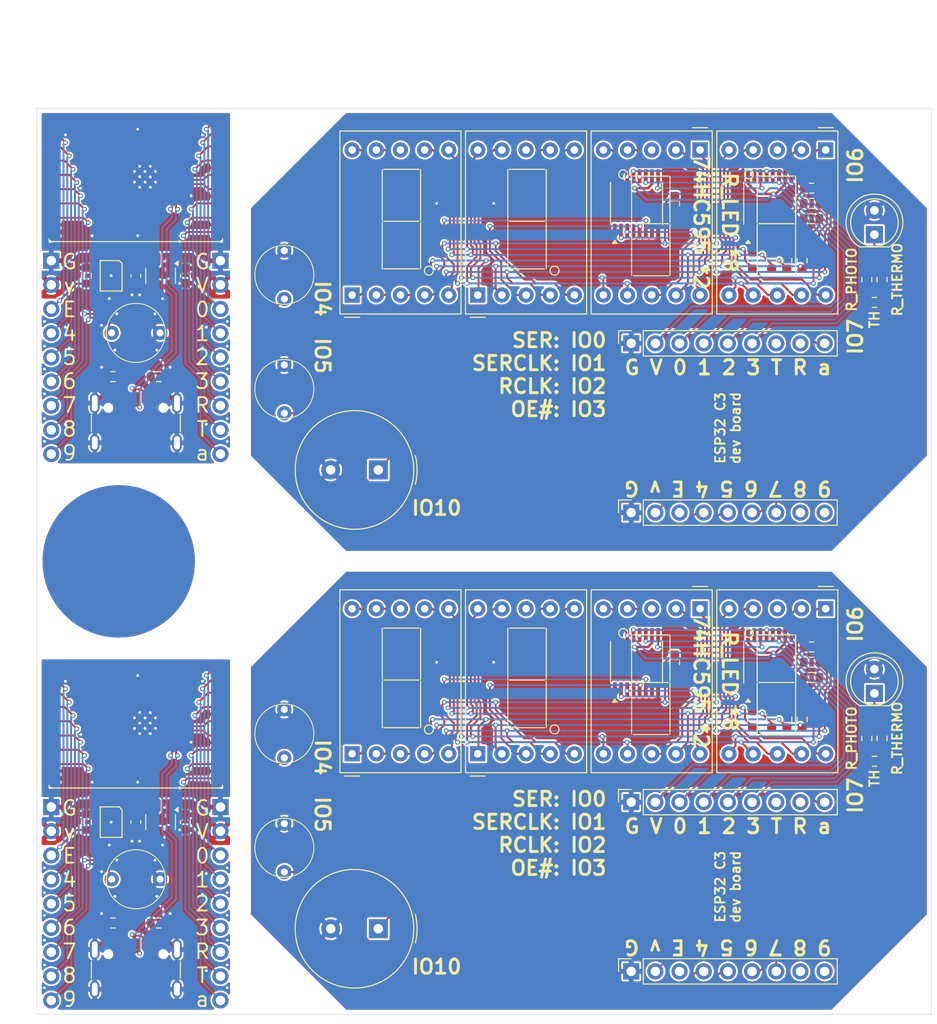
<source format=kicad_pcb>
(kicad_pcb (version 20241229) (generator "pcbnew") (generator_version "9.0")
  (layers (0 "F.Cu" signal) (2 "B.Cu" signal) (13 "F.Paste" user) (15 "B.Paste" user) (5 "F.SilkS" user "F.Silkscreen") (7 "B.SilkS" user "B.Silkscreen") (1 "F.Mask" user) (3 "B.Mask" user) (25 "Edge.Cuts" user))
  (net 0 "")
  (net 1 "GND")
  (net 2 "IO8")
  (net 3 "IO9")
  (net 4 "D+")
  (net 5 "D-")
  (net 6 "Net-(J1-CC1)")
  (net 7 "Net-(J1-CC2)")
  (net 8 "IO0")
  (net 9 "IO1")
  (net 10 "IO2")
  (net 11 "IO3")
  (net 12 "IO4")
  (net 13 "IO5")
  (net 14 "IO6")
  (net 15 "IO7")
  (net 16 "IO10")
  (net 17 "RXD")
  (net 18 "TXD")
  (net 19 "EN")
  (net 20 "VBUS")
  (net 21 "+3.3V")
  (net 25 "SEG7")
  (net 26 "SEG8")
  (net 27 "SEG3")
  (net 28 "BTN2")
  (net 29 "BTN1")
  (net 30 "SEG1")
  (net 31 "/_SEG1")
  (net 32 "SEG2")
  (net 33 "/_SEG2")
  (net 34 "/_SEG3")
  (net 35 "/_SEG4")
  (net 36 "SEG4")
  (net 37 "SEG5")
  (net 38 "/_SEG5")
  (net 39 "/_SEG6")
  (net 40 "SEG6")
  (net 41 "/_SEG7")
  (net 42 "/_SEG8")
  (net 43 "SEGC1")
  (net 44 "chain")
  (net 45 "SEGC4")
  (net 46 "SEGC3")
  (net 47 "SEGC2")
  (footprint "Display_7Segment:D1X8K" (layer "F.Cu") (at 53.12 87.82 90)
    (property "Reference" "U1" (hide yes))
    (property "Value" "D168K" (hide yes))
  )
  (footprint "Resistor_SMD:R_0603_1608Metric" (layer "F.Cu") (at 101.4 76.6)
    (property "Reference" "R3" (hide yes))
    (property "Value" "1k" (hide yes))
  )
  (footprint "Connector_USB:USB_C_Receptacle_GCT_USB4105-xx-A_16P_TopMnt_Horizontal" (layer "F.Cu") (at 30.4 111.48)
    (property "Reference" "J1" (hide yes))
    (property "Value" "USB_C_Receptacle_USB2.0_16P" (hide yes))
  )
  (footprint "Buzzer_Beeper:Buzzer_TDK_PS1240P02BT_D12.2mm_H6.5mm" (layer "F.Cu") (at 55.870785 106.2 180)
    (property "Reference" "BZ1" (hide yes))
    (property "Value" "Buzzer" (hide yes))
  )
  (footprint "Capacitor_SMD:C_0603_1608Metric" (layer "F.Cu") (at 30.4 95 -90)
    (property "Reference" "C2" (hide yes))
    (property "Value" "1u" (hide yes))
  )
  (footprint "Resistor_SMD:R_0603_1608Metric" (layer "F.Cu") (at 101.4 78.2)
    (property "Reference" "R2" (hide yes))
    (property "Value" "1k" (hide yes))
  )
  (footprint "Package_SO:TSSOP-16_4.4x5mm_P0.65mm" (layer "F.Cu") (at 97 30 90)
    (property "Reference" "U2" (hide yes))
    (property "Value" "74HC595" (hide yes))
  )
  (footprint "MountingHole:MountingHole_3.2mm_M3" (layer "F.Cu") (at 45 64)
    (property "Reference" "H3" (hide yes))
    (property "Value" "MountingHole" (hide yes))
  )
  (footprint "LOGO" (layer "F.Cu") (at 28.6 67.600001)
    (property "Reference" "G***" (hide yes))
    (property "Value" "LOGO" (hide yes))
  )
  (footprint "Connector_PinSocket_2.54mm:PinSocket_1x09_P2.54mm_Vertical" (layer "F.Cu") (at 82.445 44.7 90)
    (property "Reference" "J2" (hide yes))
    (property "Value" "IN2" (hide yes))
  )
  (footprint "Library:alps-skrg" (layer "F.Cu") (at 46 85.7 90)
    (property "Reference" "SW1" (hide yes))
    (property "Value" "SW_Push" (hide yes))
  )
  (footprint "MountingHole:MountingHole_3.2mm_M3" (layer "F.Cu") (at 111 23)
    (property "Reference" "H2" (hide yes))
    (property "Value" "MountingHole" (hide yes))
  )
  (footprint "MountingHole:MountingHole_3.2mm_M3" (layer "F.Cu") (at 45 112.2)
    (property "Reference" "H3" (hide yes))
    (property "Value" "MountingHole" (hide yes))
  )
  (footprint "Connector_PinSocket_2.54mm:PinSocket_1x09_P2.54mm_Vertical" (layer "F.Cu") (at 82.445 62.48 90)
    (property "Reference" "J1" (hide yes))
    (property "Value" "IN1" (hide yes))
  )
  (footprint "RF_Module:ESP32-C3-WROOM-02" (layer "F.Cu") (at 30.4 27)
    (property "Reference" "U1" (hide yes))
    (property "Value" "ESP32-C3-WROOM-02" (hide yes))
  )
  (footprint "Resistor_SMD:R_0603_1608Metric" (layer "F.Cu") (at 107.2 86.2 -90)
    (property "Reference" "R9" (hide yes))
    (property "Value" "R_PT" (hide yes))
  )
  (footprint "Resistor_SMD:R_0603_1608Metric" (layer "F.Cu") (at 25.2 95 -90)
    (property "Reference" "R1" (hide yes))
    (property "Value" "10k" (hide yes))
  )
  (footprint "Package_SO:TSSOP-16_4.4x5mm_P0.65mm" (layer "F.Cu") (at 83 78.2 90)
    (property "Reference" "U3" (hide yes))
    (property "Value" "74HC595" (hide yes))
  )
  (footprint "Buzzer_Beeper:Buzzer_TDK_PS1240P02BT_D12.2mm_H6.5mm" (layer "F.Cu") (at 55.870785 58 180)
    (property "Reference" "BZ1" (hide yes))
    (property "Value" "Buzzer" (hide yes))
  )
  (footprint "Library:alps-skrg" (layer "F.Cu") (at 30.4 101)
    (property "Reference" "SW1" (hide yes))
    (property "Value" "SW_BOOT" (hide yes))
  )
  (footprint "Resistor_SMD:R_0603_1608Metric" (layer "F.Cu") (at 100.4 36 -90)
    (property "Reference" "R4" (hide yes))
    (property "Value" "1k" (hide yes))
  )
  (footprint "MountingHole:MountingHole_3.2mm_M3" (layer "F.Cu") (at 45 23)
    (property "Reference" "H1" (hide yes))
    (property "Value" "MountingHole" (hide yes))
  )
  (footprint "Resistor_SMD:R_0603_1608Metric" (layer "F.Cu") (at 108.8 86.2 -90)
    (property "Reference" "R10" (hide yes))
    (property "Value" "R_THERMO" (hide yes))
  )
  (footprint "Resistor_SMD:R_0603_1608Metric" (layer "F.Cu") (at 32.8 48.2)
    (property "Reference" "R3" (hide yes))
    (property "Value" "5.1k" (hide yes))
  )
  (footprint "Resistor_SMD:R_0603_1608Metric" (layer "F.Cu") (at 98.8 36 -90)
    (property "Reference" "R5" (hide yes))
    (property "Value" "1k" (hide yes))
  )
  (footprint "Resistor_SMD:R_0603_1608Metric" (layer "F.Cu") (at 108 40.4)
    (property "Reference" "TH1" (hide yes))
    (property "Value" "Thermistor" (hide yes))
  )
  (footprint "MountingHole:MountingHole_3.2mm_M3" (layer "F.Cu") (at 111 71.2)
    (property "Reference" "H2" (hide yes))
    (property "Value" "MountingHole" (hide yes))
  )
  (footprint "Display_7Segment:D1X8K" (layer "F.Cu") (at 89.68 72.58 -90)
    (property "Reference" "U5" (hide yes))
    (property "Value" "D168K" (hide yes))
  )
  (footprint "MountingHole:MountingHole_3.2mm_M3" (layer "F.Cu") (at 45 71.2)
    (property "Reference" "H1" (hide yes))
    (property "Value" "MountingHole" (hide yes))
  )
  (footprint "Display_7Segment:D1X8K" (layer "F.Cu") (at 89.68 24.38 -90)
    (property "Reference" "U5" (hide yes))
    (property "Value" "D168K" (hide yes))
  )
  (footprint "LED_THT:LED_D5.0mm_Clear" (layer "F.Cu") (at 108 81.475 90)
    (property "Reference" "Q1" (hide yes))
    (property "Value" "BPW40" (hide yes))
  )
  (footprint "Resistor_SMD:R_0603_1608Metric" (layer "F.Cu") (at 32.8 105.6)
    (property "Reference" "R3" (hide yes))
    (property "Value" "5.1k" (hide yes))
  )
  (footprint "Resistor_SMD:R_0603_1608Metric" (layer "F.Cu") (at 101.4 31.6)
    (property "Reference" "R1" (hide yes))
    (property "Value" "1k" (hide yes))
  )
  (footprint "Package_SO:TSSOP-16_4.4x5mm_P0.65mm" (layer "F.Cu") (at 83 30 90)
    (property "Reference" "U3" (hide yes))
    (property "Value" "74HC595" (hide yes))
  )
  (footprint "Resistor_SMD:R_0603_1608Metric" (layer "F.Cu") (at 28 105.6 180)
    (property "Reference" "R2" (hide yes))
    (property "Value" "5.1k" (hide yes))
  )
  (footprint "Resistor_SMD:R_0603_1608Metric" (layer "F.Cu") (at 95.2 84.2 -90)
    (property "Reference" "R7" (hide yes))
    (property "Value" "1k" (hide yes))
  )
  (footprint "Resistor_SMD:R_0603_1608Metric" (layer "F.Cu") (at 95.2 36 -90)
    (property "Reference" "R7" (hide yes))
    (property "Value" "1k" (hide yes))
  )
  (footprint "Resistor_SMD:R_0603_1608Metric" (layer "F.Cu") (at 101.4 79.8)
    (property "Reference" "R1" (hide yes))
    (property "Value" "1k" (hide yes))
  )
  (footprint "Display_7Segment:D1X8K" (layer "F.Cu") (at 102.88 72.58 -90)
    (property "Reference" "U6" (hide yes))
    (property "Value" "D168K" (hide yes))
  )
  (footprint "Connector_PinSocket_2.54mm:PinSocket_1x09_P2.54mm_Vertical" (layer "F.Cu") (at 82.445 110.68 90)
    (property "Reference" "J1" (hide yes))
    (property "Value" "IN1" (hide yes))
  )
  (footprint "Resistor_SMD:R_0603_1608Metric" (layer "F.Cu") (at 87 30 -90)
    (property "Reference" "R8" (hide yes))
    (property "Value" "1k" (hide yes))
  )
  (footprint "Connector_USB:USB_C_Receptacle_GCT_USB4105-xx-A_16P_TopMnt_Horizontal" (layer "F.Cu") (at 30.4 54.08)
    (property "Reference" "J1" (hide yes))
    (property "Value" "USB_C_Receptacle_USB2.0_16P" (hide yes))
  )
  (footprint "Resistor_SMD:R_0603_1608Metric" (layer "F.Cu") (at 100.4 84.2 -90)
    (property "Reference" "R4" (hide yes))
    (property "Value" "1k" (hide yes))
  )
  (footprint "Connector_PinSocket_2.54mm:PinSocket_1x09_P2.54mm_Vertical" (layer "F.Cu") (at 82.445 92.9 90)
    (property "Reference" "J2" (hide yes))
    (property "Value" "IN2" (hide yes))
  )
  (footprint "Resistor_SMD:R_0603_1608Metric" (layer "F.Cu") (at 28 48.2 180)
    (property "Reference" "R2" (hide yes))
    (property "Value" "5.1k" (hide yes))
  )
  (footprint "Resistor_SMD:R_0603_1608Metric" (layer "F.Cu") (at 108 88.6)
    (property "Reference" "TH1" (hide yes))
    (property "Value" "Thermistor" (hide yes))
  )
  (footprint "Display_7Segment:D1X8K" (layer "F.Cu") (at 66.32 39.62 90)
    (property "Reference" "U4" (hide yes))
    (property "Value" "D168K" (hide yes))
  )
  (footprint "LED_THT:LED_D5.0mm_Clear" (layer "F.Cu") (at 108 33.275 90)
    (property "Reference" "Q1" (hide yes))
    (property "Value" "BPW40" (hide yes))
  )
  (footprint "Capacitor_SMD:C_0603_1608Metric" (layer "F.Cu") (at 35.6 37.6 -90)
    (property "Reference" "C1" (hide yes))
    (property "Value" "1u" (hide yes))
  )
  (footprint "Library:alps-skrg" (layer "F.Cu") (at 46 37.5 90)
    (property "Reference" "SW1" (hide yes))
    (property "Value" "SW_Push" (hide yes))
  )
  (footprint "Resistor_SMD:R_0603_1608Metric" (layer "F.Cu") (at 97.2 36 -90)
    (property "Reference" "R6" (hide yes))
    (property "Value" "1k" (hide yes))
  )
  (footprint "Resistor_SMD:R_0603_1608Metric" (layer "F.Cu") (at 97.2 84.2 -90)
    (property "Reference" "R6" (hide yes))
    (property "Value" "1k" (hide yes))
  )
  (footprint "Display_7Segment:D1X8K" (layer "F.Cu") (at 53.12 39.62 90)
    (property "Reference" "U1" (hide yes))
    (property "Value" "D168K" (hide yes))
  )
  (footprint "Resistor_SMD:R_0603_1608Metric" (layer "F.Cu") (at 107.2 38 -90)
    (property "Reference" "R9" (hide yes))
    (property "Value" "R_PT" (hide yes))
  )
  (footprint "Resistor_SMD:R_0603_1608Metric" (layer "F.Cu") (at 98.8 84.2 -90)
    (property "Reference" "R5" (hide yes))
    (property "Value" "1k" (hide yes))
  )
  (footprint "Library:alps-skrg" (layer "F.Cu") (at 46 49.5 90)
    (property "Reference" "SW2" (hide yes))
    (property "Value" "SW_Push" (hide yes))
  )
  (footprint "Resistor_SMD:R_0603_1608Metric" (layer "F.Cu") (at 101.4 30)
    (property "Reference" "R2" (hide yes))
    (property "Value" "1k" (hide yes))
  )
  (footprint "Resistor_SMD:R_0603_1608Metric" (layer "F.Cu") (at 25.2 37.6 -90)
    (property "Reference" "R1" (hide yes))
    (property "Value" "10k" (hide yes))
  )
  (footprint "Package_TO_SOT_SMD:SOT-23-3" (layer "F.Cu") (at 33 95 -90)
    (property "Reference" "U2" (hide yes))
    (property "Value" "AP7333" (hide yes))
  )
  (footprint "MountingHole:MountingHole_3.2mm_M3" (layer "F.Cu") (at 111 64)
    (property "Reference" "H4" (hide yes))
    (property "Value" "MountingHole" (hide yes))
  )
  (footprint "Resistor_SMD:R_0603_1608Metric" (layer "F.Cu") (at 87 78.2 -90)
    (property "Reference" "R8" (hide yes))
    (property "Value" "1k" (hide yes))
  )
  (footprint "Resistor_SMD:R_0603_1608Metric" (layer "F.Cu") (at 108.8 38 -90)
    (property "Reference" "R10" (hide yes))
    (property "Value" "R_THERMO" (hide yes))
  )
  (footprint "Library:alps-skrg" (layer "F.Cu") (at 46 97.7 90)
    (property "Reference" "SW2" (hide yes))
    (property "Value" "SW_Push" (hide yes))
  )
  (footprint "Display_7Segment:D1X8K" (layer "F.Cu") (at 66.32 87.82 90)
    (property "Reference" "U4" (hide yes))
    (property "Value" "D168K" (hide yes))
  )
  (footprint "LED_SMD:LED_WS2812B-2020_PLCC4_2.0x2.0mm" (layer "F.Cu") (at 27.8 95 -90)
    (property "Reference" "D1" (hide yes))
    (property "Value" "WS2812B-2020" (hide yes))
  )
  (footprint "Capacitor_SMD:C_0603_1608Metric" (layer "F.Cu") (at 35.6 95 -90)
    (property "Reference" "C1" (hide yes))
    (property "Value" "1u" (hide yes))
  )
  (footprint "Capacitor_SMD:C_0603_1608Metric" (layer "F.Cu") (at 30.4 37.6 -90)
    (property "Reference" "C2" (hide yes))
    (property "Value" "1u" (hide yes))
  )
  (footprint "Package_TO_SOT_SMD:SOT-23-3" (layer "F.Cu") (at 33 37.6 -90)
    (property "Reference" "U2" (hide yes))
    (property "Value" "AP7333" (hide yes))
  )
  (footprint "MountingHole:MountingHole_3.2mm_M3" (layer "F.Cu") (at 111 112.2)
    (property "Reference" "H4" (hide yes))
    (property "Value" "MountingHole" (hide yes))
  )
  (footprint "Resistor_SMD:R_0603_1608Metric" (layer "F.Cu") (at 101.4 28.4)
    (property "Reference" "R3" (hide yes))
    (property "Value" "1k" (hide yes))
  )
  (footprint "Display_7Segment:D1X8K" (layer "F.Cu") (at 102.88 24.38 -90)
    (property "Reference" "U6" (hide yes))
    (property "Value" "D168K" (hide yes))
  )
  (footprint "Library:alps-skrg" (layer "F.Cu") (at 30.4 43.6)
    (property "Reference" "SW1" (hide yes))
    (property "Value" "SW_BOOT" (hide yes))
  )
  (footprint "Package_SO:TSSOP-16_4.4x5mm_P0.65mm" (layer "F.Cu") (at 97 78.2 90)
    (property "Reference" "U2" (hide yes))
    (property "Value" "74HC595" (hide yes))
  )
  (footprint "LED_SMD:LED_WS2812B-2020_PLCC4_2.0x2.0mm" (layer "F.Cu") (at 27.8 37.6 -90)
    (property "Reference" "D1" (hide yes))
    (property "Value" "WS2812B-2020" (hide yes))
  )
  (footprint "RF_Module:ESP32-C3-WROOM-02" (layer "F.Cu") (at 30.4 84.4)
    (property "Reference" "U1" (hide yes))
    (property "Value" "ESP32-C3-WROOM-02" (hide yes))
  )
  (footprint "Library:PCB.MCBEERINGI.DEV" (layer "B.Cu") (at 70 98.2 180)
    (property "Reference" "")
    (property "Value" "")
  )
  (footprint "LOGO" (layer "B.Cu") (at 56 50 180)
    (property "Reference" "G***" (hide yes))
    (property "Value" "LOGO" (hide yes))
  )
  (footprint "Connector_PinHeader_2.54mm:PinHeader_1x09_P2.54mm_Vertical" (layer "B.Cu") (at 21.51 93.41 180)
    (property "Reference" "J2" (hide yes))
    (property "Value" "OUT1" (hide yes))
  )
  (footprint "Library:PCB.MCBEERINGI.DEV" (layer "B.Cu") (at 28.6 67.600001 180)
    (property "Reference" "")
    (property "Value" "")
  )
  (footprint "Library:PCB.MCBEERINGI.DEV_small" (layer "B.Cu") (at 29.2 93 180)
    (property "Reference" "")
    (property "Value" "")
  )
  (footprint "Library:PCB.MCBEERINGI.DEV_small" (layer "B.Cu") (at 29.2 35.6 180)
    (property "Reference" "")
    (property "Value" "")
  )
  (footprint "Connector_PinHeader_2.54mm:PinHeader_1x09_P2.54mm_Vertical" (layer "B.Cu") (at 21.51 36.01 180)
    (property "Reference" "J2" (hide yes))
    (property "Value" "OUT1" (hide yes))
  )
  (footprint "Library:PCB.MCBEERINGI.DEV" (layer "B.Cu") (at 70 50 180)
    (property "Reference" "")
    (property "Value" "")
  )
  (footprint "Connector_PinHeader_2.54mm:PinHeader_1x09_P2.54mm_Vertical" (layer "B.Cu") (at 39.29 36.01 180)
    (property "Reference" "J3" (hide yes))
    (property "Value" "OUT2" (hide yes))
  )
  (footprint "LOGO" (layer "B.Cu") (at 30.4 84 180)
    (property "Reference" "G***" (hide yes))
    (property "Value" "LOGO" (hide yes))
  )
  (footprint "Connector_PinHeader_2.54mm:PinHeader_1x09_P2.54mm_Vertical" (layer "B.Cu") (at 39.29 93.41 180)
    (property "Reference" "J3" (hide yes))
    (property "Value" "OUT2" (hide yes))
  )
  (footprint "LOGO" (layer "B.Cu") (at 30.4 26.6 180)
    (property "Reference" "G***" (hide yes))
    (property "Value" "LOGO" (hide yes))
  )
  (footprint "LOGO" (layer "B.Cu") (at 56 98.2 180)
    (property "Reference" "G***" (hide yes))
    (property "Value" "LOGO" (hide yes))
  )
  (gr_circle (center 28.6 67.600001) (end 36.6 67.60428) (fill yes) (layer "F.Cu"))
  (gr_circle (center 28.6 67.6) (end 20.6 67.604279) (fill yes) (layer "B.Cu"))
  (gr_line (start 42 20) (end 40.8 20) (stroke (width 0.05)) (layer "Edge.Cuts"))
  (gr_line (start 40.8 115.2) (end 42 115.2) (stroke (width 0.05)) (layer "Edge.Cuts"))
  (gr_line (start 20 57.8) (end 20 20) (stroke (width 0.05)) (layer "Edge.Cuts"))
  (gr_line (start 114 20) (end 114 67) (stroke (width 0.05)) (layer "Edge.Cuts"))
  (gr_line (start 20 57.8) (end 20 77.4) (stroke (width 0.05)) (layer "Edge.Cuts"))
  (gr_line (start 114 68.2) (end 114 115.2) (stroke (width 0.05)) (layer "Edge.Cuts"))
  (gr_line (start 114 115.2) (end 42 115.2) (stroke (width 0.05)) (layer "Edge.Cuts"))
  (gr_line (start 20 115.2) (end 20 77.4) (stroke (width 0.05)) (layer "Edge.Cuts"))
  (gr_line (start 40.8 20) (end 20 20) (stroke (width 0.05)) (layer "Edge.Cuts"))
  (gr_line (start 114 68.2) (end 114 67) (stroke (width 0.05)) (layer "Edge.Cuts"))
  (gr_line (start 20 115.2) (end 40.8 115.2) (stroke (width 0.05)) (layer "Edge.Cuts"))
  (gr_line (start 42 20) (end 114 20) (stroke (width 0.05)) (layer "Edge.Cuts"))
  (gr_text "IO10" (at 62 62 0) (layer "F.SilkS") (effects (font (size 1.5 1.5) (thickness 0.3) (bold yes))))
  (gr_text "SER: IO0\nSERCLK: IO1\nRCLK: IO2\nOE#: IO3" (at 80 96.2 0) (layer "F.SilkS") (effects (font (size 1.5 1.5) (thickness 0.3) (bold yes)) (justify right)))
  (gr_text "IO7" (at 106 92.2 90) (layer "F.SilkS") (effects (font (size 1.5 1.5) (thickness 0.3) (bold yes))))
  (gr_text "G\nV\n0\n1\n2\n3\nR\nT\na" (at 37.385 103.57 0) (layer "F.SilkS") (effects (font (size 1.56 1.56) (thickness 0.195))))
  (gr_text "R_PHOTO" (at 105.6 38 90) (layer "F.SilkS") (effects (font (size 1 1) (thickness 0.2) (bold yes))))
  (gr_text "IO7" (at 106 44 90) (layer "F.SilkS") (effects (font (size 1.5 1.5) (thickness 0.3) (bold yes))))
  (gr_text "G\nV\n0\n1\n2\n3\nR\nT\na" (at 37.385 46.17 0) (layer "F.SilkS") (effects (font (size 1.56 1.56) (thickness 0.195))))
  (gr_text "IO4" (at 50 88.2 270) (layer "F.SilkS") (effects (font (size 1.5 1.5) (thickness 0.3) (bold yes))))
  (gr_text "TH" (at 108 90.4 90) (layer "F.SilkS") (effects (font (size 1 1) (thickness 0.2) (bold yes))))
  (gr_text "R_THERMO" (at 110.4 38 90) (layer "F.SilkS") (effects (font (size 1 1) (thickness 0.2) (bold yes))))
  (gr_text "ESP32 C3\ndev board" (at 92.605 101.79 90) (layer "F.SilkS") (effects (font (size 1 1) (thickness 0.2) (bold yes))))
  (gr_text "SER: IO0\nSERCLK: IO1\nRCLK: IO2\nOE#: IO3" (at 80 48 0) (layer "F.SilkS") (effects (font (size 1.5 1.5) (thickness 0.3) (bold yes)) (justify right)))
  (gr_text "R_THERMO" (at 110.4 86.2 90) (layer "F.SilkS") (effects (font (size 1 1) (thickness 0.2) (bold yes))))
  (gr_text "IO10" (at 62 110.2 0) (layer "F.SilkS") (effects (font (size 1.5 1.5) (thickness 0.3) (bold yes))))
  (gr_text "ESP32 C3\ndev board" (at 92.605 53.59 90) (layer "F.SilkS") (effects (font (size 1 1) (thickness 0.2) (bold yes))))
  (gr_text "IO5" (at 50 46 270) (layer "F.SilkS") (effects (font (size 1.5 1.5) (thickness 0.3) (bold yes))))
  (gr_text "R_LED *8" (at 92.8 80.2 270) (layer "F.SilkS") (effects (font (size 1.5 1.5) (thickness 0.3) (bold yes))))
  (gr_text "IO5" (at 50 94.2 270) (layer "F.SilkS") (effects (font (size 1.5 1.5) (thickness 0.3) (bold yes))))
  (gr_text "R_PHOTO" (at 105.6 86.2 90) (layer "F.SilkS") (effects (font (size 1 1) (thickness 0.2) (bold yes))))
  (gr_text "IO6" (at 106 74.2 90) (layer "F.SilkS") (effects (font (size 1.5 1.5) (thickness 0.3) (bold yes))))
  (gr_text "R_LED *8" (at 92.8 32 270) (layer "F.SilkS") (effects (font (size 1.5 1.5) (thickness 0.3) (bold yes))))
  (gr_text "74HC595 *2" (at 89.8 80.2 270) (layer "F.SilkS") (effects (font (size 1.5 1.5) (thickness 0.3) (bold yes))))
  (gr_text "G\nv\nE\n4\n5\n6\n7\n8\n9" (at 23.415 46.17 0) (layer "F.SilkS") (effects (font (size 1.56 1.56) (thickness 0.195))))
  (gr_text "9 8 7 6 5 4 E v G" (at 92.605 108.14 180) (layer "F.SilkS") (effects (font (size 1.5 1.5) (thickness 0.3) (bold yes))))
  (gr_text "IO6" (at 106 26 90) (layer "F.SilkS") (effects (font (size 1.5 1.5) (thickness 0.3) (bold yes))))
  (gr_text "G V 0 1 2 3 T R a" (at 92.605 95.44 0) (layer "F.SilkS") (effects (font (size 1.5 1.5) (thickness 0.3) (bold yes))))
  (gr_text "G V 0 1 2 3 T R a" (at 92.605 47.24 0) (layer "F.SilkS") (effects (font (size 1.5 1.5) (thickness 0.3) (bold yes))))
  (gr_text "TH" (at 108 42.2 90) (layer "F.SilkS") (effects (font (size 1 1) (thickness 0.2) (bold yes))))
  (gr_text "G\nv\nE\n4\n5\n6\n7\n8\n9" (at 23.415 103.57 0) (layer "F.SilkS") (effects (font (size 1.56 1.56) (thickness 0.195))))
  (gr_text "9 8 7 6 5 4 E v G" (at 92.605 59.94 180) (layer "F.SilkS") (effects (font (size 1.5 1.5) (thickness 0.3) (bold yes))))
  (gr_text "74HC595 *2" (at 89.8 32 270) (layer "F.SilkS") (effects (font (size 1.5 1.5) (thickness 0.3) (bold yes))))
  (gr_text "IO4" (at 50 40 270) (layer "F.SilkS") (effects (font (size 1.5 1.5) (thickness 0.3) (bold yes))))
  (segment (start 27.2 50.4) (end 26.655 50.4) (width 0.5) (layer "F.Cu") (net 1))
  (segment (start 33.6 107.8) (end 34.145 107.8) (width 0.5) (layer "F.Cu") (net 1))
  (segment (start 27.2 107.8) (end 26.655 107.8) (width 0.5) (layer "F.Cu") (net 1))
  (segment (start 34.145 107.8) (end 34.72 108.375) (width 0.5) (layer "F.Cu") (net 1))
  (segment (start 26.655 50.4) (end 26.08 50.975) (width 0.5) (layer "F.Cu") (net 1))
  (segment (start 33.6 50.4) (end 34.145 50.4) (width 0.5) (layer "F.Cu") (net 1))
  (segment (start 26.655 107.8) (end 26.08 108.375) (width 0.5) (layer "F.Cu") (net 1))
  (segment (start 34.145 50.4) (end 34.72 50.975) (width 0.5) (layer "F.Cu") (net 1))
  (via (at 20.8 107.4) (size 0.5) (drill 0.3) (layers "F.Cu" "B.Cu") (net 1))
  (via (at 26.8 47.2) (size 0.5) (drill 0.3) (layers "F.Cu" "B.Cu") (net 1))
  (via (at 20.8 42.4) (size 0.5) (drill 0.3) (layers "F.Cu" "B.Cu") (net 1))
  (via (at 40 50) (size 0.5) (drill 0.3) (layers "F.Cu" "B.Cu") (net 1))
  (via (at 40 104.8) (size 0.5) (drill 0.3) (layers "F.Cu" "B.Cu") (net 1))
  (via (at 20.8 110) (size 0.5) (drill 0.3) (layers "F.Cu" "B.Cu") (net 1))
  (via (at 32.4 41.6) (size 0.5) (drill 0.3) (layers "F.Cu" "B.Cu") (net 1))
  (via (at 30.6 79.6) (size 0.5) (drill 0.3) (layers "F.Cu" "B.Cu") (net 1))
  (via (at 20.8 99.8) (size 0.5) (drill 0.3) (layers "F.Cu" "B.Cu") (net 1))
  (via (at 30.6 33.4) (size 0.5) (drill 0.3) (layers "F.Cu" "B.Cu") (net 1))
  (via (at 24.6 28.4) (size 0.5) (drill 0.3) (layers "F.Cu" "B.Cu") (net 1))
  (via (at 68 78.2) (size 0.5) (drill 0.3) (layers "F.Cu" "B.Cu") (net 1))
  (via (at 26.8 104.6) (size 0.5) (drill 0.3) (layers "F.Cu" "B.Cu") (net 1))
  (via (at 62 30) (size 0.5) (drill 0.3) (layers "F.Cu" "B.Cu") (net 1))
  (via (at 20.8 47.4) (size 0.5) (drill 0.3) (layers "F.Cu" "B.Cu") (net 1))
  (via (at 40 55) (size 0.5) (drill 0.3) (layers "F.Cu" "B.Cu") (net 1))
  (via (at 32.6 45.4) (size 0.5) (drill 0.3) (layers "F.Cu" "B.Cu") (net 1))
  (via (at 68 30) (size 0.5) (drill 0.3) (layers "F.Cu" "B.Cu") (net 1))
  (via (at 30 97) (size 0.5) (drill 0.3) (layers "F.Cu" "B.Cu") (net 1))
  (via (at 40 45) (size 0.5) (drill 0.3) (layers "F.Cu" "B.Cu") (net 1))
  (via (at 34 47.2) (size 0.5) (drill 0.3) (layers "F.Cu" "B.Cu") (net 1))
  (via (at 40 107.4) (size 0.5) (drill 0.3) (layers "F.Cu" "B.Cu") (net 1))
  (via (at 37.8 53.2) (size 0.5) (drill 0.3) (layers "F.Cu" "B.Cu") (net 1))
  (via (at 30.8 97) (size 0.5) (drill 0.3) (layers "F.Cu" "B.Cu") (net 1))
  (via (at 20.8 102.4) (size 0.5) (drill 0.3) (layers "F.Cu" "B.Cu") (net 1))
  (via (at 28.2 45.4) (size 0.5) (drill 0.3) (layers "F.Cu" "B.Cu") (net 1))
  (via (at 25.8 33.4) (size 0.5) (drill 0.3) (layers "F.Cu" "B.Cu") (net 1))
  (via (at 36.2 86.6) (size 0.5) (drill 0.3) (layers "F.Cu" "B.Cu") (net 1))
  (via (at 20.8 45) (size 0.5) (drill 0.3) (layers "F.Cu" "B.Cu") (net 1))
  (via (at 20.8 52.6) (size 0.5) (drill 0.3) (layers "F.Cu" "B.Cu") (net 1))
  (via (at 40 42.4) (size 0.5) (drill 0.3) (layers "F.Cu" "B.Cu") (net 1))
  (via (at 20.8 50) (size 0.5) (drill 0.3) (layers "F.Cu" "B.Cu") (net 1))
  (via (at 23 110.6) (size 0.5) (drill 0.3) (layers "F.Cu" "B.Cu") (net 1))
  (via (at 40 99.8) (size 0.5) (drill 0.3) (layers "F.Cu" "B.Cu") (net 1))
  (via (at 24.6 85.8) (size 0.5) (drill 0.3) (layers "F.Cu" "B.Cu") (net 1))
  (via (at 28.2 102.8) (size 0.5) (drill 0.3) (layers "F.Cu" "B.Cu") (net 1))
  (via (at 23 22.8) (size 0.5) (drill 0.3) (layers "F.Cu" "B.Cu") (net 1))
  (via (at 35 95.8) (size 0.5) (drill 0.3) (layers "F.Cu" "B.Cu") (net 1))
  (via (at 40 47.4) (size 0.5) (drill 0.3) (layers "F.Cu" "B.Cu") (net 1))
  (via (at 37.4 80.2) (size 0.5) (drill 0.3) (layers "F.Cu" "B.Cu") (net 1))
  (via (at 37.4 22.8) (size 0.5) (drill 0.3) (layers "F.Cu" "B.Cu") (net 1))
  (via (at 35 91.4) (size 0.5) (drill 0.3) (layers "F.Cu" "B.Cu") (net 1))
  (via (at 23 100.4) (size 0.5) (drill 0.3) (layers "F.Cu" "B.Cu") (net 1))
  (via (at 30 39.6) (size 0.5) (drill 0.3) (layers "F.Cu" "B.Cu") (net 1))
  (via (at 40 110) (size 0.5) (drill 0.3) (layers "F.Cu" "B.Cu") (net 1))
  (via (at 37.8 43) (size 0.5) (drill 0.3) (layers "F.Cu" "B.Cu") (net 1))
  (via (at 37.4 102.6) (size 0.5) (drill 0.3) (layers "F.Cu" "B.Cu") (net 1))
  (via (at 33.2 40) (size 0.5) (drill 0.3) (layers "F.Cu" "B.Cu") (net 1))
  (via (at 27.8 95) (size 0.5) (drill 0.3) (layers "F.Cu" "B.Cu") (net 1))
  (via (at 30.6 22.2) (size 0.5) (drill 0.3) (layers "F.Cu" "B.Cu") (net 1))
  (via (at 23 53.2) (size 0.5) (drill 0.3) (layers "F.Cu" "B.Cu") (net 1))
  (via (at 20.8 112.4) (size 0.5) (drill 0.3) (layers "F.Cu" "B.Cu") (net 1))
  (via (at 62 78.2) (size 0.5) (drill 0.3) (layers "F.Cu" "B.Cu") (net 1))
  (via (at 25.8 90.8) (size 0.5) (drill 0.3) (layers "F.Cu" "B.Cu") (net 1))
  (via (at 27.6 40) (size 0.5) (drill 0.3) (layers "F.Cu" "B.Cu") (net 1))
  (via (at 28.4 99) (size 0.5) (drill 0.3) (layers "F.Cu" "B.Cu") (net 1))
  (via (at 36.2 29.2) (size 0.5) (drill 0.3) (layers "F.Cu" "B.Cu") (net 1))
  (via (at 39.4 91.4) (size 0.5) (drill 0.3) (layers "F.Cu" "B.Cu") (net 1))
  (via (at 27.6 97.4) (size 0.5) (drill 0.3) (layers "F.Cu" "B.Cu") (net 1))
  (via (at 27.8 37.6) (size 0.5) (drill 0.3) (layers "F.Cu" "B.Cu") (net 1))
  (via (at 23 80.2) (size 0.5) (drill 0.3) (layers "F.Cu" "B.Cu") (net 1))
  (via (at 37.4 45.2) (size 0.5) (drill 0.3) (layers "F.Cu" "B.Cu") (net 1))
  (via (at 23.4 102.6) (size 0.5) (drill 0.3) (layers "F.Cu" "B.Cu") (net 1))
  (via (at 35 38.4) (size 0.5) (drill 0.3) (layers "F.Cu" "B.Cu") (net 1))
  (via (at 30.8 39.6) (size 0.5) (drill 0.3) (layers "F.Cu" "B.Cu") (net 1))
  (via (at 26.8 42.8) (size 0.5) (drill 0.3) (layers "F.Cu" "B.Cu") (net 1))
  (via (at 34 104.6) (size 0.5) (drill 0.3) (layers "F.Cu" "B.Cu") (net 1))
  (via (at 32.4 99) (size 0.5) (drill 0.3) (layers "F.Cu" "B.Cu") (net 1))
  (via (at 33.2 97.4) (size 0.5) (drill 0.3) (layers "F.Cu" "B.Cu") (net 1))
  (via (at 32.6 102.8) (size 0.5) (drill 0.3) (layers "F.Cu" "B.Cu") (net 1))
  (via (at 26.8 100.2) (size 0.5) (drill 0.3) (layers "F.Cu" "B.Cu") (net 1))
  (via (at 20.8 55) (size 0.5) (drill 0.3) (layers "F.Cu" "B.Cu") (net 1))
  (via (at 30.6 90.8) (size 0.5) (drill 0.3) (layers "F.Cu" "B.Cu") (net 1))
  (via (at 23 43) (size 0.5) (drill 0.3) (layers "F.Cu" "B.Cu") (net 1))
  (via (at 40 52.6) (size 0.5) (drill 0.3) (layers "F.Cu" "B.Cu") (net 1))
  (via (at 35 34) (size 0.5) (drill 0.3) (layers "F.Cu" "B.Cu") (net 1))
  (via (at 37.8 100.4) (size 0.5) (drill 0.3) (layers "F.Cu" "B.Cu") (net 1))
  (via (at 37.8 110.6) (size 0.5) (drill 0.3) (layers "F.Cu" "B.Cu") (net 1))
  (via (at 23.4 45.2) (size 0.5) (drill 0.3) (layers "F.Cu" "B.Cu") (net 1))
  (via (at 40 102.4) (size 0.5) (drill 0.3) (layers "F.Cu" "B.Cu") (net 1))
  (via (at 39.4 34) (size 0.5) (drill 0.3) (layers "F.Cu" "B.Cu") (net 1))
  (via (at 21.4 34) (size 0.5) (drill 0.3) (layers "F.Cu" "B.Cu") (net 1))
  (via (at 20.8 104.8) (size 0.5) (drill 0.3) (layers "F.Cu" "B.Cu") (net 1))
  (via (at 28.4 41.6) (size 0.5) (drill 0.3) (layers "F.Cu" "B.Cu") (net 1))
  (via (at 40 112.4) (size 0.5) (drill 0.3) (layers "F.Cu" "B.Cu") (net 1))
  (via (at 21.4 91.4) (size 0.5) (drill 0.3) (layers "F.Cu" "B.Cu") (net 1))
  (segment (start 25 99) (end 27.2 99) (width 0.2) (layer "F.Cu") (net 2))
  (segment (start 28.4 39.8) (end 27.25 38.65) (width 0.2) (layer "F.Cu") (net 2))
  (segment (start 27.2 41.6) (end 28.4 40.4) (width 0.2) (layer "F.Cu") (net 2))
  (segment (start 27.25 38.65) (end 27.25 38.515) (width 0.2) (layer "F.Cu") (net 2))
  (segment (start 25 41.6) (end 27.2 41.6) (width 0.2) (layer "F.Cu") (net 2))
  (segment (start 28.4 97.2) (end 27.25 96.05) (width 0.2) (layer "F.Cu") (net 2))
  (segment (start 27.25 96.05) (end 27.25 95.915) (width 0.2) (layer "F.Cu") (net 2))
  (segment (start 27.2 99) (end 28.4 97.8) (width 0.2) (layer "F.Cu") (net 2))
  (segment (start 25 30.6) (end 24.4 30) (width 0.2) (layer "F.Cu") (net 2))
  (segment (start 28.4 40.4) (end 28.4 39.8) (width 0.2) (layer "F.Cu") (net 2))
  (segment (start 25 88) (end 24.4 87.4) (width 0.2) (layer "F.Cu") (net 2))
  (segment (start 24.4 87.4) (end 21.65 87.4) (width 0.2) (layer "F.Cu") (net 2))
  (segment (start 28.4 97.8) (end 28.4 97.2) (width 0.2) (layer "F.Cu") (net 2))
  (segment (start 24.4 30) (end 21.65 30) (width 0.2) (layer "F.Cu") (net 2))
  (via (at 25 41.6) (size 0.5) (drill 0.3) (layers "F.Cu" "B.Cu") (net 2))
  (via (at 25 30.6) (size 0.5) (drill 0.3) (layers "F.Cu" "B.Cu") (net 2))
  (via (at 25 99) (size 0.5) (drill 0.3) (layers "F.Cu" "B.Cu") (net 2))
  (via (at 25 88) (size 0.5) (drill 0.3) (layers "F.Cu" "B.Cu") (net 2))
  (segment (start 25 41.6) (end 24.8 41.8) (width 0.2) (layer "B.Cu") (net 2))
  (segment (start 23.2 52.1) (end 21.51 53.79) (width 0.2) (layer "B.Cu") (net 2))
  (segment (start 24.8 99.2) (end 24.8 104) (width 0.2) (layer "B.Cu") (net 2))
  (segment (start 24.8 30.8) (end 25 30.6) (width 0.2) (layer "B.Cu") (net 2))
  (segment (start 25 41.6) (end 24.8 41.4) (width 0.2) (layer "B.Cu") (net 2))
  (segment (start 24.8 41.4) (end 24.8 30.8) (width 0.2) (layer "B.Cu") (net 2))
  (segment (start 24.8 88.2) (end 25 88) (width 0.2) (layer "B.Cu") (net 2))
  (segment (start 24.8 98.8) (end 24.8 88.2) (width 0.2) (layer "B.Cu") (net 2))
  (segment (start 23.2 105.6) (end 23.2 109.5) (width 0.2) (layer "B.Cu") (net 2))
  (segment (start 24.8 41.8) (end 24.8 46.6) (width 0.2) (layer "B.Cu") (net 2))
  (segment (start 25 99) (end 24.8 99.2) (width 0.2) (layer "B.Cu") (net 2))
  (segment (start 23.2 48.2) (end 23.2 52.1) (width 0.2) (layer "B.Cu") (net 2))
  (segment (start 24.8 46.6) (end 23.2 48.2) (width 0.2) (layer "B.Cu") (net 2))
  (segment (start 23.2 109.5) (end 21.51 111.19) (width 0.2) (layer "B.Cu") (net 2))
  (segment (start 25 99) (end 24.8 98.8) (width 0.2) (layer "B.Cu") (net 2))
  (segment (start 24.8 104) (end 23.2 105.6) (width 0.2) (layer "B.Cu") (net 2))
  (segment (start 27.2 42) (end 27.6 42.4) (width 0.2) (layer "F.Cu") (net 3))
  (segment (start 25.6 42) (end 27.2 42) (width 0.2) (layer "F.Cu") (net 3))
  (segment (start 27.6 100.6) (end 27.86 100.86) (width 0.2) (layer "F.Cu") (net 3))
  (segment (start 27.2 99.4) (end 27.6 99.8) (width 0.2) (layer "F.Cu") (net 3))
  (segment (start 27.6 43.2) (end 27.86 43.46) (width 0.2) (layer "F.Cu") (net 3))
  (segment (start 24.9 31.5) (end 21.65 31.5) (width 0.2) (layer "F.Cu") (net 3))
  (segment (start 25.4 42.2) (end 25.6 42) (width 0.2) (layer "F.Cu") (net 3))
  (segment (start 27.6 42.4) (end 27.6 43.2) (width 0.2) (layer "F.Cu") (net 3))
  (segment (start 24.9 88.9) (end 21.65 88.9) (width 0.2) (layer "F.Cu") (net 3))
  (segment (start 25.6 99.4) (end 27.2 99.4) (width 0.2) (layer "F.Cu") (net 3))
  (segment (start 27.6 99.8) (end 27.6 100.6) (width 0.2) (layer "F.Cu") (net 3))
  (segment (start 25.4 89.4) (end 24.9 88.9) (width 0.2) (layer "F.Cu") (net 3))
  (segment (start 27.86 43.46) (end 27.86 43.6) (width 0.2) (layer "F.Cu") (net 3))
  (segment (start 27.86 100.86) (end 27.86 101) (width 0.2) (layer "F.Cu") (net 3))
  (segment (start 25.4 99.6) (end 25.6 99.4) (width 0.2) (layer "F.Cu") (net 3))
  (segment (start 25.4 32) (end 24.9 31.5) (width 0.2) (layer "F.Cu") (net 3))
  (via (at 25.4 89.4) (size 0.5) (drill 0.3) (layers "F.Cu" "B.Cu") (net 3))
  (via (at 25.4 42.2) (size 0.5) (drill 0.3) (layers "F.Cu" "B.Cu") (net 3))
  (via (at 25.4 32) (size 0.5) (drill 0.3) (layers "F.Cu" "B.Cu") (net 3))
  (via (at 25.4 99.6) (size 0.5) (drill 0.3) (layers "F.Cu" "B.Cu") (net 3))
  (segment (start 25.4 89.4) (end 25.2 89.6) (width 0.2) (layer "B.Cu") (net 3))
  (segment (start 25.2 98.4) (end 25.6 98.8) (width 0.2) (layer "B.Cu") (net 3))
  (segment (start 23.6 48.4) (end 23.6 54.24) (width 0.2) (layer "B.Cu") (net 3))
  (segment (start 25.6 41.4) (end 25.6 42) (width 0.2) (layer "B.Cu") (net 3))
  (segment (start 25.2 46.8) (end 23.6 48.4) (width 0.2) (layer "B.Cu") (net 3))
  (segment (start 25.2 32.2) (end 25.2 41) (width 0.2) (layer "B.Cu") (net 3))
  (segment (start 25.2 42.4) (end 25.2 46.8) (width 0.2) (layer "B.Cu") (net 3))
  (segment (start 23.6 111.64) (end 21.51 113.73) (width 0.2) (layer "B.Cu") (net 3))
  (segment (start 25.2 89.6) (end 25.2 98.4) (width 0.2) (layer "B.Cu") (net 3))
  (segment (start 23.6 54.24) (end 21.51 56.33) (width 0.2) (layer "B.Cu") (net 3))
  (segment (start 25.6 42) (end 25.2 42.4) (width 0.2) (layer "B.Cu") (net 3))
  (segment (start 25.6 98.8) (end 25.6 99.4) (width 0.2) (layer "B.Cu") (net 3))
  (segment (start 23.6 105.8) (end 23.6 111.64) (width 0.2) (layer "B.Cu") (net 3))
  (segment (start 25.6 99.4) (end 25.2 99.8) (width 0.2) (layer "B.Cu") (net 3))
  (segment (start 25.2 41) (end 25.6 41.4) (width 0.2) (layer "B.Cu") (net 3))
  (segment (start 25.4 32) (end 25.2 32.2) (width 0.2) (layer "B.Cu") (net 3))
  (segment (start 25.2 104.2) (end 23.6 105.8) (width 0.2) (layer "B.Cu") (net 3))
  (segment (start 25.2 99.8) (end 25.2 104.2) (width 0.2) (layer "B.Cu") (net 3))
  (segment (start 31.15 49.75) (end 31.15 50.4) (width 0.2) (layer "F.Cu") (net 4))
  (segment (start 30.15 50.4) (end 30.15 49.791176) (width 0.2) (layer "F.Cu") (net 4))
  (segment (start 34.175 86.906802) (end 36.156802 84.925) (width 0.2) (layer "F.Cu") (net 4))
  (segment (start 37.499999 27.525) (end 38.024999 27) (width 0.2) (layer "F.Cu") (net 4))
  (segment (start 36.156802 27.525) (end 37.499999 27.525) (width 0.2) (layer "F.Cu") (net 4))
  (segment (start 30.417176 106.924) (end 30.924 106.924) (width 0.2) (layer "F.Cu") (net 4))
  (segment (start 30.924 106.924) (end 31.15 107.15) (width 0.2) (layer "F.Cu") (net 4))
  (segment (start 30.15 49.55) (end 30.15 50.4) (width 0.2) (layer "F.Cu") (net 4))
  (segment (start 30.15 107.8) (end 30.15 107.191176) (width 0.2) (layer "F.Cu") (net 4))
  (segment (start 30.15 49.791176) (end 30.417176 49.524) (width 0.2) (layer "F.Cu") (net 4))
  (segment (start 38.024999 27) (end 39.15 27) (width 0.2) (layer "F.Cu") (net 4))
  (segment (start 37.499999 84.925) (end 38.024999 84.4) (width 0.2) (layer "F.Cu") (net 4))
  (segment (start 31.15 107.15) (end 31.15 107.8) (width 0.2) (layer "F.Cu") (net 4))
  (segment (start 30 106.8) (end 30.15 106.95) (width 0.2) (layer "F.Cu") (net 4))
  (segment (start 34.175 87.85) (end 34.175 86.906802) (width 0.2) (layer "F.Cu") (net 4))
  (segment (start 38.024999 84.4) (end 39.15 84.4) (width 0.2) (layer "F.Cu") (net 4))
  (segment (start 30.924 49.524) (end 31.15 49.75) (width 0.2) (layer "F.Cu") (net 4))
  (segment (start 34.025 88) (end 34.175 87.85) (width 0.2) (layer "F.Cu") (net 4))
  (segment (start 30.15 107.191176) (end 30.417176 106.924) (width 0.2) (layer "F.Cu") (net 4))
  (segment (start 30 49.4) (end 30.15 49.55) (width 0.2) (layer "F.Cu") (net 4))
  (segment (start 30.417176 49.524) (end 30.924 49.524) (width 0.2) (layer "F.Cu") (net 4))
  (segment (start 30.15 106.95) (end 30.15 107.8) (width 0.2) (layer "F.Cu") (net 4))
  (segment (start 34.175 30.45) (end 34.175 29.506802) (width 0.2) (layer "F.Cu") (net 4))
  (segment (start 34.175 29.506802) (end 36.156802 27.525) (width 0.2) (layer "F.Cu") (net 4))
  (segment (start 36.156802 84.925) (end 37.499999 84.925) (width 0.2) (layer "F.Cu") (net 4))
  (segment (start 34.025 30.6) (end 34.175 30.45) (width 0.2) (layer "F.Cu") (net 4))
  (via (at 34.025 88) (size 0.5) (drill 0.3) (layers "F.Cu" "B.Cu") (net 4))
  (via (at 34.025 30.6) (size 0.5) (drill 0.3) (layers "F.Cu" "B.Cu") (net 4))
  (via (at 30 106.8) (size 0.5) (drill 0.3) (layers "F.Cu" "B.Cu") (net 4))
  (via (at 30 49.4) (size 0.5) (drill 0.3) (layers "F.Cu" "B.Cu") (net 4))
  (segment (start 30 49.4) (end 30.281801 49.4) (width 0.2) (layer "B.Cu") (net 4))
  (segment (start 34.175 97.093198) (end 33.175 96.093198) (width 0.2) (layer "B.Cu") (net 4))
  (segment (start 34.175 45.506801) (end 34.175 39.693198) (width 0.2) (layer "B.Cu") (net 4))
  (segment (start 34.175 39.693198) (end 33.175 38.693198) (width 0.2) (layer "B.Cu") (net 4))
  (segment (start 34.174999 88.906803) (end 34.174999 88.149999) (width 0.2) (layer "B.Cu") (net 4))
  (segment (start 30.281801 49.4) (end 34.175 45.506801) (width 0.2) (layer "B.Cu") (net 4))
  (segment (start 30.281801 106.8) (end 34.175 102.906801) (width 0.2) (layer "B.Cu") (net 4))
  (segment (start 34.174999 30.749999) (end 34.025 30.6) (width 0.2) (layer "B.Cu") (net 4))
  (segment (start 34.174999 88.149999) (end 34.025 88) (width 0.2) (layer "B.Cu") (net 4))
  (segment (start 34.174999 31.506803) (end 34.174999 30.749999) (width 0.2) (layer "B.Cu") (net 4))
  (segment (start 33.175 96.093198) (end 33.175 89.906802) (width 0.2) (layer "B.Cu") (net 4))
  (segment (start 34.175 102.906801) (end 34.175 97.093198) (width 0.2) (layer "B.Cu") (net 4))
  (segment (start 33.175 32.506802) (end 34.174999 31.506803) (width 0.2) (layer "B.Cu") (net 4))
  (segment (start 33.175 89.906802) (end 34.174999 88.906803) (width 0.2) (layer "B.Cu") (net 4))
  (segment (start 30 106.8) (end 30.281801 106.8) (width 0.2) (layer "B.Cu") (net 4))
  (segment (start 33.175 38.693198) (end 33.175 32.506802) (width 0.2) (layer "B.Cu") (net 4))
  (segment (start 36.343198 27.975) (end 37.499999 27.975) (width 0.2) (layer "F.Cu") (net 5))
  (segment (start 34.625 30.45) (end 34.625 29.693198) (width 0.2) (layer "F.Cu") (net 5))
  (segment (start 29.917176 51.276) (end 30.424 51.276) (width 0.2) (layer "F.Cu") (net 5))
  (segment (start 30.424 51.276) (end 30.65 51.05) (width 0.2) (layer "F.Cu") (net 5))
  (segment (start 29.65 107.8) (end 29.65 108.408824) (width 0.2) (layer "F.Cu") (net 5))
  (segment (start 30.424 108.676) (end 30.65 108.45) (width 0.2) (layer "F.Cu") (net 5))
  (segment (start 34.775 88) (end 34.625 87.85) (width 0.2) (layer "F.Cu") (net 5))
  (segment (start 30.65 51.05) (end 30.65 50.4) (width 0.2) (layer "F.Cu") (net 5))
  (segment (start 34.775 30.6) (end 34.625 30.45) (width 0.2) (layer "F.Cu") (net 5))
  (segment (start 36.343198 85.375) (end 37.499999 85.375) (width 0.2) (layer "F.Cu") (net 5))
  (segment (start 38.024999 28.5) (end 39.15 28.5) (width 0.2) (layer "F.Cu") (net 5))
  (segment (start 30.8 108.8) (end 30.65 108.65) (width 0.2) (layer "F.Cu") (net 5))
  (segment (start 37.499999 27.975) (end 38.024999 28.5) (width 0.2) (layer "F.Cu") (net 5))
  (segment (start 37.499999 85.375) (end 38.024999 85.9) (width 0.2) (layer "F.Cu") (net 5))
  (segment (start 29.917176 108.676) (end 30.424 108.676) (width 0.2) (layer "F.Cu") (net 5))
  (segment (start 30.65 108.45) (end 30.65 107.8) (width 0.2) (layer "F.Cu") (net 5))
  (segment (start 29.65 51.008824) (end 29.917176 51.276) (width 0.2) (layer "F.Cu") (net 5))
  (segment (start 34.625 87.85) (end 34.625 87.093198) (width 0.2) (layer "F.Cu") (net 5))
  (segment (start 29.65 50.4) (end 29.65 51.008824) (width 0.2) (layer "F.Cu") (net 5))
  (segment (start 34.625 87.093198) (end 36.343198 85.375) (width 0.2) (layer "F.Cu") (net 5))
  (segment (start 29.65 108.408824) (end 29.917176 108.676) (width 0.2) (layer "F.Cu") (net 5))
  (segment (start 30.65 108.65) (end 30.65 107.8) (width 0.2) (layer "F.Cu") (net 5))
  (segment (start 38.024999 85.9) (end 39.15 85.9) (width 0.2) (layer "F.Cu") (net 5))
  (segment (start 30.8 51.4) (end 30.65 51.25) (width 0.2) (layer "F.Cu") (net 5))
  (segment (start 34.625 29.693198) (end 36.343198 27.975) (width 0.2) (layer "F.Cu") (net 5))
  (segment (start 30.65 51.25) (end 30.65 50.4) (width 0.2) (layer "F.Cu") (net 5))
  (via (at 30.8 51.4) (size 0.5) (drill 0.3) (layers "F.Cu" "B.Cu") (net 5))
  (via (at 34.775 88) (size 0.5) (drill 0.3) (layers "F.Cu" "B.Cu") (net 5))
  (via (at 34.775 30.6) (size 0.5) (drill 0.3) (layers "F.Cu" "B.Cu") (net 5))
  (via (at 30.8 108.8) (size 0.5) (drill 0.3) (layers "F.Cu" "B.Cu") (net 5))
  (segment (start 33.625 38.506802) (end 33.625 32.693198) (width 0.2) (layer "B.Cu") (net 5))
  (segment (start 34.625 96.906802) (end 33.625 95.906802) (width 0.2) (layer "B.Cu") (net 5))
  (segment (start 33.625 90.093198) (end 34.625001 89.093197) (width 0.2) (layer "B.Cu") (net 5))
  (segment (start 30.8 49.518199) (end 34.625 45.693199) (width 0.2) (layer "B.Cu") (net 5))
  (segment (start 34.625001 31.693197) (end 34.625001 30.749999) (width 0.2) (layer "B.Cu") (net 5))
  (segment (start 30.8 51.4) (end 30.8 49.518199) (width 0.2) (layer "B.Cu") (net 5))
  (segment (start 30.8 108.8) (end 30.8 106.918199) (width 0.2) (layer "B.Cu") (net 5))
  (segment (start 34.625 39.506802) (end 33.625 38.506802) (width 0.2) (layer "B.Cu") (net 5))
  (segment (start 34.625001 30.749999) (end 34.775 30.6) (width 0.2) (layer "B.Cu") (net 5))
  (segment (start 33.625 95.906802) (end 33.625 90.093198) (width 0.2) (layer "B.Cu") (net 5))
  (segment (start 34.625 45.693199) (end 34.625 39.506802) (width 0.2) (layer "B.Cu") (net 5))
  (segment (start 34.625001 89.093197) (end 34.625001 88.149999) (width 0.2) (layer "B.Cu") (net 5))
  (segment (start 34.625 103.093199) (end 34.625 96.906802) (width 0.2) (layer "B.Cu") (net 5))
  (segment (start 30.8 106.918199) (end 34.625 103.093199) (width 0.2) (layer "B.Cu") (net 5))
  (segment (start 34.625001 88.149999) (end 34.775 88) (width 0.2) (layer "B.Cu") (net 5))
  (segment (start 33.625 32.693198) (end 34.625001 31.693197) (width 0.2) (layer "B.Cu") (net 5))
  (segment (start 28.8 106.8) (end 28.8 105.625) (width 0.2) (layer "F.Cu") (net 6))
  (segment (start 29.15 50.4) (end 29.15 49.75) (width 0.2) (layer "F.Cu") (net 6))
  (segment (start 29.15 107.8) (end 29.15 107.15) (width 0.2) (layer "F.Cu") (net 6))
  (segment (start 28.8 48.225) (end 28.825 48.2) (width 0.2) (layer "F.Cu") (net 6))
  (segment (start 28.8 49.4) (end 28.8 48.225) (width 0.2) (layer "F.Cu") (net 6))
  (segment (start 28.8 105.625) (end 28.825 105.6) (width 0.2) (layer "F.Cu") (net 6))
  (segment (start 29.15 49.75) (end 28.8 49.4) (width 0.2) (layer "F.Cu") (net 6))
  (segment (start 29.15 107.15) (end 28.8 106.8) (width 0.2) (layer "F.Cu") (net 6))
  (segment (start 32 48.225) (end 31.975 48.2) (width 0.2) (layer "F.Cu") (net 7))
  (segment (start 32.15 50.4) (end 32.15 49.75) (width 0.2) (layer "F.Cu") (net 7))
  (segment (start 32.15 107.8) (end 32.15 107.15) (width 0.2) (layer "F.Cu") (net 7))
  (segment (start 32 105.625) (end 31.975 105.6) (width 0.2) (layer "F.Cu") (net 7))
  (segment (start 32 107) (end 32 105.625) (width 0.2) (layer "F.Cu") (net 7))
  (segment (start 32.15 107.15) (end 32 107) (width 0.2) (layer "F.Cu") (net 7))
  (segment (start 32 49.6) (end 32 48.225) (width 0.2) (layer "F.Cu") (net 7))
  (segment (start 32.15 49.75) (end 32 49.6) (width 0.2) (layer "F.Cu") (net 7))
  (segment (start 38 22) (end 37.8 22.2) (width 0.2) (layer "F.Cu") (net 8))
  (segment (start 39 78.4) (end 38 79.4) (width 0.2) (layer "F.Cu") (net 8))
  (segment (start 39.15 21) (end 39 21) (width 0.2) (layer "F.Cu") (net 8))
  (segment (start 39 21) (end 38 22) (width 0.2) (layer "F.Cu") (net 8))
  (segment (start 39.15 78.4) (end 39 78.4) (width 0.2) (layer "F.Cu") (net 8))
  (segment (start 38 79.4) (end 37.8 79.6) (width 0.2) (layer "F.Cu") (net 8))
  (via (at 37.8 22.2) (size 0.5) (drill 0.3) (layers "F.Cu" "B.Cu") (net 8))
  (via (at 37.8 79.6) (size 0.5) (drill 0.3) (layers "F.Cu" "B.Cu") (net 8))
  (via (at 82.025 27.2) (size 0.5) (drill 0.3) (layers "F.Cu" "B.Cu") (net 8))
  (via (at 82.025 75.4) (size 0.5) (drill 0.3) (layers "F.Cu" "B.Cu") (net 8))
  (segment (start 38 39.8) (end 39.29 41.09) (width 0.2) (layer "B.Cu") (net 8))
  (segment (start 82.4 75.4) (end 82.025 75.4) (width 0.2) (layer "B.Cu") (net 8))
  (segment (start 84.2 29) (end 82.4 27.2) (width 0.2) (layer "B.Cu") (net 8))
  (segment (start 96.4 29) (end 84.2 29) (width 0.2) (layer "B.Cu") (net 8))
  (segment (start 98 76.8) (end 97.8 76.6) (width 0.2) (layer "B.Cu") (net 8))
  (segment (start 98.4 28.6) (end 98 28.6) (width 0.2) (layer "B.Cu") (net 8))
  (segment (start 38 22.4) (end 38 39.8) (width 0.2) (layer "B.Cu") (net 8))
  (segment (start 104.8 40) (end 104.8 35) (width 0.2) (layer "B.Cu") (net 8))
  (segment (start 87.525 44.7) (end 90.825 41.4) (width 0.2) (layer "B.Cu") (net 8))
  (segment (start 103.574 89.426) (end 103.576454 89.426) (width 0.2) (layer "B.Cu") (net 8))
  (segment (start 103.574 41.226) (end 103.576454 41.226) (width 0.2) (layer "B.Cu") (net 8))
  (segment (start 38 97.2) (end 39.29 98.49) (width 0.2) (layer "B.Cu") (net 8))
  (segment (start 90.825 41.4) (end 103.4 41.4) (width 0.2) (layer "B.Cu") (net 8))
  (segment (start 104.8 35) (end 98.4 28.6) (width 0.2) (layer "B.Cu") (net 8))
  (segment (start 87.525 92.9) (end 90.825 89.6) (width 0.2) (layer "B.Cu") (net 8))
  (segment (start 97 28.4) (end 96.4 29) (width 0.2) (layer "B.Cu") (net 8))
  (segment (start 104.626 40.174) (end 104.8 40) (width 0.2) (layer "B.Cu") (net 8))
  (segment (start 90.825 89.6) (end 103.4 89.6) (width 0.2) (layer "B.Cu") (net 8))
  (segment (start 37.8 79.6) (end 38 79.8) (width 0.2) (layer "B.Cu") (net 8))
  (segment (start 98 28.6) (end 97.8 28.4) (width 0.2) (layer "B.Cu") (net 8))
  (segment (start 97.8 76.6) (end 97 76.6) (width 0.2) (layer "B.Cu") (net 8))
  (segment (start 103.4 89.6) (end 103.574 89.426) (width 0.2) (layer "B.Cu") (net 8))
  (segment (start 84.2 77.2) (end 82.4 75.4) (width 0.2) (layer "B.Cu") (net 8))
  (segment (start 104.8 88.2) (end 104.8 83.2) (width 0.2) (layer "B.Cu") (net 8))
  (segment (start 104.626 88.374) (end 104.8 88.2) (width 0.2) (layer "B.Cu") (net 8))
  (segment (start 97 76.6) (end 96.4 77.2) (width 0.2) (layer "B.Cu") (net 8))
  (segment (start 104.626 40.176455) (end 104.626 40.174) (width 0.2) (layer "B.Cu") (net 8))
  (segment (start 104.8 83.2) (end 98.4 76.8) (width 0.2) (layer "B.Cu") (net 8))
  (segment (start 38 79.8) (end 38 97.2) (width 0.2) (layer "B.Cu") (net 8))
  (segment (start 103.576454 41.226) (end 104.626 40.176455) (width 0.2) (layer "B.Cu") (net 8))
  (segment (start 97.8 28.4) (end 97 28.4) (width 0.2) (layer "B.Cu") (net 8))
  (segment (start 96.4 77.2) (end 84.2 77.2) (width 0.2) (layer "B.Cu") (net 8))
  (segment (start 103.4 41.4) (end 103.574 41.226) (width 0.2) (layer "B.Cu") (net 8))
  (segment (start 103.576454 89.426) (end 104.626 88.376455) (width 0.2) (layer "B.Cu") (net 8))
  (segment (start 104.626 88.376455) (end 104.626 88.374) (width 0.2) (layer "B.Cu") (net 8))
  (segment (start 98.4 76.8) (end 98 76.8) (width 0.2) (layer "B.Cu") (net 8))
  (segment (start 82.4 27.2) (end 82.025 27.2) (width 0.2) (layer "B.Cu") (net 8))
  (segment (start 37.8 22.2) (end 38 22.4) (width 0.2) (layer "B.Cu") (net 8))
  (segment (start 39.15 79.9) (end 38.5 79.9) (width 0.2) (layer "F.Cu") (net 9))
  (segment (start 38.5 79.9) (end 37.4 81) (width 0.2) (layer "F.Cu") (net 9))
  (segment (start 39.15 22.5) (end 38.5 22.5) (width 0.2) (layer "F.Cu") (net 9))
  (segment (start 38.5 22.5) (end 37.4 23.6) (width 0.2) (layer "F.Cu") (net 9))
  (via (at 83.975 76) (size 0.5) (drill 0.3) (layers "F.Cu" "B.Cu") (net 9))
  (via (at 83.975 27.8) (size 0.5) (drill 0.3) (layers "F.Cu" "B.Cu") (net 9))
  (via (at 37.4 81) (size 0.5) (drill 0.3) (layers "F.Cu" "B.Cu") (net 9))
  (via (at 97.975 76) (size 0.5) (drill 0.3) (layers "F.Cu" "B.Cu") (net 9))
  (via (at 97.975 27.8) (size 0.5) (drill 0.3) (layers "F.Cu" "B.Cu") (net 9))
  (via (at 37.4 23.6) (size 0.5) (drill 0.3) (layers "F.Cu" "B.Cu") (net 9))
  (segment (start 90.065 44.7) (end 92.965 41.8) (width 0.2) (layer "B.Cu") (net 9))
  (segment (start 103.6 90) (end 105.2 88.4) (width 0.2) (layer "B.Cu") (net 9))
  (segment (start 105.2 88.4) (end 105.2 83) (width 0.2) (layer "B.Cu") (net 9))
  (segment (start 37.4 23.6) (end 37.6 23.8) (width 0.2) (layer "B.Cu") (net 9))
  (segment (start 83.975 27.8) (end 97.975 27.8) (width 0.2) (layer "B.Cu") (net 9))
  (segment (start 98.2 27.8) (end 97.975 27.8) (width 0.2) (layer "B.Cu") (net 9))
  (segment (start 105.2 83) (end 98.2 76) (width 0.2) (layer "B.Cu") (net 9))
  (segment (start 37.6 81.2) (end 37.6 99.34) (width 0.2) (layer "B.Cu") (net 9))
  (segment (start 37.6 23.8) (end 37.6 41.94) (width 0.2) (layer "B.Cu") (net 9))
  (segment (start 90.065 92.9) (end 92.965 90) (width 0.2) (layer "B.Cu") (net 9))
  (segment (start 103.6 41.8) (end 105.2 40.2) (width 0.2) (layer "B.Cu") (net 9))
  (segment (start 37.4 81) (end 37.6 81.2) (width 0.2) (layer "B.Cu") (net 9))
  (segment (start 92.965 90) (end 103.6 90) (width 0.2) (layer "B.Cu") (net 9))
  (segment (start 92.965 41.8) (end 103.6 41.8) (width 0.2) (layer "B.Cu") (net 9))
  (segment (start 98.2 76) (end 97.975 76) (width 0.2) (layer "B.Cu") (net 9))
  (segment (start 83.975 76) (end 97.975 76) (width 0.2) (layer "B.Cu") (net 9))
  (segment (start 105.2 40.2) (end 105.2 34.8) (width 0.2) (layer "B.Cu") (net 9))
  (segment (start 37.6 41.94) (end 39.29 43.63) (width 0.2) (layer "B.Cu") (net 9))
  (segment (start 105.2 34.8) (end 98.2 27.8) (width 0.2) (layer "B.Cu") (net 9))
  (segment (start 37.6 99.34) (end 39.29 101.03) (width 0.2) (layer "B.Cu") (net 9))
  (segment (start 39.15 24) (end 38 24) (width 0.2) (layer "F.Cu") (net 10))
  (segment (start 38 81.4) (end 37 82.4) (width 0.2) (layer "F.Cu") (net 10))
  (segment (start 97.325 27.2) (end 97.325 27.1375) (width 0.2) (layer "F.Cu") (net 10))
  (segment (start 97.325 75.4) (end 97.325 75.3375) (width 0.2) (layer "F.Cu") (net 10))
  (segment (start 38 24) (end 37 25) (width 0.2) (layer "F.Cu") (net 10))
  (segment (start 39.15 81.4) (end 38 81.4) (width 0.2) (layer "F.Cu") (net 10))
  (via (at 37 25) (size 0.5) (drill 0.3) (layers "F.Cu" "B.Cu") (net 10))
  (via (at 97.325 27.2) (size 0.5) (drill 0.3) (layers "F.Cu" "B.Cu") (net 10))
  (via (at 37 82.4) (size 0.5) (drill 0.3) (layers "F.Cu" "B.Cu") (net 10))
  (via (at 83.325 75.4) (size 0.5) (drill 0.3) (layers "F.Cu" "B.Cu") (net 10))
  (via (at 83.325 27.2) (size 0.5) (drill 0.3) (layers "F.Cu" "B.Cu") (net 10))
  (via (at 97.325 75.4) (size 0.5) (drill 0.3) (layers "F.Cu" "B.Cu") (net 10))
  (segment (start 105.6 40.4) (end 105.6 34.6) (width 0.2) (layer "B.Cu") (net 10))
  (segment (start 105.6 82.8) (end 98.2 75.4) (width 0.2) (layer "B.Cu") (net 10))
  (segment (start 105.6 34.6) (end 98.2 27.2) (width 0.2) (layer "B.Cu") (net 10))
  (segment (start 98.2 27.2) (end 97.325 27.2) (width 0.2) (layer "B.Cu") (net 10))
  (segment (start 103.8 42.2) (end 105.6 40.4) (width 0.2) (layer "B.Cu") (net 10))
  (segment (start 105.6 88.6) (end 105.6 82.8) (width 0.2) (layer "B.Cu") (net 10))
  (segment (start 98.2 75.4) (end 97.325 75.4) (width 0.2) (layer "B.Cu") (net 10))
  (segment (start 95.105 42.2) (end 103.8 42.2) (width 0.2) (layer "B.Cu") (net 10))
  (segment (start 37.2 101.48) (end 39.29 103.57) (width 0.2) (layer "B.Cu") (net 10))
  (segment (start 83.325 27.2) (end 97.325 27.2) (width 0.2) (layer "B.Cu") (net 10))
  (segment (start 37.2 44.08) (end 39.29 46.17) (width 0.2) (layer "B.Cu") (net 10))
  (segment (start 92.605 44.7) (end 95.105 42.2) (width 0.2) (layer "B.Cu") (net 10))
  (segment (start 95.105 90.4) (end 103.8 90.4) (width 0.2) (layer "B.Cu") (net 10))
  (segment (start 37.2 82.6) (end 37.2 101.48) (width 0.2) (layer "B.Cu") (net 10))
  (segment (start 37.2 25.2) (end 37.2 44.08) (width 0.2) (layer "B.Cu") (net 10))
  (segment (start 92.605 92.9) (end 95.105 90.4) (width 0.2) (layer "B.Cu") (net 10))
  (segment (start 83.325 75.4) (end 97.325 75.4) (width 0.2) (layer "B.Cu") (net 10))
  (segment (start 37 25) (end 37.2 25.2) (width 0.2) (layer "B.Cu") (net 10))
  (segment (start 37 82.4) (end 37.2 82.6) (width 0.2) (layer "B.Cu") (net 10))
  (segment (start 103.8 90.4) (end 105.6 88.6) (width 0.2) (layer "B.Cu") (net 10))
  (segment (start 39.15 82.9) (end 37.5 82.9) (width 0.2) (layer "F.Cu") (net 11))
  (segment (start 37.5 25.5) (end 36.6 26.4) (width 0.2) (layer "F.Cu") (net 11))
  (segment (start 37.5 82.9) (end 36.6 83.8) (width 0.2) (layer "F.Cu") (net 11))
  (segment (start 39.15 25.5) (end 37.5 25.5) (width 0.2) (layer "F.Cu") (net 11))
  (via (at 96.675 74.8) (size 0.5) (drill 0.3) (layers "F.Cu" "B.Cu") (net 11))
  (via (at 96.675 26.6) (size 0.5) (drill 0.3) (layers "F.Cu" "B.Cu") (net 11))
  (via (at 82.675 74.8) (size 0.5) (drill 0.3) (layers "F.Cu" "B.Cu") (net 11))
  (via (at 36.6 83.8) (size 0.5) (drill 0.3) (layers "F.Cu" "B.Cu") (net 11))
  (via (at 36.6 26.4) (size 0.5) (drill 0.3) (layers "F.Cu" "B.Cu") (net 11))
  (via (at 82.675 26.6) (size 0.5) (drill 0.3) (layers "F.Cu" "B.Cu") (net 11))
  (segment (start 95.145 44.7) (end 97.245 42.6) (width 0.2) (layer "B.Cu") (net 11))
  (segment (start 104 90.8) (end 106 88.8) (width 0.2) (layer "B.Cu") (net 11))
  (segment (start 82.675 26.6) (end 96.675 26.6) (width 0.2) (layer "B.Cu") (net 11))
  (segment (start 98.2 26.6) (end 96.675 26.6) (width 0.2) (layer "B.Cu") (net 11))
  (segment (start 95.145 92.9) (end 97.245 90.8) (width 0.2) (layer "B.Cu") (net 11))
  (segment (start 36.8 26.6) (end 36.8 46.22) (width 0.2) (layer "B.Cu") (net 11))
  (segment (start 97.245 90.8) (end 104 90.8) (width 0.2) (layer "B.Cu") (net 11))
  (segment (start 106 82.6) (end 98.2 74.8) (width 0.2) (layer "B.Cu") (net 11))
  (segment (start 106 40.6) (end 106 34.4) (width 0.2) (layer "B.Cu") (net 11))
  (segment (start 82.675 74.8) (end 96.675 74.8) (width 0.2) (layer "B.Cu") (net 11))
  (segment (start 97.245 42.6) (end 104 42.6) (width 0.2) (layer "B.Cu") (net 11))
  (segment (start 98.2 74.8) (end 96.675 74.8) (width 0.2) (layer "B.Cu") (net 11))
  (segment (start 36.6 26.4) (end 36.8 26.6) (width 0.2) (layer "B.Cu") (net 11))
  (segment (start 104 42.6) (end 106 40.6) (width 0.2) (layer "B.Cu") (net 11))
  (segment (start 36.8 46.22) (end 39.29 48.71) (width 0.2) (layer "B.Cu") (net 11))
  (segment (start 36.8 84) (end 36.8 103.62) (width 0.2) (layer "B.Cu") (net 11))
  (segment (start 36.8 103.62) (end 39.29 106.11) (width 0.2) (layer "B.Cu") (net 11))
  (segment (start 106 88.8) (end 106 82.6) (width 0.2) (layer "B.Cu") (net 11))
  (segment (start 106 34.4) (end 98.2 26.6) (width 0.2) (layer "B.Cu") (net 11))
  (segment (start 36.6 83.8) (end 36.8 84) (width 0.2) (layer "B.Cu") (net 11))
  (segment (start 22.4 81.4) (end 21.65 81.4) (width 0.2) (layer "F.Cu") (net 12))
  (segment (start 23.4 25) (end 22.4 24) (width 0.2) (layer "F.Cu") (net 12))
  (segment (start 22.4 24) (end 21.65 24) (width 0.2) (layer "F.Cu") (net 12))
  (segment (start 23.4 82.4) (end 22.4 81.4) (width 0.2) (layer "F.Cu") (net 12))
  (via (at 23.4 82.4) (size 0.5) (drill 0.3) (layers "F.Cu" "B.Cu") (net 12))
  (via (at 23.4 25) (size 0.5) (drill 0.3) (layers "F.Cu" "B.Cu") (net 12))
  (segment (start 23.2 25.2) (end 23.2 41.94) (width 0.2) (layer "B.Cu") (net 12))
  (segment (start 23.2 99.34) (end 21.51 101.03) (width 0.2) (layer "B.Cu") (net 12))
  (segment (start 23.2 82.6) (end 23.2 99.34) (width 0.2) (layer "B.Cu") (net 12))
  (segment (start 23.2 41.94) (end 21.51 43.63) (width 0.2) (layer "B.Cu") (net 12))
  (segment (start 23.4 25) (end 23.2 25.2) (width 0.2) (layer "B.Cu") (net 12))
  (segment (start 23.4 82.4) (end 23.2 82.6) (width 0.2) (layer "B.Cu") (net 12))
  (segment (start 22.9 25.5) (end 21.65 25.5) (width 0.2) (layer "F.Cu") (net 13))
  (segment (start 22.9 82.9) (end 21.65 82.9) (width 0.2) (layer "F.Cu") (net 13))
  (segment (start 23.8 83.8) (end 22.9 82.9) (width 0.2) (layer "F.Cu") (net 13))
  (segment (start 23.8 26.4) (end 22.9 25.5) (width 0.2) (layer "F.Cu") (net 13))
  (via (at 23.8 83.8) (size 0.5) (drill 0.3) (layers "F.Cu" "B.Cu") (net 13))
  (via (at 23.8 26.4) (size 0.5) (drill 0.3) (layers "F.Cu" "B.Cu") (net 13))
  (segment (start 23.6 101.48) (end 21.51 103.57) (width 0.2) (layer "B.Cu") (net 13))
  (segment (start 23.6 84) (end 23.6 101.48) (width 0.2) (layer "B.Cu") (net 13))
  (segment (start 23.8 26.4) (end 23.6 26.6) (width 0.2) (layer "B.Cu") (net 13))
  (segment (start 23.8 83.8) (end 23.6 84) (width 0.2) (layer "B.Cu") (net 13))
  (segment (start 23.6 26.6) (end 23.6 44.08) (width 0.2) (layer "B.Cu") (net 13))
  (segment (start 23.6 44.08) (end 21.51 46.17) (width 0.2) (layer "B.Cu") (net 13))
  (segment (start 107.2 37.175) (end 107.225 37.175) (width 0.2) (layer "F.Cu") (net 14))
  (segment (start 107.2 37.2) (end 107.2 37.175) (width 0.2) (layer "F.Cu") (net 14))
  (segment (start 24.2 27.8) (end 23.4 27) (width 0.2) (layer "F.Cu") (net 14))
  (segment (start 95.145 62.48) (end 95.92 62.48) (width 0.2) (layer "F.Cu") (net 14))
  (segment (start 24.2 85.2) (end 23.4 84.4) (width 0.2) (layer "F.Cu") (net 14))
  (segment (start 95.92 110.68) (end 108 98.6) (width 0.2) (layer "F.Cu") (net 14))
  (segment (start 107.2 85.375) (end 107.225 85.375) (width 0.2) (layer "F.Cu") (net 14))
  (segment (start 95.145 110.68) (end 95.92 110.68) (width 0.2) (layer "F.Cu") (net 14))
  (segment (start 95.92 62.48) (end 108 50.4) (width 0.2) (layer "F.Cu") (net 14))
  (segment (start 107.225 85.375) (end 108 84.6) (width 0.2) (layer "F.Cu") (net 14))
  (segment (start 108 50.4) (end 108 38) (width 0.2) (layer "F.Cu") (net 14))
  (segment (start 107.2 85.4) (end 107.2 85.375) (width 0.2) (layer "F.Cu") (net 14))
  (segment (start 108 86.2) (end 107.2 85.4) (width 0.2) (layer "F.Cu") (net 14))
  (segment (start 107.225 37.175) (end 108 36.4) (width 0.2) (layer "F.Cu") (net 14))
  (segment (start 108 98.6) (end 108 86.2) (width 0.2) (layer "F.Cu") (net 14))
  (segment (start 108 36.4) (end 108 33.275) (width 0.2) (layer "F.Cu") (net 14))
  (segment (start 23.4 27) (end 21.65 27) (width 0.2) (layer "F.Cu") (net 14))
  (segment (start 23.4 84.4) (end 21.65 84.4) (width 0.2) (layer "F.Cu") (net 14))
  (segment (start 108 38) (end 107.2 37.2) (width 0.2) (layer "F.Cu") (net 14))
  (segment (start 108 84.6) (end 108 81.475) (width 0.2) (layer "F.Cu") (net 14))
  (via (at 24.2 85.2) (size 0.5) (drill 0.3) (layers "F.Cu" "B.Cu") (net 14))
  (via (at 24.2 27.8) (size 0.5) (drill 0.3) (layers "F.Cu" "B.Cu") (net 14))
  (segment (start 24 85.4) (end 24 103.62) (width 0.2) (layer "B.Cu") (net 14))
  (segment (start 24.2 85.2) (end 24 85.4) (width 0.2) (layer "B.Cu") (net 14))
  (segment (start 24 103.62) (end 21.51 106.11) (width 0.2) (layer "B.Cu") (net 14))
  (segment (start 24 46.22) (end 21.51 48.71) (width 0.2) (layer "B.Cu") (net 14))
  (segment (start 24.2 27.8) (end 24 28) (width 0.2) (layer "B.Cu") (net 14))
  (segment (start 24 28) (end 24 46.22) (width 0.2) (layer "B.Cu") (net 14))
  (segment (start 108.8 87.025) (end 108.775 87.025) (width 0.2) (layer "F.Cu") (net 15))
  (segment (start 108.4 87.4) (end 108.4 88.2) (width 0.2) (layer "F.Cu") (net 15))
  (segment (start 108.8 88.6) (end 108.825 88.6) (width 0.2) (layer "F.Cu") (net 15))
  (segment (start 108.4 89) (end 108.4 98.8) (width 0.2) (layer "F.Cu") (net 15))
  (segment (start 23.9 85.9) (end 21.65 85.9) (width 0.2) (layer "F.Cu") (net 15))
  (segment (start 108.4 98.8) (end 97.685 109.515) (width 0.2) (layer "F.Cu") (net 15))
  (segment (start 108.8 40.4) (end 108.825 40.4) (width 0.2) (layer "F.Cu") (net 15))
  (segment (start 108.775 87.025) (end 108.4 87.4) (width 0.2) (layer "F.Cu") (net 15))
  (segment (start 108.4 50.6) (end 97.685 61.315) (width 0.2) (layer "F.Cu") (net 15))
  (segment (start 23.9 28.5) (end 21.65 28.5) (width 0.2) (layer "F.Cu") (net 15))
  (segment (start 24.6 86.6) (end 23.9 85.9) (width 0.2) (layer "F.Cu") (net 15))
  (segment (start 108.8 38.825) (end 108.775 38.825) (width 0.2) (layer "F.Cu") (net 15))
  (segment (start 108.8 40.4) (end 108.4 40.8) (width 0.2) (layer "F.Cu") (net 15))
  (segment (start 108.4 39.2) (end 108.4 40) (width 0.2) (layer "F.Cu") (net 15))
  (segment (start 108.4 40) (end 108.8 40.4) (width 0.2) (layer "F.Cu") (net 15))
  (segment (start 108.4 40.8) (end 108.4 50.6) (width 0.2) (layer "F.Cu") (net 15))
  (segment (start 24.6 29.2) (end 23.9 28.5) (width 0.2) (layer "F.Cu") (net 15))
  (segment (start 97.685 109.515) (end 97.685 110.68) (width 0.2) (layer "F.Cu") (net 15))
  (segment (start 97.685 61.315) (end 97.685 62.48) (width 0.2) (layer "F.Cu") (net 15))
  (segment (start 108.8 88.6) (end 108.4 89) (width 0.2) (layer "F.Cu") (net 15))
  (segment (start 108.775 38.825) (end 108.4 39.2) (width 0.2) (layer "F.Cu") (net 15))
  (segment (start 108.4 88.2) (end 108.8 88.6) (width 0.2) (layer "F.Cu") (net 15))
  (via (at 24.6 29.2) (size 0.5) (drill 0.3) (layers "F.Cu" "B.Cu") (net 15))
  (via (at 24.6 86.6) (size 0.5) (drill 0.3) (layers "F.Cu" "B.Cu") (net 15))
  (segment (start 24.4 86.8) (end 24.4 103.8) (width 0.2) (layer "B.Cu") (net 15))
  (segment (start 22.8 107.36) (end 21.51 108.65) (width 0.2) (layer "B.Cu") (net 15))
  (segment (start 24.4 29.4) (end 24.4 46.4) (width 0.2) (layer "B.Cu") (net 15))
  (segment (start 24.4 46.4) (end 22.8 48) (width 0.2) (layer "B.Cu") (net 15))
  (segment (start 24.6 86.6) (end 24.4 86.8) (width 0.2) (layer "B.Cu") (net 15))
  (segment (start 24.4 103.8) (end 22.8 105.4) (width 0.2) (layer "B.Cu") (net 15))
  (segment (start 22.8 105.4) (end 22.8 107.36) (width 0.2) (layer "B.Cu") (net 15))
  (segment (start 22.8 49.96) (end 21.51 51.25) (width 0.2) (layer "B.Cu") (net 15))
  (segment (start 24.6 29.2) (end 24.4 29.4) (width 0.2) (layer "B.Cu") (net 15))
  (segment (start 22.8 48) (end 22.8 49.96) (width 0.2) (layer "B.Cu") (net 15))
  (segment (start 102.765 44.7) (end 101.9 44.7) (width 0.2) (layer "F.Cu") (net 16))
  (segment (start 35.8 90.4) (end 35.4 90.8) (width 0.2) (layer "F.Cu") (net 16))
  (segment (start 55.870785 57.929215) (end 55.870785 58) (width 0.2) (layer "F.Cu") (net 16))
  (segment (start 39.15 33) (end 35.8 33) (width 0.2) (layer "F.Cu") (net 16))
  (segment (start 101.9 44.7) (end 100.6 43.4) (width 0.2) (layer "F.Cu") (net 16))
  (segment (start 102.765 92.9) (end 101.9 92.9) (width 0.2) (layer "F.Cu") (net 16))
  (segment (start 39.15 90.4) (end 35.8 90.4) (width 0.2) (layer "F.Cu") (net 16))
  (segment (start 100.6 43.4) (end 70.4 43.4) (width 0.2) (layer "F.Cu") (net 16))
  (segment (start 55.870785 106.129215) (end 55.870785 106.2) (width 0.2) (layer "F.Cu") (net 16))
  (segment (start 100.6 91.6) (end 70.4 91.6) (width 0.2) (layer "F.Cu") (net 16))
  (segment (start 35.8 33) (end 35.4 33.4) (width 0.2) (layer "F.Cu") (net 16))
  (segment (start 101.9 92.9) (end 100.6 91.6) (width 0.2) (layer "F.Cu") (net 16))
  (segment (start 70.4 91.6) (end 55.870785 106.129215) (width 0.2) (layer "F.Cu") (net 16))
  (segment (start 70.4 43.4) (end 55.870785 57.929215) (width 0.2) (layer "F.Cu") (net 16))
  (via (at 35.4 33.4) (size 0.5) (drill 0.3) (layers "F.Cu" "B.Cu") (net 16))
  (via (at 35.4 90.8) (size 0.5) (drill 0.3) (layers "F.Cu" "B.Cu") (net 16))
  (segment (start 35.4 33.4) (end 35.6 33.6) (width 0.2) (layer "B.Cu") (net 16))
  (segment (start 35.6 91) (end 35.6 104.2) (width 0.2) (layer "B.Cu") (net 16))
  (segment (start 37.2 48.4) (end 37.2 54.24) (width 0.2) (layer "B.Cu") (net 16))
  (segment (start 35.6 46.8) (end 37.2 48.4) (width 0.2) (layer "B.Cu") (net 16))
  (segment (start 37.2 111.64) (end 39.29 113.73) (width 0.2) (layer "B.Cu") (net 16))
  (segment (start 35.4 90.8) (end 35.6 91) (width 0.2) (layer "B.Cu") (net 16))
  (segment (start 37.2 54.24) (end 39.29 56.33) (width 0.2) (layer "B.Cu") (net 16))
  (segment (start 35.6 104.2) (end 37.2 105.8) (width 0.2) (layer "B.Cu") (net 16))
  (segment (start 37.2 105.8) (end 37.2 111.64) (width 0.2) (layer "B.Cu") (net 16))
  (segment (start 35.6 33.6) (end 35.6 46.8) (width 0.2) (layer "B.Cu") (net 16))
  (segment (start 39.15 88.9) (end 36.3 88.9) (width 0.2) (layer "F.Cu") (net 17))
  (segment (start 36.3 88.9) (end 35.8 89.4) (width 0.2) (layer "F.Cu") (net 17))
  (segment (start 39.15 31.5) (end 36.3 31.5) (width 0.2) (layer "F.Cu") (net 17))
  (segment (start 36.3 31.5) (end 35.8 32) (width 0.2) (layer "F.Cu") (net 17))
  (via (at 35.8 89.4) (size 0.5) (drill 0.3) (layers "F.Cu" "B.Cu") (net 17))
  (via (at 35.8 32) (size 0.5) (drill 0.3) (layers "F.Cu" "B.Cu") (net 17))
  (segment (start 35.8 32) (end 36 32.2) (width 0.2) (layer "B.Cu") (net 17))
  (segment (start 37.6 52.1) (end 39.29 53.79) (width 0.2) (layer "B.Cu") (net 17))
  (segment (start 36 104) (end 37.6 105.6) (width 0.2) (layer "B.Cu") (net 17))
  (segment (start 36 46.6) (end 37.6 48.2) (width 0.2) (layer "B.Cu") (net 17))
  (segment (start 35.8 89.4) (end 36 89.6) (width 0.2) (layer "B.Cu") (net 17))
  (segment (start 37.6 105.6) (end 37.6 109.5) (width 0.2) (layer "B.Cu") (net 17))
  (segment (start 37.6 48.2) (end 37.6 52.1) (width 0.2) (layer "B.Cu") (net 17))
  (segment (start 36 89.6) (end 36 104) (width 0.2) (layer "B.Cu") (net 17))
  (segment (start 37.6 109.5) (end 39.29 111.19) (width 0.2) (layer "B.Cu") (net 17))
  (segment (start 36 32.2) (end 36 46.6) (width 0.2) (layer "B.Cu") (net 17))
  (segment (start 36.8 30) (end 36.2 30.6) (width 0.2) (layer "F.Cu") (net 18))
  (segment (start 39.15 87.4) (end 36.8 87.4) (width 0.2) (layer "F.Cu") (net 18))
  (segment (start 36.8 87.4) (end 36.2 88) (width 0.2) (layer "F.Cu") (net 18))
  (segment (start 39.15 30) (end 36.8 30) (width 0.2) (layer "F.Cu") (net 18))
  (via (at 36.2 88) (size 0.5) (drill 0.3) (layers "F.Cu" "B.Cu") (net 18))
  (via (at 36.2 30.6) (size 0.5) (drill 0.3) (layers "F.Cu" "B.Cu") (net 18))
  (segment (start 38 105.4) (end 38 107.36) (width 0.2) (layer "B.Cu") (net 18))
  (segment (start 36.4 46.4) (end 38 48) (width 0.2) (layer "B.Cu") (net 18))
  (segment (start 36.4 30.8) (end 36.4 46.4) (width 0.2) (layer "B.Cu") (net 18))
  (segment (start 38 107.36) (end 39.29 108.65) (width 0.2) (layer "B.Cu") (net 18))
  (segment (start 36.2 88) (end 36.4 88.2) (width 0.2) (layer "B.Cu") (net 18))
  (segment (start 36.2 30.6) (end 36.4 30.8) (width 0.2) (layer "B.Cu") (net 18))
  (segment (start 36.4 103.8) (end 38 105.4) (width 0.2) (layer "B.Cu") (net 18))
  (segment (start 38 48) (end 38 49.96) (width 0.2) (layer "B.Cu") (net 18))
  (segment (start 38 49.96) (end 39.29 51.25) (width 0.2) (layer "B.Cu") (net 18))
  (segment (start 36.4 88.2) (end 36.4 103.8) (width 0.2) (layer "B.Cu") (net 18))
  (segment (start 22.4 40.2) (end 24.175 38.425) (width 0.2) (layer "F.Cu") (net 19))
  (segment (start 21.9 22.5) (end 21.65 22.5) (width 0.2) (layer "F.Cu") (net 19))
  (segment (start 23 23.6) (end 21.9 22.5) (width 0.2) (layer "F.Cu") (net 19))
  (segment (start 24.175 38.425) (end 25.4 38.425) (width 0.2) (layer "F.Cu") (net 19))
  (segment (start 22.4 97.6) (end 24.175 95.825) (width 0.2) (layer "F.Cu") (net 19))
  (segment (start 21.9 79.9) (end 21.65 79.9) (width 0.2) (layer "F.Cu") (net 19))
  (segment (start 24.175 95.825) (end 25.4 95.825) (width 0.2) (layer "F.Cu") (net 19))
  (segment (start 23 81) (end 21.9 79.9) (width 0.2) (layer "F.Cu") (net 19))
  (via (at 22.4 97.6) (size 0.5) (drill 0.3) (layers "F.Cu" "B.Cu") (net 19))
  (via (at 22.4 40.2) (size 0.5) (drill 0.3) (layers "F.Cu" "B.Cu") (net 19))
  (via (at 23 23.6) (size 0.5) (drill 0.3) (layers "F.Cu" "B.Cu") (net 19))
  (via (at 23 81) (size 0.5) (drill 0.3) (layers "F.Cu" "B.Cu") (net 19))
  (segment (start 22.8 97.2) (end 21.51 98.49) (width 0.2) (layer "B.Cu") (net 19))
  (segment (start 22.8 39.8) (end 21.51 41.09) (width 0.2) (layer "B.Cu") (net 19))
  (segment (start 23 81) (end 22.8 81.2) (width 0.2) (layer "B.Cu") (net 19))
  (segment (start 23 23.6) (end 22.8 23.8) (width 0.2) (layer "B.Cu") (net 19))
  (segment (start 22.8 81.2) (end 22.8 97.2) (width 0.2) (layer "B.Cu") (net 19))
  (segment (start 22.8 23.8) (end 22.8 39.8) (width 0.2) (layer "B.Cu") (net 19))
  (segment (start 82.8 28.4) (end 81.2 28.4) (width 0.25) (layer "F.Cu") (net 20))
  (segment (start 94.725 27.925) (end 94.725 27.1375) (width 0.25) (layer "F.Cu") (net 20))
  (segment (start 84.2 76.6) (end 82.8 76.6) (width 0.25) (layer "F.Cu") (net 20))
  (segment (start 98.625 27.975) (end 98.625 27.1375) (width 0.25) (layer "F.Cu") (net 20))
  (segment (start 82.8 76.6) (end 81.2 76.6) (width 0.25) (layer "F.Cu") (net 20))
  (segment (start 97.4 77.2) (end 95.8 77.2) (width 0.25) (layer "F.Cu") (net 20))
  (segment (start 81.2 76.6) (end 80.725 76.125) (width 0.25) (layer "F.Cu") (net 20))
  (segment (start 97.4 29) (end 97.6 29) (width 0.25) (layer "F.Cu") (net 20))
  (segment (start 81.2 28.4) (end 80.725 27.925) (width 0.25) (layer "F.Cu") (net 20))
  (segment (start 94.725 76.125) (end 94.725 75.3375) (width 0.25) (layer "F.Cu") (net 20))
  (segment (start 97.4 77.2) (end 97.6 77.2) (width 0.25) (layer "F.Cu") (net 20))
  (segment (start 84.625 27.1375) (end 84.625 27.975) (width 0.25) (layer "F.Cu") (net 20))
  (segment (start 80.725 27.925) (end 80.725 27.1375) (width 0.25) (layer "F.Cu") (net 20))
  (segment (start 95.8 29) (end 94.725 27.925) (width 0.25) (layer "F.Cu") (net 20))
  (segment (start 80.725 76.125) (end 80.725 75.3375) (width 0.25) (layer "F.Cu") (net 20))
  (segment (start 97.6 29) (end 98.625 27.975) (width 0.25) (layer "F.Cu") (net 20))
  (segment (start 84.625 27.975) (end 84.2 28.4) (width 0.25) (layer "F.Cu") (net 20))
  (segment (start 84.2 28.4) (end 82.8 28.4) (width 0.25) (layer "F.Cu") (net 20))
  (segment (start 95.8 77.2) (end 94.725 76.125) (width 0.25) (layer "F.Cu") (net 20))
  (segment (start 84.625 75.3375) (end 84.625 76.175) (width 0.25) (layer "F.Cu") (net 20))
  (segment (start 97.4 29) (end 95.8 29) (width 0.25) (layer "F.Cu") (net 20))
  (segment (start 98.625 76.175) (end 98.625 75.3375) (width 0.25) (layer "F.Cu") (net 20))
  (segment (start 84.625 76.175) (end 84.2 76.6) (width 0.25) (layer "F.Cu") (net 20))
  (segment (start 97.6 77.2) (end 98.625 76.175) (width 0.25) (layer "F.Cu") (net 20))
  (via (at 82.8 76.6) (size 0.5) (drill 0.3) (layers "F.Cu" "B.Cu") (net 20))
  (via (at 82.8 28.4) (size 0.5) (drill 0.3) (layers "F.Cu" "B.Cu") (net 20))
  (via (at 97.4 77.2) (size 0.5) (drill 0.3) (layers "F.Cu" "B.Cu") (net 20))
  (via (at 97.4 29) (size 0.5) (drill 0.3) (layers "F.Cu" "B.Cu") (net 20))
  (segment (start 84.985 92.9) (end 88.885 89) (width 0.25) (layer "B.Cu") (net 20))
  (segment (start 104.2 40) (end 104.2 35.002454) (width 0.25) (layer "B.Cu") (net 20))
  (segment (start 84.985 44.7) (end 88.885 40.8) (width 0.25) (layer "B.Cu") (net 20))
  (segment (start 97.6 77.4) (end 97.4 77.2) (width 0.25) (layer "B.Cu") (net 20))
  (segment (start 88.885 89) (end 103.4 89) (width 0.25) (layer "B.Cu") (net 20))
  (segment (start 97.6 29.2) (end 97.4 29) (width 0.25) (layer "B.Cu") (net 20))
  (segment (start 82.8 76.6) (end 84 77.8) (width 0.25) (layer "B.Cu") (net 20))
  (segment (start 98.397546 29.2) (end 97.6 29.2) (width 0.25) (layer "B.Cu") (net 20))
  (segment (start 96.8 77.8) (end 97.4 77.2) (width 0.25) (layer "B.Cu") (net 20))
  (segment (start 103.4 40.8) (end 104.2 40) (width 0.25) (layer "B.Cu") (net 20))
  (segment (start 103.4 89) (end 104.2 88.2) (width 0.25) (layer "B.Cu") (net 20))
  (segment (start 84 29.6) (end 96.8 29.6) (width 0.25) (layer "B.Cu") (net 20))
  (segment (start 104.2 88.2) (end 104.2 83.202454) (width 0.25) (layer "B.Cu") (net 20))
  (segment (start 104.2 35.002454) (end 98.397546 29.2) (width 0.25) (layer "B.Cu") (net 20))
  (segment (start 104.2 83.202454) (end 98.397546 77.4) (width 0.25) (layer "B.Cu") (net 20))
  (segment (start 96.8 29.6) (end 97.4 29) (width 0.25) (layer "B.Cu") (net 20))
  (segment (start 88.885 40.8) (end 103.4 40.8) (width 0.25) (layer "B.Cu") (net 20))
  (segment (start 82.8 28.4) (end 84 29.6) (width 0.25) (layer "B.Cu") (net 20))
  (segment (start 84 77.8) (end 96.8 77.8) (width 0.25) (layer "B.Cu") (net 20))
  (segment (start 98.397546 77.4) (end 97.6 77.4) (width 0.25) (layer "B.Cu") (net 20))
  (segment (start 107.225 87.025) (end 107.6 87.4) (width 0.2) (layer "F.Cu") (net 21))
  (segment (start 84.985 110.68) (end 86.265 109.4) (width 0.2) (layer "F.Cu") (net 21))
  (segment (start 107.2 38.825) (end 107.225 38.825) (width 0.2) (layer "F.Cu") (net 21))
  (segment (start 86.265 61.2) (end 96.6 61.2) (width 0.2) (layer "F.Cu") (net 21))
  (segment (start 84.985 62.48) (end 86.265 61.2) (width 0.2) (layer "F.Cu") (net 21))
  (segment (start 96.6 109.4) (end 107.6 98.4) (width 0.2) (layer "F.Cu") (net 21))
  (segment (start 107.6 89) (end 107.2 88.6) (width 0.2) (layer "F.Cu") (net 21))
  (segment (start 107.225 38.825) (end 107.6 39.2) (width 0.2) (layer "F.Cu") (net 21))
  (segment (start 107.6 40.8) (end 107.2 40.4) (width 0.2) (layer "F.Cu") (net 21))
  (segment (start 107.6 39.2) (end 107.6 40) (width 0.2) (layer "F.Cu") (net 21))
  (segment (start 107.6 88.2) (end 107.2 88.6) (width 0.2) (layer "F.Cu") (net 21))
  (segment (start 107.6 87.4) (end 107.6 88.2) (width 0.2) (layer "F.Cu") (net 21))
  (segment (start 107.175 40.4) (end 107.2 40.4) (width 0.2) (layer "F.Cu") (net 21))
  (segment (start 107.6 98.4) (end 107.6 89) (width 0.2) (layer "F.Cu") (net 21))
  (segment (start 107.175 88.6) (end 107.2 88.6) (width 0.2) (layer "F.Cu") (net 21))
  (segment (start 107.6 50.2) (end 107.6 40.8) (width 0.2) (layer "F.Cu") (net 21))
  (segment (start 86.265 109.4) (end 96.6 109.4) (width 0.2) (layer "F.Cu") (net 21))
  (segment (start 96.6 61.2) (end 107.6 50.2) (width 0.2) (layer "F.Cu") (net 21))
  (segment (start 107.6 40) (end 107.2 40.4) (width 0.2) (layer "F.Cu") (net 21))
  (segment (start 107.2 87.025) (end 107.225 87.025) (width 0.2) (layer "F.Cu") (net 21))
  (segment (start 96.3995 37.998) (end 98.3666 37.998) (width 0.2) (layer "F.Cu") (net 25))
  (segment (start 102.0205 87.819) (end 102.8805 87.819) (width 0.2) (layer "F.Cu") (net 25))
  (segment (start 65.2005 82.999) (end 65.2005 74.199) (width 0.2) (layer "F.Cu") (net 25))
  (segment (start 65.2005 74.199) (end 66.3205 73.079) (width 0.2) (layer "F.Cu") (net 25))
  (segment (start 102.0205 39.619) (end 102.8805 39.619) (width 0.2) (layer "F.Cu") (net 25))
  (segment (start 62.0005 25.999) (end 57.6005 25.999) (width 0.2) (layer "F.Cu") (net 25))
  (segment (start 66.3205 24.879) (end 66.3205 24.379) (width 0.2) (layer "F.Cu") (net 25))
  (segment (start 63.4005 82.799) (end 63.4005 74.799) (width 0.2) (layer "F.Cu") (net 25))
  (segment (start 89.0005 38.399) (end 89.6805 39.079) (width 0.2) (layer "F.Cu") (net 25))
  (segment (start 100.4005 86.199) (end 102.0205 87.819) (width 0.2) (layer "F.Cu") (net 25))
  (segment (start 57.6005 74.199) (end 57.2005 73.799) (width 0.2) (layer "F.Cu") (net 25))
  (segment (start 89.6805 39.079) (end 89.6805 39.619) (width 0.2) (layer "F.Cu") (net 25))
  (segment (start 55.2005 25.599) (end 53.9805 24.379) (width 0.2) (layer "F.Cu") (net 25))
  (segment (start 63.4005 74.799) (end 63.2005 74.599) (width 0.2) (layer "F.Cu") (net 25))
  (segment (start 94.2 83) (end 94.4 83.2) (width 0.2) (layer "F.Cu") (net 25))
  (segment (start 94.2 34.799) (end 94.2 34.8) (width 0.2) (layer "F.Cu") (net 25))
  (segment (start 57.6005 25.999) (end 57.2005 25.599) (width 0.2) (layer "F.Cu") (net 25))
  (segment (start 96.3995 86.198) (end 98.3666 86.198) (width 0.2) (layer "F.Cu") (net 25))
  (segment (start 53.9805 24.379) (end 53.1205 24.379) (width 0.2) (layer "F.Cu") (net 25))
  (segment (start 89.6805 87.279) (end 89.6805 87.819) (width 0.2) (layer "F.Cu") (net 25))
  (segment (start 63.4005 26.599) (end 63.2005 26.399) (width 0.2) (layer "F.Cu") (net 25))
  (segment (start 63.2005 34.799) (end 63.4005 34.599) (width 0.2) (layer "F.Cu") (net 25))
  (segment (start 62.4005 74.599) (end 62.0005 74.199) (width 0.2) (layer "F.Cu") (net 25))
  (segment (start 89.0005 34.799) (end 89.0005 38.399) (width 0.2) (layer "F.Cu") (net 25))
  (segment (start 65.2005 34.799) (end 65.2005 25.999) (width 0.2) (layer "F.Cu") (net 25))
  (segment (start 62.0005 74.199) (end 57.6005 74.199) (width 0.2) (layer "F.Cu") (net 25))
  (segment (start 98.3676 37.999) (end 100.4005 37.999) (width 0.2) (layer "F.Cu") (net 25))
  (segment (start 62.4005 26.399) (end 62.0005 25.999) (width 0.2) (layer "F.Cu") (net 25))
  (segment (start 89.0005 86.599) (end 89.6805 87.279) (width 0.2) (layer "F.Cu") (net 25))
  (segment (start 94.2 82.999) (end 94.2 83) (width 0.2) (layer "F.Cu") (net 25))
  (segment (start 89.0005 82.999) (end 89.0005 86.599) (width 0.2) (layer "F.Cu") (net 25))
  (segment (start 53.9805 72.579) (end 53.1205 72.579) (width 0.2) (layer "F.Cu") (net 25))
  (segment (start 55.2005 73.799) (end 53.9805 72.579) (width 0.2) (layer "F.Cu") (net 25))
  (segment (start 57.2005 73.799) (end 55.2005 73.799) (width 0.2) (layer "F.Cu") (net 25))
  (segment (start 66.3205 73.079) (end 66.3205 72.579) (width 0.2) (layer "F.Cu") (net 25))
  (segment (start 63.2005 74.599) (end 62.4005 74.599) (width 0.2) (layer "F.Cu") (net 25))
  (segment (start 94.2 34.8) (end 94.4 35) (width 0.2) (layer "F.Cu") (net 25))
  (segment (start 94.4 84.1985) (end 96.3995 86.198) (width 0.2) (layer "F.Cu") (net 25))
  (segment (start 94.4 35) (end 94.4 35.9985) (width 0.2) (layer "F.Cu") (net 25))
  (segment (start 65.2005 25.999) (end 66.3205 24.879) (width 0.2) (layer "F.Cu") (net 25))
  (segment (start 63.4005 34.599) (end 63.4005 26.599) (width 0.2) (layer "F.Cu") (net 25))
  (segment (start 63.2005 26.399) (end 62.4005 26.399) (width 0.2) (layer "F.Cu") (net 25))
  (segment (start 98.3666 86.198) (end 98.3676 86.199) (width 0.2) (layer "F.Cu") (net 25))
  (segment (start 98.3676 86.199) (end 100.4005 86.199) (width 0.2) (layer "F.Cu") (net 25))
  (segment (start 94.4 35.9985) (end 96.3995 37.998) (width 0.2) (layer "F.Cu") (net 25))
  (segment (start 98.3666 37.998) (end 98.3676 37.999) (width 0.2) (layer "F.Cu") (net 25))
  (segment (start 94.4 83.2) (end 94.4 84.1985) (width 0.2) (layer "F.Cu") (net 25))
  (segment (start 57.2005 25.599) (end 55.2005 25.599) (width 0.2) (layer "F.Cu") (net 25))
  (segment (start 63.2005 82.999) (end 63.4005 82.799) (width 0.2) (layer "F.Cu") (net 25))
  (segment (start 100.4005 37.999) (end 102.0205 39.619) (width 0.2) (layer "F.Cu") (net 25))
  (via (at 94.2 82.999) (size 0.5) (drill 0.3) (layers "F.Cu" "B.Cu") (net 25))
  (via (at 63.2005 82.999) (size 0.5) (drill 0.3) (layers "F.Cu" "B.Cu") (net 25))
  (via (at 89.0005 34.799) (size 0.5) (drill 0.3) (layers "F.Cu" "B.Cu") (net 25))
  (via (at 65.2005 34.799) (size 0.5) (drill 0.3) (layers "F.Cu" "B.Cu") (net 25))
  (via (at 65.2005 82.999) (size 0.5) (drill 0.3) (layers "F.Cu" "B.Cu") (net 25))
  (via (at 94.2 34.799) (size 0.5) (drill 0.3) (layers "F.Cu" "B.Cu") (net 25))
  (via (at 63.2005 34.799) (size 0.5) (drill 0.3) (layers "F.Cu" "B.Cu") (net 25))
  (via (at 89.0005 82.999) (size 0.5) (drill 0.3) (layers "F.Cu" "B.Cu") (net 25))
  (segment (start 89.0005 34.799) (end 94.2 34.799) (width 0.2) (layer "B.Cu") (net 25))
  (segment (start 63.2005 82.999) (end 65.2005 82.999) (width 0.2) (layer "B.Cu") (net 25))
  (segment (start 89.0005 34.799) (end 65.2005 34.799) (width 0.2) (layer "B.Cu") (net 25))
  (segment (start 63.2005 34.799) (end 65.2005 34.799) (width 0.2) (layer "B.Cu") (net 25))
  (segment (start 89.0005 82.999) (end 65.2005 82.999) (width 0.2) (layer "B.Cu") (net 25))
  (segment (start 89.0005 82.999) (end 94.2 82.999) (width 0.2) (layer "B.Cu") (net 25))
  (segment (start 68.2 83.2) (end 71.199 86.199) (width 0.2) (layer "F.Cu") (net 26))
  (segment (start 62.6005 35.199) (end 63.8005 36.399) (width 0.2) (layer "F.Cu") (net 26))
  (segment (start 86 82.4) (end 86 80.025) (width 0.2) (layer "F.Cu") (net 26))
  (segment (start 72.4005 38.399) (end 74.4005 38.399) (width 0.2) (layer "F.Cu") (net 26))
  (segment (start 68.2 35) (end 71.199 37.999) (width 0.2) (layer "F.Cu") (net 26))
  (segment (start 74.4005 86.599) (end 75.6205 87.819) (width 0.2) (layer "F.Cu") (net 26))
  (segment (start 62.8005 34.199) (end 62.6005 34.399) (width 0.2) (layer "F.Cu") (net 26))
  (segment (start 71.199 37.999) (end 72.0005 37.999) (width 0.2) (layer "F.Cu") (net 26))
  (segment (start 84.0005 25.999) (end 83.6005 25.599) (width 0.2) (layer "F.Cu") (net 26))
  (segment (start 86 34.2) (end 86 31.825) (width 0.2) (layer "F.Cu") (net 26))
  (segment (start 62.6005 82.599) (end 62.6005 83.399) (width 0.2) (layer "F.Cu") (net 26))
  (segment (start 89.6005 82.199) (end 89.6005 74.799) (width 0.2) (layer "F.Cu") (net 26))
  (segment (start 86 80.025) (end 87 79.025) (width 0.2) (layer "F.Cu") (net 26))
  (segment (start 63.8005 37.199) (end 63.6005 37.399) (width 0.2) (layer "F.Cu") (net 26))
  (segment (start 92.7205 24.679) (end 92.7205 24.379) (width 0.2) (layer "F.Cu") (net 26))
  (segment (start 89.4005 34.199) (end 89.6005 33.999) (width 0.2) (layer "F.Cu") (net 26))
  (segment (start 89.6005 33.999) (end 89.6005 26.599) (width 0.2) (layer "F.Cu") (net 26))
  (segment (start 89.4005 74.599) (end 88.4005 74.599) (width 0.2) (layer "F.Cu") (net 26))
  (segment (start 81.6005 25.599) (end 80.3805 24.379) (width 0.2) (layer "F.Cu") (net 26))
  (segment (start 63.6005 39.299) (end 63.2805 39.619) (width 0.2) (layer "F.Cu") (net 26))
  (segment (start 63.8005 85.399) (end 63.6005 85.599) (width 0.2) (layer "F.Cu") (net 26))
  (segment (start 83.6005 25.599) (end 81.6005 25.599) (width 0.2) (layer "F.Cu") (net 26))
  (segment (start 89.6005 26.599) (end 89.4005 26.399) (width 0.2) (layer "F.Cu") (net 26))
  (segment (start 62.6005 83.399) (end 63.8005 84.599) (width 0.2) (layer "F.Cu") (net 26))
  (segment (start 86 31.825) (end 87 30.825) (width 0.2) (layer "F.Cu") (net 26))
  (segment (start 88.0005 25.999) (end 84.0005 25.999) (width 0.2) (layer "F.Cu") (net 26))
  (segment (start 89.4005 82.399) (end 89.6005 82.199) (width 0.2) (layer "F.Cu") (net 26))
  (segment (start 89.4005 26.399) (end 88.4005 26.399) (width 0.2) (layer "F.Cu") (net 26))
  (segment (start 84.0005 74.199) (end 83.6005 73.799) (width 0.2) (layer "F.Cu") (net 26))
  (segment (start 80.3805 72.579) (end 79.5205 72.579) (width 0.2) (layer "F.Cu") (net 26))
  (segment (start 72.0005 86.199) (end 72.4005 86.599) (width 0.2) (layer "F.Cu") (net 26))
  (segment (start 62.6005 34.399) (end 62.6005 35.199) (width 0.2) (layer "F.Cu") (net 26))
  (segment (start 72.4005 86.599) (end 74.4005 86.599) (width 0.2) (layer "F.Cu") (net 26))
  (segment (start 88.4005 26.399) (end 88.0005 25.999) (width 0.2) (layer "F.Cu") (net 26))
  (segment (start 83.6005 73.799) (end 81.6005 73.799) (width 0.2) (layer "F.Cu") (net 26))
  (segment (start 63.6005 87.499) (end 63.2805 87.819) (width 0.2) (layer "F.Cu") (net 26))
  (segment (start 68.2 34.2) (end 68.2 35) (width 0.2) (layer "F.Cu") (net 26))
  (segment (start 63.6005 37.399) (end 63.6005 39.299) (width 0.2) (layer "F.Cu") (net 26))
  (segment (start 91.4005 82.399) (end 91.4005 74.199) (width 0.2) (layer "F.Cu") (net 26))
  (segment (start 62.8005 82.399) (end 62.6005 82.599) (width 0.2) (layer "F.Cu") (net 26))
  (segment (start 75.6205 39.619) (end 76.4805 39.619) (width 0.2) (layer "F.Cu") (net 26))
  (segment (start 92.7205 72.879) (end 92.7205 72.579) (width 0.2) (layer "F.Cu") (net 26))
  (segment (start 63.8005 36.399) (end 63.8005 37.199) (width 0.2) (layer "F.Cu") (net 26))
  (segment (start 71.199 86.199) (end 72.0005 86.199) (width 0.2) (layer "F.Cu") (net 26))
  (segment (start 72.0005 37.999) (end 72.4005 38.399) (width 0.2) (layer "F.Cu") (net 26))
  (segment (start 88.0005 74.199) (end 84.0005 74.199) (width 0.2) (layer "F.Cu") (net 26))
  (segment (start 88.4005 74.599) (end 88.0005 74.199) (width 0.2) (layer "F.Cu") (net 26))
  (segment (start 74.4005 38.399) (end 75.6205 39.619) (width 0.2) (layer "F.Cu") (net 26))
  (segment (start 68.2 82.4) (end 68.2 83.2) (width 0.2) (layer "F.Cu") (net 26))
  (segment (start 63.6005 85.599) (end 63.6005 87.499) (width 0.2) (layer "F.Cu") (net 26))
  (segment (start 91.4005 25.999) (end 92.7205 24.679) (width 0.2) (layer "F.Cu") (net 26))
  (segment (start 91.4005 34.199) (end 91.4005 25.999) (width 0.2) (layer "F.Cu") (net 26))
  (segment (start 63.8005 84.599) (end 63.8005 85.399) (width 0.2) (layer "F.Cu") (net 26))
  (segment (start 81.6005 73.799) (end 80.3805 72.579) (width 0.2) (layer "F.Cu") (net 26))
  (segment (start 80.3805 24.379) (end 79.5205 24.379) (width 0.2) (layer "F.Cu") (net 26))
  (segment (start 91.4005 74.199) (end 92.7205 72.879) (width 0.2) (layer "F.Cu") (net 26))
  (segment (start 75.6205 87.819) (end 76.4805 87.819) (width 0.2) (layer "F.Cu") (net 26))
  (segment (start 89.6005 74.799) (end 89.4005 74.599) (width 0.2) (layer "F.Cu") (net 26))
  (via (at 62.8005 82.399) (size 0.5) (drill 0.3) (layers "F.Cu" "B.Cu") (net 26))
  (via (at 89.4005 82.399) (size 0.5) (drill 0.3) (layers "F.Cu" "B.Cu") (net 26))
  (via (at 91.4005 82.399) (size 0.5) (drill 0.3) (layers "F.Cu" "B.Cu") (net 26))
  (via (at 62.8005 34.199) (size 0.5) (drill 0.3) (layers "F.Cu" "B.Cu") (net 26))
  (via (at 86 82.4) (size 0.5) (drill 0.3) (layers "F.Cu" "B.Cu") (net 26))
  (via (at 86 34.2) (size 0.5) (drill 0.3) (layers "F.Cu" "B.Cu") (net 26))
  (via (at 89.4005 34.199) (size 0.5) (drill 0.3) (layers "F.Cu" "B.Cu") (net 26))
  (via (at 68.2 82.4) (size 0.5) (drill 0.3) (layers "F.Cu" "B.Cu") (net 26))
  (via (at 68.2 34.2) (size 0.5) (drill 0.3) (layers "F.Cu" "B.Cu") (net 26))
  (via (at 91.4005 34.199) (size 0.5) (drill 0.3) (layers "F.Cu" "B.Cu") (net 26))
  (segment (start 62.8005 82.399) (end 68.199 82.399) (width 0.2) (layer "B.Cu") (net 26))
  (segment (start 68.199 34.199) (end 68.2 34.2) (width 0.2) (layer "B.Cu") (net 26))
  (segment (start 68.201 82.399) (end 68.2 82.4) (width 0.2) (layer "B.Cu") (net 26))
  (segment (start 68.199 82.399) (end 68.2 82.4) (width 0.2) (layer "B.Cu") (net 26))
  (segment (start 89.4005 34.199) (end 68.201 34.199) (width 0.2) (layer "B.Cu") (net 26))
  (segment (start 62.8005 34.199) (end 68.199 34.199) (width 0.2) (layer "B.Cu") (net 26))
  (segment (start 89.4005 82.399) (end 68.201 82.399) (width 0.2) (layer "B.Cu") (net 26))
  (segment (start 68.201 34.199) (end 68.2 34.2) (width 0.2) (layer "B.Cu") (net 26))
  (segment (start 89.4005 34.199) (end 91.4005 34.199) (width 0.2) (layer "B.Cu") (net 26))
  (segment (start 89.4005 82.399) (end 91.4005 82.399) (width 0.2) (layer "B.Cu") (net 26))
  (segment (start 63.0005 86.399) (end 61.5805 87.819) (width 0.2) (layer "F.Cu") (net 27))
  (segment (start 91.8005 81.999) (end 92.0005 82.199) (width 0.2) (layer "F.Cu") (net 27))
  (segment (start 92.4005 73.799) (end 91.8005 74.399) (width 0.2) (layer "F.Cu") (net 27))
  (segment (start 94.4205 24.379) (end 93.2005 25.599) (width 0.2) (layer "F.Cu") (net 27))
  (segment (start 93.2005 25.599) (end 92.4005 25.599) (width 0.2) (layer "F.Cu") (net 27))
  (segment (start 82.9805 24.379) (end 82.0605 24.379) (width 0.2) (layer "F.Cu") (net 27))
  (segment (start 103 77.6) (end 103 78.6) (width 0.2) (layer "F.Cu") (net 27))
  (segment (start 89.6005 83.999) (end 90.0005 83.599) (width 0.2) (layer "F.Cu") (net 27))
  (segment (start 88.2005 25.599) (end 84.2005 25.599) (width 0.2) (layer "F.Cu") (net 27))
  (segment (start 103.4 80.6) (end 102.8 81.2) (width 0.2) (layer "F.Cu") (net 27))
  (segment (start 103.4 79) (end 103.4 80.6) (width 0.2) (layer "F.Cu") (net 27))
  (segment (start 89.6005 25.999) (end 88.6005 25.999) (width 0.2) (layer "F.Cu") (net 27))
  (segment (start 84.2005 25.599) (end 82.9805 24.379) (width 0.2) (layer "F.Cu") (net 27))
  (segment (start 61.5805 39.619) (end 60.7405 39.619) (width 0.2) (layer "F.Cu") (net 27))
  (segment (start 94.4205 72.579) (end 93.2005 73.799) (width 0.2) (layer "F.Cu") (net 27))
  (segment (start 95.2605 24.379) (end 94.4205 24.379) (width 0.2) (layer "F.Cu") (net 27))
  (segment (start 92.0005 34.6) (end 92 34.6) (width 0.2) (layer "F.Cu") (net 27))
  (segment (start 91.4005 35.2005) (end 91.4005 37.199) (width 0.2) (layer "F.Cu") (net 27))
  (segment (start 89.6005 37.199) (end 89.6005 35.799) (width 0.2) (layer "F.Cu") (net 27))
  (segment (start 71.8005 38.399) (end 73.0205 39.619) (width 0.2) (layer "F.Cu") (net 27))
  (segment (start 70.0005 86.599) (end 71.8005 86.599) (width 0.2) (layer "F.Cu") (net 27))
  (segment (start 91.8005 33.799) (end 92.0005 33.999) (width 0.2) (layer "F.Cu") (net 27))
  (segment (start 71.8005 86.599) (end 73.0205 87.819) (width 0.2) (layer "F.Cu") (net 27))
  (segment (start 91.4005 83.4005) (end 91.4005 85.399) (width 0.2) (layer "F.Cu") (net 27))
  (segment (start 63.0005 85.399) (end 63.0005 86.399) (width 0.2) (layer "F.Cu") (net 27))
  (segment (start 103 78.6) (end 103.4 79) (width 0.2) (layer "F.Cu") (net 27))
  (segment (start 103 30.4) (end 103.4 30.8) (width 0.2) (layer "F.Cu") (net 27))
  (segment (start 90.0005 74.599) (end 89.6005 74.199) (width 0.2) (layer "F.Cu") (net 27))
  (segment (start 89.6005 74.199) (end 88.6005 74.199) (width 0.2) (layer "F.Cu") (net 27))
  (segment (start 92 82.8) (end 91.4 83.4) (width 0.2) (layer "F.Cu") (net 27))
  (segment (start 84.2005 73.799) (end 82.9805 72.579) (width 0.2) (layer "F.Cu") (net 27))
  (segment (start 82.9805 72.579) (end 82.0605 72.579) (width 0.2) (layer "F.Cu") (net 27))
  (segment (start 69.4 37.199) (end 69.4 37.7985) (width 0.2) (layer "F.Cu") (net 27))
  (segment (start 92 34.6) (end 91.4 35.2) (width 0.2) (layer "F.Cu") (net 27))
  (segment (start 102.225 28.625) (end 103 29.4) (width 0.2) (layer "F.Cu") (net 27))
  (segment (start 89.6005 35.799) (end 90.0005 35.399) (width 0.2) (layer "F.Cu") (net 27))
  (segment (start 95.2605 72.579) (end 94.4205 72.579) (width 0.2) (layer "F.Cu") (net 27))
  (segment (start 63.0005 38.199) (end 61.5805 39.619) (width 0.2) (layer "F.Cu") (net 27))
  (segment (start 92.0005 33.999) (end 92.0005 34.6) (width 0.2) (layer "F.Cu") (net 27))
  (segment (start 69.4 85.9985) (end 70.0005 86.599) (width 0.2) (layer "F.Cu") (net 27))
  (segment (start 92.0005 82.8) (end 92 82.8) (width 0.2) (layer "F.Cu") (net 27))
  (segment (start 91.4 35.2) (end 91.4005 35.2005) (width 0.2) (layer "F.Cu") (net 27))
  (segment (start 102.225 28.4) (end 102.225 28.625) (width 0.2) (layer "F.Cu") (net 27))
  (segment (start 93.2005 73.799) (end 92.4005 73.799) (width 0.2) (layer "F.Cu") (net 27))
  (segment (start 92.0005 82.199) (end 92.0005 82.8) (width 0.2) (layer "F.Cu") (net 27))
  (segment (start 90.0005 83.599) (end 90.0005 74.599) (width 0.2) (layer "F.Cu") (net 27))
  (segment (start 103 29.4) (end 103 30.4) (width 0.2) (layer "F.Cu") (net 27))
  (segment (start 90.0005 35.399) (end 90.0005 26.399) (width 0.2) (layer "F.Cu") (net 27))
  (segment (start 89.6005 85.399) (end 89.6005 83.999) (width 0.2) (layer "F.Cu") (net 27))
  (segment (start 88.6005 74.199) (end 88.2005 73.799) (width 0.2) (layer "F.Cu") (net 27))
  (segment (start 102.8 33) (end 102.8 37.2) (width 0.2) (layer "F.Cu") (net 27))
  (segment (start 73.0205 87.819) (end 73.9405 87.819) (width 0.2) (layer "F.Cu") (net 27))
  (segment (start 88.2005 73.799) (end 84.2005 73.799) (width 0.2) (layer "F.Cu") (net 27))
  (segment (start 91.4 83.4) (end 91.4005 83.4005) (width 0.2) (layer "F.Cu") (net 27))
  (segment (start 69.4 37.7985) (end 70.0005 38.399) (width 0.2) (layer "F.Cu") (net 27))
  (segment (start 92.4005 25.599) (end 91.8005 26.199) (width 0.2) (layer "F.Cu") (net 27))
  (segment (start 63.0005 37.199) (end 63.0005 38.199) (width 0.2) (layer "F.Cu") (net 27))
  (segment (start 102.225 76.825) (end 103 77.6) (width 0.2) (layer "F.Cu") (net 27))
  (segment (start 88.6005 25.999) (end 88.2005 25.599) (width 0.2) (layer "F.Cu") (net 27))
  (segment (start 69.4 85.399) (end 69.4 85.9985) (width 0.2) (layer "F.Cu") (net 27))
  (segment (start 103.4 30.8) (end 103.4 32.4) (width 0.2) (layer "F.Cu") (net 27))
  (segment (start 102.8 81.2) (end 102.8 85.4) (width 0.2) (layer "F.Cu") (net 27))
  (segment (start 91.8005 74.399) (end 91.8005 81.999) (width 0.2) (layer "F.Cu") (net 27))
  (segment (start 91.8005 26.199) (end 91.8005 33.799) (width 0.2) (layer "F.Cu") (net 27))
  (segment (start 103.4 32.4) (end 102.8 33) (width 0.2) (layer "F.Cu") (net 27))
  (segment (start 61.5805 87.819) (end 60.7405 87.819) (width 0.2) (layer "F.Cu") (net 27))
  (segment (start 73.0205 39.619) (end 73.9405 39.619) (width 0.2) (layer "F.Cu") (net 27))
  (segment (start 102.225 76.6) (end 102.225 76.825) (width 0.2) (layer "F.Cu") (net 27))
  (segment (start 70.0005 38.399) (end 71.8005 38.399) (width 0.2) (layer "F.Cu") (net 27))
  (segment (start 90.0005 26.399) (end 89.6005 25.999) (width 0.2) (layer "F.Cu") (net 27))
  (via (at 102.8 85.4) (size 0.5) (drill 0.3) (layers "F.Cu" "B.Cu") (net 27))
  (via (at 91.4005 37.199) (size 0.5) (drill 0.3) (layers "F.Cu" "B.Cu") (net 27))
  (via (at 89.6005 37.199) (size 0.5) (drill 0.3) (layers "F.Cu" "B.Cu") (net 27))
  (via (at 102.8 37.2) (size 0.5) (drill 0.3) (layers "F.Cu" "B.Cu") (net 27))
  (via (at 69.4 37.199) (size 0.5) (drill 0.3) (layers "F.Cu" "B.Cu") (net 27))
  (via (at 63.0005 37.199) (size 0.5) (drill 0.3) (layers "F.Cu" "B.Cu") (net 27))
  (via (at 91.4005 85.399) (size 0.5) (drill 0.3) (layers "F.Cu" "B.Cu") (net 27))
  (via (at 69.4 85.399) (size 0.5) (drill 0.3) (layers "F.Cu" "B.Cu") (net 27))
  (via (at 63.0005 85.399) (size 0.5) (drill 0.3) (layers "F.Cu" "B.Cu") (net 27))
  (via (at 89.6005 85.399) (size 0.5) (drill 0.3) (layers "F.Cu" "B.Cu") (net 27))
  (segment (start 89.6005 85.399) (end 69.4 85.399) (width 0.2) (layer "B.Cu") (net 27))
  (segment (start 89.6005 37.199) (end 69.4 37.199) (width 0.2) (layer "B.Cu") (net 27))
  (segment (start 102.799 37.199) (end 102.8 37.2) (width 0.2) (layer "B.Cu") (net 27))
  (segment (start 91.4005 37.199) (end 102.799 37.199) (width 0.2) (layer "B.Cu") (net 27))
  (segment (start 91.4005 37.199) (end 89.6005 37.199) (width 0.2) (layer "B.Cu") (net 27))
  (segment (start 91.4005 85.399) (end 89.6005 85.399) (width 0.2) (layer "B.Cu") (net 27))
  (segment (start 63.0005 37.199) (end 69.4 37.199) (width 0.2) (layer "B.Cu") (net 27))
  (segment (start 102.799 85.399) (end 102.8 85.4) (width 0.2) (layer "B.Cu") (net 27))
  (segment (start 63.0005 85.399) (end 69.4 85.399) (width 0.2) (layer "B.Cu") (net 27))
  (segment (start 91.4005 85.399) (end 102.799 85.399) (width 0.2) (layer "B.Cu") (net 27))
  (segment (start 59.2 112.4) (end 47.04 100.24) (width 0.2) (layer "F.Cu") (net 28))
  (segment (start 88.2 64.2) (end 59.2 64.2) (width 0.2) (layer "F.Cu") (net 28))
  (segment (start 90.6 112) (end 88.6 112) (width 0.2) (layer "F.Cu") (net 28))
  (segment (start 92.605 62.48) (end 91.92 62.48) (width 0.2) (layer "F.Cu") (net 28))
  (segment (start 91.92 110.68) (end 90.6 112) (width 0.2) (layer "F.Cu") (net 28))
  (segment (start 88.6 112) (end 88.2 112.4) (width 0.2) (layer "F.Cu") (net 28))
  (segment (start 47.04 100.24) (end 46 100.24) (width 0.2) (layer "F.Cu") (net 28))
  (segment (start 92.605 110.68) (end 91.92 110.68) (width 0.2) (layer "F.Cu") (net 28))
  (segment (start 59.2 64.2) (end 47.04 52.04) (width 0.2) (layer "F.Cu") (net 28))
  (segment (start 88.6 63.8) (end 88.2 64.2) (width 0.2) (layer "F.Cu") (net 28))
  (segment (start 47.04 52.04) (end 46 52.04) (width 0.2) (layer "F.Cu") (net 28))
  (segment (start 88.2 112.4) (end 59.2 112.4) (width 0.2) (layer "F.Cu") (net 28))
  (segment (start 90.6 63.8) (end 88.6 63.8) (width 0.2) (layer "F.Cu") (net 28))
  (segment (start 91.92 62.48) (end 90.6 63.8) (width 0.2) (layer "F.Cu") (net 28))
  (segment (start 44.8 97.4) (end 44.8 89.44) (width 0.2) (layer "F.Cu") (net 29))
  (segment (start 44.8 41.24) (end 46 40.04) (width 0.2) (layer "F.Cu") (net 29))
  (segment (start 89.32 62.48) (end 88 63.8) (width 0.2) (layer "F.Cu") (net 29))
  (segment (start 59.4 63.8) (end 44.8 49.2) (width 0.2) (layer "F.Cu") (net 29))
  (segment (start 90.065 110.68) (end 89.32 110.68) (width 0.2) (layer "F.Cu") (net 29))
  (segment (start 88 63.8) (end 59.4 63.8) (width 0.2) (layer "F.Cu") (net 29))
  (segment (start 89.32 110.68) (end 88 112) (width 0.2) (layer "F.Cu") (net 29))
  (segment (start 88 112) (end 59.4 112) (width 0.2) (layer "F.Cu") (net 29))
  (segment (start 59.4 112) (end 44.8 97.4) (width 0.2) (layer "F.Cu") (net 29))
  (segment (start 90.065 62.48) (end 89.32 62.48) (width 0.2) (layer "F.Cu") (net 29))
  (segment (start 44.8 49.2) (end 44.8 41.24) (width 0.2) (layer "F.Cu") (net 29))
  (segment (start 44.8 89.44) (end 46 88.24) (width 0.2) (layer "F.Cu") (net 29))
  (segment (start 101.6 81.2) (end 101.6 86.6) (width 0.2) (layer "F.Cu") (net 30))
  (segment (start 63.6005 25.599) (end 64.2005 26.199) (width 0.2) (layer "F.Cu") (net 30))
  (segment (start 66.2005 35.599) (end 66.2005 34.399) (width 0.2) (layer "F.Cu") (net 30))
  (segment (start 95.219 87.819) (end 95.2605 87.819) (width 0.2) (layer "F.Cu") (net 30))
  (segment (start 65.2005 38.399) (end 65.2005 36.599) (width 0.2) (layer "F.Cu") (net 30))
  (segment (start 62.8005 25.599) (end 63.6005 25.599) (width 0.2) (layer "F.Cu") (net 30))
  (segment (start 64.0005 37.599) (end 64.0005 38.199) (width 0.2) (layer "F.Cu") (net 30))
  (segment (start 64.0005 38.199) (end 64.2005 38.399) (width 0.2) (layer "F.Cu") (net 30))
  (segment (start 102.225 32.375) (end 101.6 33) (width 0.2) (layer "F.Cu") (net 30))
  (segment (start 65.2005 86.599) (end 65.2005 84.799) (width 0.2) (layer "F.Cu") (net 30))
  (segment (start 60.7405 24.379) (end 61.5805 24.379) (width 0.2) (layer "F.Cu") (net 30))
  (segment (start 61.5805 72.579) (end 62.8005 73.799) (width 0.2) (layer "F.Cu") (net 30))
  (segment (start 61.5805 24.379) (end 62.8005 25.599) (width 0.2) (layer "F.Cu") (net 30))
  (segment (start 102.225 80.575) (end 101.6 81.2) (width 0.2) (layer "F.Cu") (net 30))
  (segment (start 66.3995 74.2) (end 67 74.2) (width 0.2) (layer "F.Cu") (net 30))
  (segment (start 63.6005 73.799) (end 64.2005 74.399) (width 0.2) (layer "F.Cu") (net 30))
  (segment (start 82.0605 38.459) (end 82.0605 39.619) (width 0.2) (layer "F.Cu") (net 30))
  (segment (start 60.7405 72.579) (end 61.5805 72.579) (width 0.2) (layer "F.Cu") (net 30))
  (segment (start 67 26) (end 67.4 25.6) (width 0.2) (layer "F.Cu") (net 30))
  (segment (start 94 86.6) (end 95.219 87.819) (width 0.2) (layer "F.Cu") (net 30))
  (segment (start 64.0005 85.799) (end 64.0005 86.399) (width 0.2) (layer "F.Cu") (net 30))
  (segment (start 62.8005 73.799) (end 63.6005 73.799) (width 0.2) (layer "F.Cu") (net 30))
  (segment (start 66.0005 34.199) (end 66.0005 26.399) (width 0.2) (layer "F.Cu") (net 30))
  (segment (start 66.2005 83.799) (end 66.2005 82.599) (width 0.2) (layer "F.Cu") (net 30))
  (segment (start 95.219 39.619) (end 95.2605 39.619) (width 0.2) (layer "F.Cu") (net 30))
  (segment (start 71.8 25.6) (end 73.02 24.38) (width 0.2) (layer "F.Cu") (net 30))
  (segment (start 66.0005 82.399) (end 66.0005 74.599) (width 0.2) (layer "F.Cu") (net 30))
  (segment (start 64.2005 37.399) (end 64.0005 37.599) (width 0.2) (layer "F.Cu") (net 30))
  (segment (start 102.225 79.8) (end 102.225 80.575) (width 0.2) (layer "F.Cu") (net 30))
  (segment (start 67.4 25.6) (end 71.8 25.6) (width 0.2) (layer "F.Cu") (net 30))
  (segment (start 64.2005 74.399) (end 64.2005 85.599) (width 0.2) (layer "F.Cu") (net 30))
  (segment (start 67.4 73.8) (end 71.8 73.8) (width 0.2) (layer "F.Cu") (net 30))
  (segment (start 66.0005 26.399) (end 66.3995 26) (width 0.2) (layer "F.Cu") (net 30))
  (segment (start 94 38.4) (end 95.219 39.619) (width 0.2) (layer "F.Cu") (net 30))
  (segment (start 64.0005 86.399) (end 64.2005 86.599) (width 0.2) (layer "F.Cu") (net 30))
  (segment (start 65.2005 36.599) (end 66.2005 35.599) (width 0.2) (layer "F.Cu") (net 30))
  (segment (start 66.2005 82.599) (end 66.0005 82.399) (width 0.2) (layer "F.Cu") (net 30))
  (segment (start 73.02 72.58) (end 73.94 72.58) (width 0.2) (layer "F.Cu") (net 30))
  (segment (start 71.8 73.8) (end 73.02 72.58) (width 0.2) (layer "F.Cu") (net 30))
  (segment (start 82.0605 86.659) (end 82.0605 87.819) (width 0.2) (layer "F.Cu") (net 30))
  (segment (start 65.2005 84.799) (end 66.2005 83.799) (width 0.2) (layer "F.Cu") (net 30))
  (segment (start 82.0005 38.399) (end 82.0605 38.459) (width 0.2) (layer "F.Cu") (net 30))
  (segment (start 73.02 24.38) (end 73.94 24.38) (width 0.2) (layer "F.Cu") (net 30))
  (segment (start 66.2005 34.399) (end 66.0005 34.199) (width 0.2) (layer "F.Cu") (net 30))
  (segment (start 82.0005 86.599) (end 82.0605 86.659) (width 0.2) (layer "F.Cu") (net 30))
  (segment (start 102.225 31.6) (end 102.225 32.375) (width 0.2) (layer "F.Cu") (net 30))
  (segment (start 66.0005 74.599) (end 66.3995 74.2) (width 0.2) (layer "F.Cu") (net 30))
  (segment (start 101.6 33) (end 101.6 38.4) (width 0.2) (layer "F.Cu") (net 30))
  (segment (start 66.3995 26) (end 67 26) (width 0.2) (layer "F.Cu") (net 30))
  (segment (start 67 74.2) (end 67.4 73.8) (width 0.2) (layer "F.Cu") (net 30))
  (segment (start 64.2005 26.199) (end 64.2005 37.399) (width 0.2) (layer "F.Cu") (net 30))
  (segment (start 64.2005 85.599) (end 64.0005 85.799) (width 0.2) (layer "F.Cu") (net 30))
  (via (at 94 38.4) (size 0.5) (drill 0.3) (layers "F.Cu" "B.Cu") (net 30))
  (via (at 65.2005 38.399) (size 0.5) (drill 0.3) (layers "F.Cu" "B.Cu") (net 30))
  (via (at 82.0005 38.399) (size 0.5) (drill 0.3) (layers "F.Cu" "B.Cu") (net 30))
  (via (at 82.0005 86.599) (size 0.5) (drill 0.3) (layers "F.Cu" "B.Cu") (net 30))
  (via (at 101.6 38.4) (size 0.5) (drill 0.3) (layers "F.Cu" "B.Cu") (net 30))
  (via (at 101.6 86.6) (size 0.5) (drill 0.3) (layers "F.Cu" "B.Cu") (net 30))
  (via (at 94 86.6) (size 0.5) (drill 0.3) (layers "F.Cu" "B.Cu") (net 30))
  (via (at 64.2005 86.599) (size 0.5) (drill 0.3) (layers "F.Cu" "B.Cu") (net 30))
  (via (at 64.2005 38.399) (size 0.5) (drill 0.3) (layers "F.Cu" "B.Cu") (net 30))
  (via (at 65.2005 86.599) (size 0.5) (drill 0.3) (layers "F.Cu" "B.Cu") (net 30))
  (segment (start 93.999 86.599) (end 82.0005 86.599) (width 0.2) (layer "B.Cu") (net 30))
  (segment (start 93.999 38.399) (end 82.0005 38.399) (width 0.2) (layer "B.Cu") (net 30))
  (segment (start 94.001 86.599) (end 101.599 86.599) (width 0.2) (layer "B.Cu") (net 30))
  (segment (start 94 38.4) (end 94.001 38.399) (width 0.2) (layer "B.Cu") (net 30))
  (segment (start 94 86.6) (end 93.999 86.599) (width 0.2) (layer "B.Cu") (net 30))
  (segment (start 101.599 38.399) (end 101.6 38.4) (width 0.2) (layer "B.Cu") (net 30))
  (segment (start 94 86.6) (end 94.001 86.599) (width 0.2) (layer "B.Cu") (net 30))
  (segment (start 64.2005 86.599) (end 65.2005 86.599) (width 0.2) (layer "B.Cu") (net 30))
  (segment (start 94 38.4) (end 93.999 38.399) (width 0.2) (layer "B.Cu") (net 30))
  (segment (start 65.2005 38.399) (end 82.0005 38.399) (width 0.2) (layer "B.Cu") (net 30))
  (segment (start 94.001 38.399) (end 101.599 38.399) (width 0.2) (layer "B.Cu") (net 30))
  (segment (start 101.599 86.599) (end 101.6 86.6) (width 0.2) (layer "B.Cu") (net 30))
  (segment (start 65.2005 86.599) (end 82.0005 86.599) (width 0.2) (layer "B.Cu") (net 30))
  (segment (start 64.2005 38.399) (end 65.2005 38.399) (width 0.2) (layer "B.Cu") (net 30))
  (segment (start 100.375 31.8) (end 100.575 31.6) (width 0.2) (layer "F.Cu") (net 31))
  (segment (start 98.625 80.175) (end 98.8 80) (width 0.2) (layer "F.Cu") (net 31))
  (segment (start 98.625 32.8625) (end 98.625 31.975) (width 0.2) (layer "F.Cu") (net 31))
  (segment (start 98.8 31.8) (end 100.375 31.8) (width 0.2) (layer "F.Cu") (net 31))
  (segment (start 98.625 31.975) (end 98.8 31.8) (width 0.2) (layer "F.Cu") (net 31))
  (segment (start 98.8 80) (end 100.375 80) (width 0.2) (layer "F.Cu") (net 31))
  (segment (start 100.375 80) (end 100.575 79.8) (width 0.2) (layer "F.Cu") (net 31))
  (segment (start 98.625 81.0625) (end 98.625 80.175) (width 0.2) (layer "F.Cu") (net 31))
  (segment (start 93.4 87) (end 92.72 87.68) (width 0.2) (layer "F.Cu") (net 32))
  (segment (start 63.2805 24.679) (end 63.2805 24.379) (width 0.2) (layer "F.Cu") (net 32))
  (segment (start 103 79.2) (end 103 80.4) (width 0.2) (layer "F.Cu") (net 32))
  (segment (start 65.6 85.7985) (end 65.6 85) (width 0.2) (layer "F.Cu") (net 32))
  (segment (start 102.225 78.425) (end 103 79.2) (width 0.2) (layer "F.Cu") (net 32))
  (segment (start 66.4005 74.799) (end 66.5995 74.6) (width 0.2) (layer "F.Cu") (net 32))
  (segment (start 66.6 84) (end 66.6 82.4) (width 0.2) (layer "F.Cu") (net 32))
  (segment (start 72.4 25.6) (end 74.4 25.6) (width 0.2) (layer "F.Cu") (net 32))
  (segment (start 102.2 33) (end 102.2 37.8) (width 0.2) (layer "F.Cu") (net 32))
  (segment (start 66.6 82.4) (end 66.4005 82.2005) (width 0.2) (layer "F.Cu") (net 32))
  (segment (start 63.2805 72.879) (end 63.2805 72.579) (width 0.2) (layer "F.Cu") (net 32))
  (segment (start 93.4 37.8) (end 93.4 38.8) (width 0.2) (layer "F.Cu") (net 32))
  (segment (start 67.2 74.6) (end 67.6 74.2) (width 0.2) (layer "F.Cu") (net 32))
  (segment (start 66.4005 82.2005) (end 66.4005 74.799) (width 0.2) (layer "F.Cu") (net 32))
  (segment (start 65.8 86) (end 65.8 85.9985) (width 0.2) (layer "F.Cu") (net 32))
  (segment (start 65.8 37.7985) (end 65.6 37.5985) (width 0.2) (layer "F.Cu") (net 32))
  (segment (start 66.4005 26.599) (end 66.5995 26.4) (width 0.2) (layer "F.Cu") (net 32))
  (segment (start 92.72 39.6185) (end 92.7205 39.619) (width 0.2) (layer "F.Cu") (net 32))
  (segment (start 92.72 87.8185) (end 92.7205 87.819) (width 0.2) (layer "F.Cu") (net 32))
  (segment (start 72 26) (end 72.4 25.6) (width 0.2) (layer "F.Cu") (net 32))
  (segment (start 65.8 85.9985) (end 65.6 85.7985) (width 0.2) (layer "F.Cu") (net 32))
  (segment (start 64.6005 74.199) (end 63.2805 72.879) (width 0.2) (layer "F.Cu") (net 32))
  (segment (start 65.6 36.8) (end 66.6 35.8) (width 0.2) (layer "F.Cu") (net 32))
  (segment (start 102.225 30.225) (end 103 31) (width 0.2) (layer "F.Cu") (net 32))
  (segment (start 79.4005 85.999) (end 79.5205 86.119) (width 0.2) (layer "F.Cu") (net 32))
  (segment (start 102.2 81.2) (end 102.2 86) (width 0.2) (layer "F.Cu") (net 32))
  (segment (start 66.5995 26.4) (end 67.2 26.4) (width 0.2) (layer "F.Cu") (net 32))
  (segment (start 79.4005 37.799) (end 79.5205 37.919) (width 0.2) (layer "F.Cu") (net 32))
  (segment (start 67.6 26) (end 72 26) (width 0.2) (layer "F.Cu") (net 32))
  (segment (start 92.72 39.48) (end 92.72 39.6185) (width 0.2) (layer "F.Cu") (net 32))
  (segment (start 103 80.4) (end 102.2 81.2) (width 0.2) (layer "F.Cu") (net 32))
  (segment (start 74.4 25.6) (end 75.62 24.38) (width 0.2) (layer "F.Cu") (net 32))
  (segment (start 102.225 30) (end 102.225 30.225) (width 0.2) (layer "F.Cu") (net 32))
  (segment (start 74.4 73.8) (end 75.62 72.58) (width 0.2) (layer "F.Cu") (net 32))
  (segment (start 65.6 85) (end 66.6 84) (width 0.2) (layer "F.Cu") (net 32))
  (segment (start 65.6 37.5985) (end 65.6 36.8) (width 0.2) (layer "F.Cu") (net 32))
  (segment (start 67.6 74.2) (end 72 74.2) (width 0.2) (layer "F.Cu") (net 32))
  (segment (start 103 31) (end 103 32.2) (width 0.2) (layer "F.Cu") (net 32))
  (segment (start 93.4 38.8) (end 92.72 39.48) (width 0.2) (layer "F.Cu") (net 32))
  (segment (start 66.6 34.2) (end 66.4005 34.0005) (width 0.2) (layer "F.Cu") (net 32))
  (segment (start 72.4 73.8) (end 74.4 73.8) (width 0.2) (layer "F.Cu") (net 32))
  (segment (start 64.6005 85.999) (end 64.6005 74.199) (width 0.2) (layer "F.Cu") (net 32))
  (segment (start 79.5205 86.119) (end 79.5205 87.819) (width 0.2) (layer "F.Cu") (net 32))
  (segment (start 66.6 35.8) (end 66.6 34.2) (width 0.2) (layer "F.Cu") (net 32))
  (segment (start 67.2 26.4) (end 67.6 26) (width 0.2) (layer "F.Cu") (net 32))
  (segment (start 75.62 72.58) (end 76.48 72.58) (width 0.2) (layer "F.Cu") (net 32))
  (segment (start 64.6005 25.999) (end 63.2805 24.679) (width 0.2) (layer "F.Cu") (net 32))
  (segment (start 92.72 87.68) (end 92.72 87.8185) (width 0.2) (layer "F.Cu") (net 32))
  (segment (start 66.4005 34.0005) (end 66.4005 26.599) (width 0.2) (layer "F.Cu") (net 32))
  (segment (start 66.5995 74.6) (end 67.2 74.6) (width 0.2) (layer "F.Cu") (net 32))
  (segment (start 93.4 86) (end 93.4 87) (width 0.2) (layer "F.Cu") (net 32))
  (segment (start 65.8 37.8) (end 65.8 37.7985) (width 0.2) (layer "F.Cu") (net 32))
  (segment (start 72 74.2) (end 72.4 73.8) (width 0.2) (layer "F.Cu") (net 32))
  (segment (start 102.225 78.2) (end 102.225 78.425) (width 0.2) (layer "F.Cu") (net 32))
  (segment (start 75.62 24.38) (end 76.48 24.38) (width 0.2) (layer "F.Cu") (net 32))
  (segment (start 103 32.2) (end 102.2 33) (width 0.2) (layer "F.Cu") (net 32))
  (segment (start 79.5205 37.919) (end 79.5205 39.619) (width 0.2) (layer "F.Cu") (net 32))
  (segment (start 64.6005 37.799) (end 64.6005 25.999) (width 0.2) (layer "F.Cu") (net 32))
  (via (at 79.4005 85.999) (size 0.5) (drill 0.3) (layers "F.Cu" "B.Cu") (net 32))
  (via (at 93.4 86) (size 0.5) (drill 0.3) (layers "F.Cu" "B.Cu") (net 32))
  (via (at 65.8 37.8) (size 0.5) (drill 0.3) (layers "F.Cu" "B.Cu") (net 32))
  (via (at 79.4005 37.799) (size 0.5) (drill 0.3) (layers "F.Cu" "B.Cu") (net 32))
  (via (at 64.6005 37.799) (size 0.5) (drill 0.3) (layers "F.Cu" "B.Cu") (net 32))
  (via (at 64.6005 85.999) (size 0.5) (drill 0.3) (layers "F.Cu" "B.Cu") (net 32))
  (via (at 102.2 37.8) (size 0.5) (drill 0.3) (layers "F.Cu" "B.Cu") (net 32))
  (via (at 65.8 86) (size 0.5) (drill 0.3) (layers "F.Cu" "B.Cu") (net 32))
  (via (at 102.2 86) (size 0.5) (drill 0.3) (layers "F.Cu" "B.Cu") (net 32))
  (via (at 93.4 37.8) (size 0.5) (drill 0.3) (layers "F.Cu" "B.Cu") (net 32))
  (segment (start 93.4 86) (end 92.6 86) (width 0.2) (layer "B.Cu") (net 32))
  (segment (start 65.799 85.999) (end 65.8 86) (width 0.2) (layer "B.Cu") (net 32))
  (segment (start 64.6005 37.799) (end 65.799 37.799) (width 0.2) (layer "B.Cu") (net 32))
  (segment (start 65.8 37.8) (end 65.801 37.799) (width 0.2) (layer "B.Cu") (net 32))
  (segment (start 93.4 37.8) (end 92.6 37.8) (width 0.2) (layer "B.Cu") (net 32))
  (segment (start 65.799 37.799) (end 65.8 37.8) (width 0.2) (layer "B.Cu") (net 32))
  (segment (start 64.6005 85.999) (end 65.799 85.999) (width 0.2) (layer "B.Cu") (net 32))
  (segment (start 65.8 86) (end 65.801 85.999) (width 0.2) (layer "B.Cu") (net 32))
  (segment (start 92.599 85.999) (end 79.4005 85.999) (width 0.2) (layer "B.Cu") (net 32))
  (segment (start 102.2 37.8) (end 93.4 37.8) (width 0.2) (layer "B.Cu") (net 32))
  (segment (start 93.4 37.8) (end 92.602 37.8) (width 0.2) (layer "B.Cu") (net 32))
  (segment (start 65.801 85.999) (end 79.4005 85.999) (width 0.2) (layer "B.Cu") (net 32))
  (segment (start 92.6 37.8) (end 92.599 37.799) (width 0.2) (layer "B.Cu") (net 32))
  (segment (start 102.2 86) (end 93.4 86) (width 0.2) (layer "B.Cu") (net 32))
  (segment (start 92.6 86) (end 92.599 85.999) (width 0.2) (layer "B.Cu") (net 32))
  (segment (start 92.599 37.799) (end 79.4005 37.799) (width 0.2) (layer "B.Cu") (net 32))
  (segment (start 92.602 86) (end 92.601 85.999) (width 0.2) (layer "B.Cu") (net 32))
  (segment (start 65.801 37.799) (end 79.4005 37.799) (width 0.2) (layer "B.Cu") (net 32))
  (segment (start 93.4 86) (end 92.602 86) (width 0.2) (layer "B.Cu") (net 32))
  (segment (start 92.602 37.8) (end 92.601 37.799) (width 0.2) (layer "B.Cu") (net 32))
  (segment (start 100.575 78.425) (end 99.4 79.6) (width 0.2) (layer "F.Cu") (net 33))
  (segment (start 98.6 79.6) (end 97.975 80.225) (width 0.2) (layer "F.Cu") (net 33))
  (segment (start 100.575 78.2) (end 100.575 78.425) (width 0.2) (layer "F.Cu") (net 33))
  (segment (start 97.975 80.225) (end 97.975 81.0625) (width 0.2) (layer "F.Cu") (net 33))
  (segment (start 98.6 31.4) (end 97.975 32.025) (width 0.2) (layer "F.Cu") (net 33))
  (segment (start 97.975 32.025) (end 97.975 32.8625) (width 0.2) (layer "F.Cu") (net 33))
  (segment (start 99.4 31.4) (end 98.6 31.4) (width 0.2) (layer "F.Cu") (net 33))
  (segment (start 99.4 79.6) (end 98.6 79.6) (width 0.2) (layer "F.Cu") (net 33))
  (segment (start 100.575 30.2) (end 100.575 30) (width 0.2) (layer "F.Cu") (net 33))
  (segment (start 100.575 30) (end 100.575 30.225) (width 0.2) (layer "F.Cu") (net 33))
  (segment (start 100.575 78.4) (end 100.575 78.2) (width 0.2) (layer "F.Cu") (net 33))
  (segment (start 100.575 30.225) (end 99.4 31.4) (width 0.2) (layer "F.Cu") (net 33))
  (segment (start 100.575 76.6) (end 100.575 76.8) (width 0.2) (layer "F.Cu") (net 34))
  (segment (start 100.575 28.4) (end 100.575 28.6) (width 0.2) (layer "F.Cu") (net 34))
  (segment (start 99.8 77.6) (end 100.575 76.825) (width 0.2) (layer "F.Cu") (net 34))
  (segment (start 99.201 30.999) (end 99.8 30.4) (width 0.2) (layer "F.Cu") (net 34))
  (segment (start 99.8 78.6) (end 99.8 77.6) (width 0.2) (layer "F.Cu") (net 34))
  (segment (start 97.325 81.0625) (end 97.325 80.275) (width 0.2) (layer "F.Cu") (net 34))
  (segment (start 99.201 79.199) (end 99.8 78.6) (width 0.2) (layer "F.Cu") (net 34))
  (segment (start 99.8 30.4) (end 99.8 29.4) (width 0.2) (layer "F.Cu") (net 34))
  (segment (start 97.325 32.075) (end 98.401 30.999) (width 0.2) (layer "F.Cu") (net 34))
  (segment (start 97.325 32.8625) (end 97.325 32.075) (width 0.2) (layer "F.Cu") (net 34))
  (segment (start 100.575 76.825) (end 100.575 76.6) (width 0.2) (layer "F.Cu") (net 34))
  (segment (start 98.401 30.999) (end 99.201 30.999) (width 0.2) (layer "F.Cu") (net 34))
  (segment (start 97.325 80.275) (end 98.401 79.199) (width 0.2) (layer "F.Cu") (net 34))
  (segment (start 98.401 79.199) (end 99.201 79.199) (width 0.2) (layer "F.Cu") (net 34))
  (segment (start 99.8 29.4) (end 100.575 28.625) (width 0.2) (layer "F.Cu") (net 34))
  (segment (start 100.575 28.625) (end 100.575 28.4) (width 0.2) (layer "F.Cu") (net 34))
  (segment (start 96.998 82.198) (end 96.675 81.875) (width 0.2) (layer "F.Cu") (net 35))
  (segment (start 100.175 83.375) (end 98.998 82.198) (width 0.2) (layer "F.Cu") (net 35))
  (segment (start 98.998 82.198) (end 96.998 82.198) (width 0.2) (layer "F.Cu") (net 35))
  (segment (start 98.998 33.998) (end 96.998 33.998) (width 0.2) (layer "F.Cu") (net 35))
  (segment (start 96.675 81.875) (end 96.675 81.0625) (width 0.2) (layer "F.Cu") (net 35))
  (segment (start 100.4 83.375) (end 100.175 83.375) (width 0.2) (layer "F.Cu") (net 35))
  (segment (start 100.175 35.175) (end 98.998 33.998) (width 0.2) (layer "F.Cu") (net 35))
  (segment (start 100.4 35.175) (end 100.175 35.175) (width 0.2) (layer "F.Cu") (net 35))
  (segment (start 96.675 33.675) (end 96.675 32.8625) (width 0.2) (layer "F.Cu") (net 35))
  (segment (start 96.998 33.998) (end 96.675 33.675) (width 0.2) (layer "F.Cu") (net 35))
  (segment (start 62.0005 84.799) (end 62.0005 85.999) (width 0.2) (layer "F.Cu") (net 36))
  (segment (start 92 36.599) (end 92 35.4) (width 0.2) (layer "F.Cu") (net 36))
  (segment (start 92.4005 33.799) (end 92.2005 33.599) (width 0.2) (layer "F.Cu") (net 36))
  (segment (start 92.0005 35.4) (end 92.4005 35) (width 0.2) (layer "F.Cu") (net 36))
  (segment (start 89.8005 25.599) (end 88.8005 25.599) (width 0.2) (layer "F.Cu") (net 36))
  (segment (start 56.5805 87.819) (end 55.6605 87.819) (width 0.2) (layer "F.Cu") (net 36))
  (segment (start 62.0005 37.799) (end 61.8005 37.999) (width 0.2) (layer "F.Cu") (net 36))
  (segment (start 60.2005 37.999) (end 59.8005 38.399) (width 0.2) (layer "F.Cu") (net 36))
  (segment (start 92 35.4) (end 92.0005 35.4) (width 0.2) (layer "F.Cu") (net 36))
  (segment (start 92.6005 25.999) (end 93.4005 25.999) (width 0.2) (layer "F.Cu") (net 36))
  (segment (start 92 83.6) (end 92.0005 83.6) (width 0.2) (layer "F.Cu") (net 36))
  (segment (start 90.2005 84.799) (end 90.2005 83.999) (width 0.2) (layer "F.Cu") (net 36))
  (segment (start 92.2005 81.799) (end 92.2005 74.599) (width 0.2) (layer "F.Cu") (net 36))
  (segment (start 92.4005 81.999) (end 92.2005 81.799) (width 0.2) (layer "F.Cu") (net 36))
  (segment (start 68.2 87.1585) (end 68.8605 87.819) (width 0.2) (layer "F.Cu") (net 36))
  (segment (start 92.4005 35) (end 92.4005 33.799) (width 0.2) (layer "F.Cu") (net 36))
  (segment (start 92.2005 33.599) (end 92.2005 26.399) (width 0.2) (layer "F.Cu") (net 36))
  (segment (start 92 84.799) (end 92 83.6) (width 0.2) (layer "F.Cu") (net 36))
  (segment (start 98.6005 25.599) (end 99.8205 24.379) (width 0.2) (layer "F.Cu") (net 36))
  (segment (start 56.5805 39.619) (end 55.6605 39.619) (width 0.2) (layer "F.Cu") (net 36))
  (segment (start 89.8005 73.799) (end 88.8005 73.799) (width 0.2) (layer "F.Cu") (net 36))
  (segment (start 98.6005 73.799) (end 99.8205 72.579) (width 0.2) (layer "F.Cu") (net 36))
  (segment (start 68.2 84.8) (end 68.2 87.1585) (width 0.2) (layer "F.Cu") (net 36))
  (segment (start 57.8005 86.599) (end 56.5805 87.819) (width 0.2) (layer "F.Cu") (net 36))
  (segment (start 93.8005 25.599) (end 98.6005 25.599) (width 0.2) (layer "F.Cu") (net 36))
  (segment (start 93.8005 73.799) (end 98.6005 73.799) (width 0.2) (layer "F.Cu") (net 36))
  (segment (start 59.8005 38.399) (end 57.8005 38.399) (width 0.2) (layer "F.Cu") (net 36))
  (segment (start 90.2005 35.799) (end 90.4005 35.599) (width 0.2) (layer "F.Cu") (net 36))
  (segment (start 60.2005 86.199) (end 59.8005 86.599) (width 0.2) (layer "F.Cu") (net 36))
  (segment (start 62.0005 85.999) (end 61.8005 86.199) (width 0.2) (layer "F.Cu") (net 36))
  (segment (start 88.8005 25.599) (end 87.5805 24.379) (width 0.2) (layer "F.Cu") (net 36))
  (segment (start 92.2005 74.599) (end 92.6005 74.199) (width 0.2) (layer "F.Cu") (net 36))
  (segment (start 87.5805 72.579) (end 87.1405 72.579) (width 0.2) (layer "F.Cu") (net 36))
  (segment (start 59.8005 86.599) (end 57.8005 86.599) (width 0.2) (layer "F.Cu") (net 36))
  (segment (start 90.2005 36.599) (end 90.2005 35.799) (width 0.2) (layer "F.Cu") (net 36))
  (segment (start 90.4005 35.599) (end 90.4005 26.199) (width 0.2) (layer "F.Cu") (net 36))
  (segment (start 68.2 38.9585) (end 68.8605 39.619) (width 0.2) (layer "F.Cu") (net 36))
  (segment (start 92.0005 83.6) (end 92.4005 83.2) (width 0.2) (layer "F.Cu") (net 36))
  (segment (start 62.0005 36.599) (end 62.0005 37.799) (width 0.2) (layer "F.Cu") (net 36))
  (segment (start 92.6005 74.199) (end 93.4005 74.199) (width 0.2) (layer "F.Cu") (net 36))
  (segment (start 93.4005 25.999) (end 93.8005 25.599) (width 0.2) (layer "F.Cu") (net 36))
  (segment (start 87.5805 24.379) (end 87.1405 24.379) (width 0.2) (layer "F.Cu") (net 36))
  (segment (start 90.4005 83.799) (end 90.4005 74.399) (width 0.2) (layer "F.Cu") (net 36))
  (segment (start 61.8005 37.999) (end 60.2005 37.999) (width 0.2) (layer "F.Cu") (net 36))
  (segment (start 68.2 36.6) (end 68.2 38.9585) (width 0.2) (layer "F.Cu") (net 36))
  (segment (start 92.2005 26.399) (end 92.6005 25.999) (width 0.2) (layer "F.Cu") (net 36))
  (segment (start 90.4005 26.199) (end 89.8005 25.599) (width 0.2) (layer "F.Cu") (net 36))
  (segment (start 93.4005 74.199) (end 93.8005 73.799) (width 0.2) (layer "F.Cu") (net 36))
  (segment (start 90.4005 74.399) (end 89.8005 73.799) (width 0.2) (layer "F.Cu") (net 36))
  (segment (start 57.8005 38.399) (end 56.5805 39.619) (width 0.2) (layer "F.Cu") (net 36))
  (segment (start 90.2005 83.999) (end 90.4005 83.799) (width 0.2) (layer "F.Cu") (net 36))
  (segment (start 92.4005 83.2) (end 92.4005 81.999) (width 0.2) (layer "F.Cu") (net 36))
  (segment (start 61.8005 86.199) (end 60.2005 86.199) (width 0.2) (layer "F.Cu") (net 36))
  (segment (start 99.8205 72.579) (end 100.3405 72.579) (width 0.2) (layer "F.Cu") (net 36))
  (segment (start 99.8205 24.379) (end 100.3405 24.379) (width 0.2) (layer "F.Cu") (net 36))
  (segment (start 88.8005 73.799) (end 87.5805 72.579) (width 0.2) (layer "F.Cu") (net 36))
  (via (at 68.2 84.8) (size 0.5) (drill 0.3) (layers "F.Cu" "B.Cu") (net 36))
  (via (at 92 36.599) (size 0.5) (drill 0.3) (layers "F.Cu" "B.Cu") (net 36))
  (via (at 90.2005 36.599) (size 0.5) (drill 0.3) (layers "F.Cu" "B.Cu") (net 36))
  (via (at 92 84.799) (size 0.5) (drill 0.3) (layers "F.Cu" "B.Cu") (net 36))
  (via (at 100.2 36.599) (size 0.5) (drill 0.3) (layers "F.Cu" "B.Cu") (net 36))
  (via (at 62.0005 36.599) (size 0.5) (drill 0.3) (layers "F.Cu" "B.Cu") (net 36))
  (via (at 100.2 84.799) (size 0.5) (drill 0.3) (layers "F.Cu" "B.Cu") (net 36))
  (via (at 90.2005 84.799) (size 0.5) (drill 0.3) (layers "F.Cu" "B.Cu") (net 36))
  (via (at 68.2 36.6) (size 0.5) (drill 0.3) (layers "F.Cu" "B.Cu") (net 36))
  (via (at 62.0005 84.799) (size 0.5) (drill 0.3) (layers "F.Cu" "B.Cu") (net 36))
  (segment (start 68.199 36.599) (end 68.2 36.6) (width 0.2) (layer "B.Cu") (net 36))
  (segment (start 92 36.599) (end 100.2 36.599) (width 0.2) (layer "B.Cu") (net 36))
  (segment (start 68.201 36.599) (end 68.2 36.6) (width 0.2) (layer "B.Cu") (net 36))
  (segment (start 68.199 84.799) (end 68.2 84.8) (width 0.2) (layer "B.Cu") (net 36))
  (segment (start 92 36.599) (end 90.2005 36.599) (width 0.2) (layer "B.Cu") (net 36))
  (segment (start 62.0005 36.599) (end 68.199 36.599) (width 0.2) (layer "B.Cu") (net 36))
  (segment (start 68.201 84.799) (end 68.2 84.8) (width 0.2) (layer "B.Cu") (net 36))
  (segment (start 92 84.799) (end 100.2 84.799) (width 0.2) (layer "B.Cu") (net 36))
  (segment (start 90.2005 84.799) (end 68.201 84.799) (width 0.2) (layer "B.Cu") (net 36))
  (segment (start 92 84.799) (end 90.2005 84.799) (width 0.2) (layer "B.Cu") (net 36))
  (segment (start 90.2005 36.599) (end 68.201 36.599) (width 0.2) (layer "B.Cu") (net 36))
  (segment (start 62.0005 84.799) (end 68.199 84.799) (width 0.2) (layer "B.Cu") (net 36))
  (segment (start 92.6 84.199) (end 92.601 84.199) (width 0.2) (layer "F.Cu") (net 37))
  (segment (start 98.8005 26) (end 98.8005 25.999) (width 0.2) (layer "F.Cu") (net 37))
  (segment (start 60.0045 37.599) (end 59.6045 37.999) (width 0.2) (layer "F.Cu") (net 37))
  (segment (start 89.6805 24.879) (end 89.6805 24.379) (width 0.2) (layer "F.Cu") (net 37))
  (segment (start 66.4005 87.819) (end 66.3205 87.819) (width 0.2) (layer "F.Cu") (net 37))
  (segment (start 92.6015 33.4) (end 92.6015 26.6) (width 0.2) (layer "F.Cu") (net 37))
  (segment (start 92.8015 81.8329) (end 92.8005 81.8319) (width 0.2) (layer "F.Cu") (net 37))
  (segment (start 59.6045 37.999) (end 57.6005 37.999) (width 0.2) (layer "F.Cu") (net 37))
  (segment (start 90.8005 74.199) (end 89.6805 73.079) (width 0.2) (layer "F.Cu") (net 37))
  (segment (start 57.6005 86.199) (end 57.2005 86.599) (width 0.2) (layer "F.Cu") (net 37))
  (segment (start 89.6805 73.079) (end 89.6805 72.579) (width 0.2) (layer "F.Cu") (net 37))
  (segment (start 98 84.2) (end 98.8 85) (width 0.2) (layer "F.Cu") (net 37))
  (segment (start 93.9995 74.2) (end 98.8005 74.2) (width 0.2) (layer "F.Cu") (net 37))
  (segment (start 66.4005 36.799) (end 66.4005 39.619) (width 0.2) (layer "F.Cu") (net 37))
  (segment (start 92.8 83.8015) (end 92.8015 83.8) (width 0.2) (layer "F.Cu") (net 37))
  (segment (start 53.9805 87.819) (end 53.1205 87.819) (width 0.2) (layer "F.Cu") (net 37))
  (segment (start 92.6015 81.6) (end 92.6015 74.8) (width 0.2) (layer "F.Cu") (net 37))
  (segment (start 98.8005 25.999) (end 99.2005 25.599) (width 0.2) (layer "F.Cu") (net 37))
  (segment (start 92.8005 33.599) (end 92.6015 33.4) (width 0.2) (layer "F.Cu") (net 37))
  (segment (start 66.4005 39.619) (end 66.3205 39.619) (width 0.2) (layer "F.Cu") (net 37))
  (segment (start 92.8005 74.599) (end 93.6005 74.599) (width 0.2) (layer "F.Cu") (net 37))
  (segment (start 92.601 35.999) (end 92.8 35.8) (width 0.2) (layer "F.Cu") (net 37))
  (segment (start 61.0005 85.799) (end 60.0045 85.799) (width 0.2) (layer "F.Cu") (net 37))
  (segment (start 98.8005 74.199) (end 99.2005 73.799) (width 0.2) (layer "F.Cu") (net 37))
  (segment (start 92.8005 33.6319) (end 92.8005 33.599) (width 0.2) (layer "F.Cu") (net 37))
  (segment (start 92.6005 74.799) (end 92.8005 74.599) (width 0.2) (layer "F.Cu") (net 37))
  (segment (start 92.8005 81.799) (end 92.6015 81.6) (width 0.2) (layer "F.Cu") (net 37))
  (segment (start 61.0005 37.599) (end 60.0045 37.599) (width 0.2) (layer "F.Cu") (net 37))
  (segment (start 92.8 35.8) (end 92.8 35.6015) (width 0.2) (layer "F.Cu") (net 37))
  (segment (start 98.8 36.8) (end 98.8 36.825) (width 0.2) (layer "F.Cu") (net 37))
  (segment (start 100.8005 73.799) (end 102.0205 72.579) (width 0.2) (layer "F.Cu") (net 37))
  (segment (start 98.8005 74.2) (end 98.8005 74.199) (width 0.2) (layer "F.Cu") (net 37))
  (segment (start 67.2 84.2) (end 67.1995 84.2) (width 0.2) (layer "F.Cu") (net 37))
  (segment (start 67.1995 36) (end 66.4005 36.799) (width 0.2) (layer "F.Cu") (net 37))
  (segment (start 92.6 35.999) (end 92.601 35.999) (width 0.2) (layer "F.Cu") (net 37))
  (segment (start 92.601 84.199) (end 92.8 84) (width 0.2) (layer "F.Cu") (net 37))
  (segment (start 99.2005 25.599) (end 100.8005 25.599) (width 0.2) (layer "F.Cu") (net 37))
  (segment (start 92.8015 35.6) (end 92.8015 33.6329) (width 0.2) (layer "F.Cu") (net 37))
  (segment (start 92.8 35.6015) (end 92.8015 35.6) (width 0.2) (layer "F.Cu") (net 37))
  (segment (start 93.6005 26.399) (end 93.9995 26) (width 0.2) (layer "F.Cu") (net 37))
  (segment (start 61.4005 84.399) (end 61.4005 85.399) (width 0.2) (layer "F.Cu") (net 37))
  (segment (start 90.8005 84.199) (end 90.8005 74.199) (width 0.2) (layer "F.Cu") (net 37))
  (segment (start 61.6005 84.199) (end 61.4005 84.399) (width 0.2) (layer "F.Cu") (net 37))
  (segment (start 98.8 85) (end 98.8 85.025) (width 0.2) (layer "F.Cu") (net 37))
  (segment (start 55.2005 86.599) (end 53.9805 87.819) (width 0.2) (layer "F.Cu") (net 37))
  (segment (start 61.6005 35.999) (end 61.4005 36.199) (width 0.2) (layer "F.Cu") (net 37))
  (segment (start 92.6005 26.599) (end 92.8005 26.399) (width 0.2) (layer "F.Cu") (net 37))
  (segment (start 60.0045 85.799) (end 59.6045 86.199) (width 0.2) (layer "F.Cu") (net 37))
  (segment (start 57.2005 86.599) (end 55.2005 86.599) (width 0.2) (layer "F.Cu") (net 37))
  (segment (start 55.2005 38.399) (end 53.9805 39.619) (width 0.2) (layer "F.Cu") (net 37))
  (segment (start 90.8005 35.999) (end 90.8005 25.999) (width 0.2) (layer "F.Cu") (net 37))
  (segment (start 59.6045 86.199) (end 57.6005 86.199) (width 0.2) (layer "F.Cu") (net 37))
  (segment (start 92.8015 83.8) (end 92.8015 81.8329) (width 0.2) (layer "F.Cu") (net 37))
  (segment (start 99.2005 73.799) (end 100.8005 73.799) (width 0.2) (layer "F.Cu") (net 37))
  (segment (start 92.6015 74.8) (end 92.6005 74.799) (width 0.2) (layer "F.Cu") (net 37))
  (segment (start 61.4005 37.199) (end 61.0005 37.599) (width 0.2) (layer "F.Cu") (net 37))
  (segment (start 92.6015 26.6) (end 92.6005 26.599) (width 0.2) (layer "F.Cu") (net 37))
  (segment (start 92.8005 81.8319) (end 92.8005 81.799) (width 0.2) (layer "F.Cu") (net 37))
  (segment (start 102.0205 24.379) (end 102.8805 24.379) (width 0.2) (layer "F.Cu") (net 37))
  (segment (start 93.6005 74.599) (end 93.9995 74.2) (width 0.2) (layer "F.Cu") (net 37))
  (segment (start 90.8005 25.999) (end 89.6805 24.879) (width 0.2) (layer "F.Cu") (net 37))
  (segment (start 53.9805 39.619) (end 53.1205 39.619) (width 0.2) (layer "F.Cu") (net 37))
  (segment (start 92.8 84) (end 92.8 83.8015) (width 0.2) (layer "F.Cu") (net 37))
  (segment (start 61.4005 85.399) (end 61.0005 85.799) (width 0.2) (layer "F.Cu") (net 37))
  (segment (start 98 36) (end 98.8 36.8) (width 0.2) (layer "F.Cu") (net 37))
  (segment (start 67.2 36) (end 67.1995 36) (width 0.2) (layer "F.Cu") (net 37))
  (segment (start 57.6005 37.999) (end 57.2005 38.399) (width 0.2) (layer "F.Cu") (net 37))
  (segment (start 93.9995 26) (end 98.8005 26) (width 0.2) (layer "F.Cu") (net 37))
  (segment (start 57.2005 38.399) (end 55.2005 38.399) (width 0.2) (layer "F.Cu") (net 37))
  (segment (start 61.4005 36.199) (end 61.4005 37.199) (width 0.2) (layer "F.Cu") (net 37))
  (segment (start 67.1995 84.2) (end 66.4005 84.999) (width 0.2) (layer "F.Cu") (net 37))
  (segment (start 92.8015 33.6329) (end 92.8005 33.6319) (width 0.2) (layer "F.Cu") (net 37))
  (segment (start 102.0205 72.579) (end 102.8805 72.579) (width 0.2) (layer "F.Cu") (net 37))
  (segment (start 100.8005 25.599) (end 102.0205 24.379) (width 0.2) (layer "F.Cu") (net 37))
  (segment (start 66.4005 84.999) (end 66.4005 87.819) (width 0.2) (layer "F.Cu") (net 37))
  (segment (start 92.8005 26.399) (end 93.6005 26.399) (width 0.2) (layer "F.Cu") (net 37))
  (via (at 67.2 84.2) (size 0.5) (drill 0.3) (layers "F.Cu" "B.Cu") (net 37))
  (via (at 61.6005 84.199) (size 0.5) (drill 0.3) (layers "F.Cu" "B.Cu") (net 37))
  (via (at 98 36) (size 0.5) (drill 0.3) (layers "F.Cu" "B.Cu") (net 37))
  (via (at 61.6005 35.999) (size 0.5) (drill 0.3) (layers "F.Cu" "B.Cu") (net 37))
  (via (at 90.8005 84.199) (size 0.5) (drill 0.3) (layers "F.Cu" "B.Cu") (net 37))
  (via (at 92.6 84.199) (size 0.5) (drill 0.3) (layers "F.Cu" "B.Cu") (net 37))
  (via (at 90.8005 35.999) (size 0.5) (drill 0.3) (layers "F.Cu" "B.Cu") (net 37))
  (via (at 98 84.2) (size 0.5) (drill 0.3) (layers "F.Cu" "B.Cu") (net 37))
  (via (at 67.2 36) (size 0.5) (drill 0.3) (layers "F.Cu" "B.Cu") (net 37))
  (via (at 92.6 35.999) (size 0.5) (drill 0.3) (layers "F.Cu" "B.Cu") (net 37))
  (segment (start 67.201 35.999) (end 67.2 36) (width 0.2) (layer "B.Cu") (net 37))
  (segment (start 61.6015 84.2) (end 61.6005 84.199) (width 0.2) (layer "B.Cu") (net 37))
  (segment (start 90.8005 35.999) (end 67.201 35.999) (width 0.2) (layer "B.Cu") (net 37))
  (segment (start 90.8005 84.199) (end 92.6 84.199) (width 0.2) (layer "B.Cu") (net 37))
  (segment (start 97.799 35.999) (end 92.6 35.999) (width 0.2) (layer "B.Cu") (net 37))
  (segment (start 90.8005 35.999) (end 92.6 35.999) (width 0.2) (layer "B.Cu") (net 37))
  (segment (start 67.201 84.199) (end 67.2 84.2) (width 0.2) (layer "B.Cu") (net 37))
  (segment (start 61.6015 36) (end 61.6005 35.999) (width 0.2) (layer "B.Cu") (net 37))
  (segment (start 97.8 36) (end 97.799 35.999) (width 0.2) (layer "B.Cu") (net 37))
  (segment (start 67.2 84.2) (end 67.199 84.199) (width 0.2) (layer "B.Cu") (net 37))
  (segment (start 97.8 84.2) (end 97.799 84.199) (width 0.2) (layer "B.Cu") (net 37))
  (segment (start 67.2 84.2) (end 61.6015 84.2) (width 0.2) (layer "B.Cu") (net 37))
  (segment (start 67.2 36) (end 61.6015 36) (width 0.2) (layer "B.Cu") (net 37))
  (segment (start 67.2 36) (end 67.199 35.999) (width 0.2) (layer "B.Cu") (net 37))
  (segment (start 90.8005 84.199) (end 67.201 84.199) (width 0.2) (layer "B.Cu") (net 37))
  (segment (start 98 36) (end 97.8 36) (width 0.2) (layer "B.Cu") (net 37))
  (segment (start 97.799 84.199) (end 92.6 84.199) (width 0.2) (layer "B.Cu") (net 37))
  (segment (start 98 84.2) (end 97.8 84.2) (width 0.2) (layer "B.Cu") (net 37))
  (segment (start 97.799 82.599) (end 98.575 83.375) (width 0.2) (layer "F.Cu") (net 38))
  (segment (start 96.799 34.399) (end 97.799 34.399) (width 0.2) (layer "F.Cu") (net 38))
  (segment (start 97.799 34.399) (end 98.575 35.175) (width 0.2) (layer "F.Cu") (net 38))
  (segment (start 96.799 82.599) (end 97.799 82.599) (width 0.2) (layer "F.Cu") (net 38))
  (segment (start 98.575 83.375) (end 98.8 83.375) (width 0.2) (layer "F.Cu") (net 38))
  (segment (start 96.025 33.625) (end 96.799 34.399) (width 0.2) (layer "F.Cu") (net 38))
  (segment (start 96.025 81.0625) (end 96.025 81.825) (width 0.2) (layer "F.Cu") (net 38))
  (segment (start 98.575 35.175) (end 98.8 35.175) (width 0.2) (layer "F.Cu") (net 38))
  (segment (start 96.025 32.8625) (end 96.025 33.625) (width 0.2) (layer "F.Cu") (net 38))
  (segment (start 96.025 81.825) (end 96.799 82.599) (width 0.2) (layer "F.Cu") (net 38))
  (segment (start 95.375 33.575) (end 95.375 32.8625) (width 0.2) (layer "F.Cu") (net 39))
  (segment (start 95.375 81.775) (end 95.375 81.0625) (width 0.2) (layer "F.Cu") (net 39))
  (segment (start 96.975 83.375) (end 95.375 81.775) (width 0.2) (layer "F.Cu") (net 39))
  (segment (start 97.2 35.175) (end 96.975 35.175) (width 0.2) (layer "F.Cu") (net 39))
  (segment (start 96.975 35.175) (end 95.375 33.575) (width 0.2) (layer "F.Cu") (net 39))
  (segment (start 97.2 83.375) (end 96.975 83.375) (width 0.2) (layer "F.Cu") (net 39))
  (segment (start 62.2005 73.799) (end 62.6005 74.199) (width 0.2) (layer "F.Cu") (net 40))
  (segment (start 66.1995 73.8) (end 66.8 73.8) (width 0.2) (layer "F.Cu") (net 40))
  (segment (start 62.2005 25.599) (end 62.6005 25.999) (width 0.2) (layer "F.Cu") (net 40))
  (segment (start 66.8 25.6) (end 68.021 24.379) (width 0.2) (layer "F.Cu") (net 40))
  (segment (start 87.1805 39.619) (end 87.1405 39.619) (width 0.2) (layer "F.Cu") (net 40))
  (segment (start 63.4005 25.999) (end 63.8005 26.399) (width 0.2) (layer "F.Cu") (net 40))
  (segment (start 98.2005 38.399) (end 99.4205 39.619) (width 0.2) (layer "F.Cu") (net 40))
  (segment (start 97.2 36.4) (end 96.2 35.4) (width 0.2) (layer "F.Cu") (net 40))
  (segment (start 66.1995 25.6) (end 66.8 25.6) (width 0.2) (layer "F.Cu") (net 40))
  (segment (start 97.2 84.6) (end 96.2 83.6) (width 0.2) (layer "F.Cu") (net 40))
  (segment (start 88.4005 86.599) (end 87.1805 87.819) (width 0.2) (layer "F.Cu") (net 40))
  (segment (start 56.5805 72.579) (end 57.8005 73.799) (width 0.2) (layer "F.Cu") (net 40))
  (segment (start 65.8005 35.199) (end 65.8005 34.599) (width 0.2) (layer "F.Cu") (net 40))
  (segment (start 98.2005 86.599) (end 99.4205 87.819) (width 0.2) (layer "F.Cu") (net 40))
  (segment (start 96.2005 38.399) (end 98.2005 38.399) (width 0.2) (layer "F.Cu") (net 40))
  (segment (start 93.6035 84.8035) (end 94.99825 86.19825) (width 0.2) (layer "F.Cu") (net 40))
  (segment (start 99.4205 87.819) (end 100.3405 87.819) (width 0.2) (layer "F.Cu") (net 40))
  (segment (start 62.6005 25.999) (end 63.4005 25.999) (width 0.2) (layer "F.Cu") (net 40))
  (segment (start 63.4005 74.199) (end 63.8005 74.599) (width 0.2) (layer "F.Cu") (net 40))
  (segment (start 93.6035 83.7965) (end 93.6035 84.8035) (width 0.2) (layer "F.Cu") (net 40))
  (segment (start 95.79975 86.19825) (end 96.2005 86.599) (width 0.2) (layer "F.Cu") (net 40))
  (segment (start 95.79975 37.99825) (end 96.2005 38.399) (width 0.2) (layer "F.Cu") (net 40))
  (segment (start 66.8 73.8) (end 68.021 72.579) (width 0.2) (layer "F.Cu") (net 40))
  (segment (start 57.8005 73.799) (end 62.2005 73.799) (width 0.2) (layer "F.Cu") (net 40))
  (segment (start 65.8005 82.799) (end 65.6005 82.599) (width 0.2) (layer "F.Cu") (net 40))
  (segment (start 68.021 24.379) (end 68.8605 24.379) (width 0.2) (layer "F.Cu") (net 40))
  (segment (start 87.1805 87.819) (end 87.1405 87.819) (width 0.2) (layer "F.Cu") (net 40))
  (segment (start 63.8005 26.399) (end 63.8005 35.199) (width 0.2) (layer "F.Cu") (net 40))
  (segment (start 63.8005 74.599) (end 63.8005 83.399) (width 0.2) (layer "F.Cu") (net 40))
  (segment (start 55.6605 72.579) (end 56.5805 72.579) (width 0.2) (layer "F.Cu") (net 40))
  (segment (start 88.4005 35.399) (end 88.4005 38.399) (width 0.2) (layer "F.Cu") (net 40))
  (segment (start 65.6005 35.399) (end 65.8005 35.199) (width 0.2) (layer "F.Cu") (net 40))
  (segment (start 97.2 36.825) (end 97.2 36.4) (width 0.2) (layer "F.Cu") (net 40))
  (segment (start 63.8005 83.399) (end 63.6005 83.599) (width 0.2) (layer "F.Cu") (net 40))
  (segment (start 68.021 72.579) (end 68.8605 72.579) (width 0.2) (layer "F.Cu") (net 40))
  (segment (start 65.6005 82.599) (end 65.6005 74.399) (width 0.2) (layer "F.Cu") (net 40))
  (segment (start 99.4205 39.619) (end 100.3405 39.619) (width 0.2) (layer "F.Cu") (net 40))
  (segment (start 65.6005 34.399) (end 65.6005 26.199) (width 0.2) (layer "F.Cu") (net 40))
  (segment (start 93.8 35.4) (end 93.6035 35.5965) (width 0.2) (layer "F.Cu") (net 40))
  (segment (start 88.4005 38.399) (end 87.1805 39.619) (width 0.2) (layer "F.Cu") (net 40))
  (segment (start 65.8005 34.599) (end 65.6005 34.399) (width 0.2) (layer "F.Cu") (net 40))
  (segment (start 55.6605 24.379) (end 56.5805 24.379) (width 0.2) (layer "F.Cu") (net 40))
  (segment (start 56.5805 24.379) (end 57.8005 25.599) (width 0.2) (layer "F.Cu") (net 40))
  (segment (start 65.6005 83.599) (end 65.8005 83.399) (width 0.2) (layer "F.Cu") (net 40))
  (segment (start 97.2 85.025) (end 97.2 84.6) (width 0.2) (layer "F.Cu") (net 40))
  (segment (start 93.6035 35.5965) (end 93.6035 36.6035) (width 0.2) (layer "F.Cu") (net 40))
  (segment (start 65.6005 26.199) (end 66.1995 25.6) (width 0.2) (layer "F.Cu") (net 40))
  (segment (start 94.99825 37.99825) (end 95.79975 37.99825) (width 0.2) (layer "F.Cu") (net 40))
  (segment (start 65.6005 74.399) (end 66.1995 73.8) (width 0.2) (layer "F.Cu") (net 40))
  (segment (start 96.2005 86.599) (end 98.2005 86.599) (width 0.2) (layer "F.Cu") (net 40))
  (segment (start 57.8005 25.599) (end 62.2005 25.599) (width 0.2) (layer "F.Cu") (net 40))
  (segment (start 65.8005 83.399) (end 65.8005 82.799) (width 0.2) (layer "F.Cu") (net 40))
  (segment (start 63.8005 35.199) (end 63.6005 35.399) (width 0.2) (layer "F.Cu") (net 40))
  (segment (start 93.8 83.6) (end 93.6035 83.7965) (width 0.2) (layer "F.Cu") (net 40))
  (segment (start 93.6035 36.6035) (end 94.99825 37.99825) (width 0.2) (layer "F.Cu") (net 40))
  (segment (start 88.4005 83.599) (end 88.4005 86.599) (width 0.2) (layer "F.Cu") (net 40))
  (segment (start 62.6005 74.199) (end 63.4005 74.199) (width 0.2) (layer "F.Cu") (net 40))
  (segment (start 94.99825 86.19825) (end 95.79975 86.19825) (width 0.2) (layer "F.Cu") (net 40))
  (via (at 63.6005 83.599) (size 0.5) (drill 0.3) (layers "F.Cu" "B.Cu") (net 40))
  (via (at 88.4005 83.599) (size 0.5) (drill 0.3) (layers "F.Cu" "B.Cu") (net 40))
  (via (at 93.8 35.4) (size 0.5) (drill 0.3) (layers "F.Cu" "B.Cu") (net 40))
  (via (at 96.2 35.4) (size 0.5) (drill 0.3) (layers "F.Cu" "B.Cu") (net 40))
  (via (at 96.2 83.6) (size 0.5) (drill 0.3) (layers "F.Cu" "B.Cu") (net 40))
  (via (at 63.6005 35.399) (size 0.5) (drill 0.3) (layers "F.Cu" "B.Cu") (net 40))
  (via (at 88.4005 35.399) (size 0.5) (drill 0.3) (layers "F.Cu" "B.Cu") (net 40))
  (via (at 65.6005 83.599) (size 0.5) (drill 0.3) (layers "F.Cu" "B.Cu") (net 40))
  (via (at 65.6005 35.399) (size 0.5) (drill 0.3) (layers "F.Cu" "B.Cu") (net 40))
  (via (at 93.8 83.6) (size 0.5) (drill 0.3) (layers "F.Cu" "B.Cu") (net 40))
  (segment (start 93.799 35.399) (end 88.4005 35.399) (width 0.2) (layer "B.Cu") (net 40))
  (segment (start 93.8 83.6) (end 93.799 83.599) (width 0.2) (layer "B.Cu") (net 40))
  (segment (start 93.8 35.4) (end 93.799 35.399) (width 0.2) (layer "B.Cu") (net 40))
  (segment (start 63.6005 35.399) (end 65.6005 35.399) (width 0.2) (layer "B.Cu") (net 40))
  (segment (start 63.6005 83.599) (end 65.6005 83.599) (width 0.2) (layer "B.Cu") (net 40))
  (segment (start 93.799 83.599) (end 88.4005 83.599) (width 0.2) (layer "B.Cu") (net 40))
  (segment (start 88.4005 35.399) (end 65.6005 35.399) (width 0.2) (layer "B.Cu") (net 40))
  (segment (start 93.8 35.4) (end 96.2 35.4) (width 0.2) (layer "B.Cu") (net 40))
  (segment (start 93.8 83.6) (end 96.2 83.6) (width 0.2) (layer "B.Cu") (net 40))
  (segment (start 88.4005 83.599) (end 65.6005 83.599) (width 0.2) (layer "B.Cu") (net 40))
  (segment (start 94.725 33.525) (end 94.725 32.8625) (width 0.2) (layer "F.Cu") (net 41))
  (segment (start 95.2 34) (end 94.725 33.525) (width 0.2) (layer "F.Cu") (net 41))
  (segment (start 94.725 81.725) (end 94.725 81.0625) (width 0.2) (layer "F.Cu") (net 41))
  (segment (start 95.2 35.175) (end 95.2 34) (width 0.2) (layer "F.Cu") (net 41))
  (segment (start 95.2 83.375) (end 95.2 82.2) (width 0.2) (layer "F.Cu") (net 41))
  (segment (start 95.2 82.2) (end 94.725 81.725) (width 0.2) (layer "F.Cu") (net 41))
  (segment (start 84.625 32.8625) (end 84.625 31.375) (width 0.2) (layer "F.Cu") (net 42))
  (segment (start 86.825 77.375) (end 87 77.375) (width 0.2) (layer "F.Cu") (net 42))
  (segment (start 84.625 79.575) (end 86.825 77.375) (width 0.2) (layer "F.Cu") (net 42))
  (segment (start 84.625 81.0625) (end 84.625 79.575) (width 0.2) (layer "F.Cu") (net 42))
  (segment (start 86.825 29.175) (end 87 29.175) (width 0.2) (layer "F.Cu") (net 42))
  (segment (start 84.625 31.375) (end 86.825 29.175) (width 0.2) (layer "F.Cu") (net 42))
  (segment (start 62.2495 82.170768) (end 62.4005 82.019768) (width 0.2) (layer "F.Cu") (net 43))
  (segment (start 62.4005 38.199) (end 62.4005 36.999) (width 0.2) (layer "F.Cu") (net 43))
  (segment (start 62.4005 86.399) (end 62.4005 85.199) (width 0.2) (layer "F.Cu") (net 43))
  (segment (start 62.1995 35.398) (end 62.1995 34.2329) (width 0.2) (layer "F.Cu") (net 43))
  (segment (start 62.8005 81.599) (end 62.8005 79.999) (width 0.2) (layer "F.Cu") (net 43))
  (segment (start 62.4005 33.799) (end 62.8005 33.399) (width 0.2) (layer "F.Cu") (net 43))
  (segment (start 84 31.8) (end 84 32.8375) (width 0.2) (layer "F.Cu") (net 43))
  (segment (start 62.8005 84.199) (end 62.1995 83.598) (width 0.2) (layer "F.Cu") (net 43))
  (segment (start 60.4005 38.399) (end 62.2005 38.399) (width 0.2) (layer "F.Cu") (net 43))
  (segment (start 62.4005 33.819768) (end 62.4005 33.799) (width 0.2) (layer "F.Cu") (net 43))
  (segment (start 62.4005 82.019768) (end 62.4005 81.999) (width 0.2) (layer "F.Cu") (net 43))
  (segment (start 62.2005 86.599) (end 62.4005 86.399) (width 0.2) (layer "F.Cu") (net 43))
  (segment (start 84 80) (end 84 81.0375) (width 0.2) (layer "F.Cu") (net 43))
  (segment (start 62.8005 35.999) (end 62.1995 35.398) (width 0.2) (layer "F.Cu") (net 43))
  (segment (start 62.1995 83.598) (end 62.1995 82.4329) (width 0.2) (layer "F.Cu") (net 43))
  (segment (start 62.2495 82.3829) (end 62.2495 82.170768) (width 0.2) (layer "F.Cu") (net 43))
  (segment (start 62.8005 36.599) (end 62.8005 35.999) (width 0.2) (layer "F.Cu") (net 43))
  (segment (start 59.1805 39.619) (end 60.4005 38.399) (width 0.2) (layer "F.Cu") (net 43))
  (segment (start 84 32.8375) (end 83.975 32.8625) (width 0.2) (layer "F.Cu") (net 43))
  (segment (start 58.2005 39.619) (end 59.1805 39.619) (width 0.2) (layer "F.Cu") (net 43))
  (segment (start 62.2495 34.1829) (end 62.2495 33.970768) (width 0.2) (layer "F.Cu") (net 43))
  (segment (start 62.4005 36.999) (end 62.8005 36.599) (width 0.2) (layer "F.Cu") (net 43))
  (segment (start 62.4005 85.199) (end 62.8005 84.799) (width 0.2) (layer "F.Cu") (net 43))
  (segment (start 62.2005 38.399) (end 62.4005 38.199) (width 0.2) (layer "F.Cu") (net 43))
  (segment (start 62.8005 33.399) (end 62.8005 31.799) (width 0.2) (layer "F.Cu") (net 43))
  (segment (start 62.1995 82.4329) (end 62.2495 82.3829) (width 0.2) (layer "F.Cu") (net 43))
  (segment (start 62.1995 34.2329) (end 62.2495 34.1829) (width 0.2) (layer "F.Cu") (net 43))
  (segment (start 59.1805 87.819) (end 60.4005 86.599) (width 0.2) (layer "F.Cu") (net 43))
  (segment (start 84 81.0375) (end 83.975 81.0625) (width 0.2) (layer "F.Cu") (net 43))
  (segment (start 62.4005 81.999) (end 62.8005 81.599) (width 0.2) (layer "F.Cu") (net 43))
  (segment (start 62.8005 84.799) (end 62.8005 84.199) (width 0.2) (layer "F.Cu") (net 43))
  (segment (start 62.2495 33.970768) (end 62.4005 33.819768) (width 0.2) (layer "F.Cu") (net 43))
  (segment (start 58.2005 87.819) (end 59.1805 87.819) (width 0.2) (layer "F.Cu") (net 43))
  (segment (start 60.4005 86.599) (end 62.2005 86.599) (width 0.2) (layer "F.Cu") (net 43))
  (via (at 62.8005 31.799) (size 0.5) (drill 0.3) (layers "F.Cu" "B.Cu") (net 43))
  (via (at 84 80) (size 0.5) (drill 0.3) (layers "F.Cu" "B.Cu") (net 43))
  (via (at 62.8005 79.999) (size 0.5) (drill 0.3) (layers "F.Cu" "B.Cu") (net 43))
  (via (at 84 31.8) (size 0.5) (drill 0.3) (layers "F.Cu" "B.Cu") (net 43))
  (segment (start 62.8005 79.999) (end 83.999 79.999) (width 0.2) (layer "B.Cu") (net 43))
  (segment (start 83.999 31.799) (end 84 31.8) (width 0.2) (layer "B.Cu") (net 43))
  (segment (start 62.8005 31.799) (end 83.999 31.799) (width 0.2) (layer "B.Cu") (net 43))
  (segment (start 83.999 79.999) (end 84 80) (width 0.2) (layer "B.Cu") (net 43))
  (segment (start 85.275 27.1375) (end 85.275 28.325) (width 0.2) (layer "F.Cu") (net 44))
  (segment (start 85.275 28.325) (end 85.2 28.4) (width 0.2) (layer "F.Cu") (net 44))
  (segment (start 96.025 27.1375) (end 96.025 28.225) (width 0.2) (layer "F.Cu") (net 44))
  (segment (start 96.025 28.225) (end 96.2 28.4) (width 0.2) (layer "F.Cu") (net 44))
  (segment (start 96.025 75.3375) (end 96.025 76.425) (width 0.2) (layer "F.Cu") (net 44))
  (segment (start 85.275 76.525) (end 85.2 76.6) (width 0.2) (layer "F.Cu") (net 44))
  (segment (start 96.025 76.425) (end 96.2 76.6) (width 0.2) (layer "F.Cu") (net 44))
  (segment (start 85.275 75.3375) (end 85.275 76.525) (width 0.2) (layer "F.Cu") (net 44))
  (via (at 85.2 76.6) (size 0.5) (drill 0.3) (layers "F.Cu" "B.Cu") (net 44))
  (via (at 96.2 28.4) (size 0.5) (drill 0.3) (layers "F.Cu" "B.Cu") (net 44))
  (via (at 96.2 76.6) (size 0.5) (drill 0.3) (layers "F.Cu" "B.Cu") (net 44))
  (via (at 85.2 28.4) (size 0.5) (drill 0.3) (layers "F.Cu" "B.Cu") (net 44))
  (segment (start 85.2 28.4) (end 96.2 28.4) (width 0.2) (layer "B.Cu") (net 44))
  (segment (start 85.2 76.6) (end 96.2 76.6) (width 0.2) (layer "B.Cu") (net 44))
  (segment (start 93.2025 33.7965) (end 93.2025 36.8025) (width 0.2) (layer "F.Cu") (net 45))
  (segment (start 93.2025 85.0025) (end 94.79925 86.59925) (width 0.2) (layer "F.Cu") (net 45))
  (segment (start 95.60075 86.59925) (end 96.8205 87.819) (width 0.2) (layer "F.Cu") (net 45))
  (segment (start 94.79925 38.39925) (end 95.60075 38.39925) (width 0.2) (layer "F.Cu") (net 45))
  (segment (start 95.60075 38.39925) (end 96.8205 39.619) (width 0.2) (layer "F.Cu") (net 45))
  (segment (start 93.4 81.799) (end 93.2025 81.9965) (width 0.2) (layer "F.Cu") (net 45))
  (segment (start 93.2025 36.8025) (end 94.79925 38.39925) (width 0.2) (layer "F.Cu") (net 45))
  (segment (start 93.2025 81.9965) (end 93.2025 85.0025) (width 0.2) (layer "F.Cu") (net 45))
  (segment (start 93.4 33.599) (end 93.2025 33.7965) (width 0.2) (layer "F.Cu") (net 45))
  (segment (start 94.79925 86.59925) (end 95.60075 86.59925) (width 0.2) (layer "F.Cu") (net 45))
  (segment (start 96.8205 39.619) (end 97.8005 39.619) (width 0.2) (layer "F.Cu") (net 45))
  (segment (start 96.8205 87.819) (end 97.8005 87.819) (width 0.2) (layer "F.Cu") (net 45))
  (via (at 81.4 33.6) (size 0.5) (drill 0.3) (layers "F.Cu" "B.Cu") (net 45))
  (via (at 93.4 81.799) (size 0.5) (drill 0.3) (layers "F.Cu" "B.Cu") (net 45))
  (via (at 81.4 81.8) (size 0.5) (drill 0.3) (layers "F.Cu" "B.Cu") (net 45))
  (via (at 93.4 33.599) (size 0.5) (drill 0.3) (layers "F.Cu" "B.Cu") (net 45))
  (segment (start 93.399 81.8) (end 93.4 81.799) (width 0.2) (layer "B.Cu") (net 45))
  (segment (start 81.4 33.6) (end 93.399 33.6) (width 0.2) (layer "B.Cu") (net 45))
  (segment (start 81.4 81.8) (end 93.399 81.8) (width 0.2) (layer "B.Cu") (net 45))
  (segment (start 93.399 33.6) (end 93.4 33.599) (width 0.2) (layer "B.Cu") (net 45))
  (segment (start 87.8005 83.199) (end 87.8005 85.999) (width 0.2) (layer "F.Cu") (net 46))
  (segment (start 85.5805 87.819) (end 84.6005 87.819) (width 0.2) (layer "F.Cu") (net 46))
  (segment (start 87.2005 86.599) (end 86.8005 86.599) (width 0.2) (layer "F.Cu") (net 46))
  (segment (start 87.8005 34.999) (end 87.8005 37.799) (width 0.2) (layer "F.Cu") (net 46))
  (segment (start 86.8005 38.399) (end 85.5805 39.619) (width 0.2) (layer "F.Cu") (net 46))
  (segment (start 87.8005 37.799) (end 87.2005 38.399) (width 0.2) (layer "F.Cu") (net 46))
  (segment (start 85.5805 39.619) (end 84.6005 39.619) (width 0.2) (layer "F.Cu") (net 46))
  (segment (start 89.0005 32.999) (end 89.0005 33.799) (width 0.2) (layer "F.Cu") (net 46))
  (segment (start 89.0005 81.199) (end 89.0005 81.999) (width 0.2) (layer "F.Cu") (net 46))
  (segment (start 89.0005 81.999) (end 87.8005 83.199) (width 0.2) (layer "F.Cu") (net 46))
  (segment (start 89.0005 33.799) (end 87.8005 34.999) (width 0.2) (layer "F.Cu") (net 46))
  (segment (start 87.8005 85.999) (end 87.2005 86.599) (width 0.2) (layer "F.Cu") (net 46))
  (segment (start 86.8005 86.599) (end 85.5805 87.819) (width 0.2) (layer "F.Cu") (net 46))
  (segment (start 87.2005 38.399) (end 86.8005 38.399) (width 0.2) (layer "F.Cu") (net 46))
  (via (at 89.0005 32.999) (size 0.5) (drill 0.3) (layers "F.Cu" "B.Cu") (net 46))
  (via (at 89.0005 81.199) (size 0.5) (drill 0.3) (layers "F.Cu" "B.Cu") (net 46))
  (via (at 82 33) (size 0.5) (drill 0.3) (layers "F.Cu" "B.Cu") (net 46))
  (via (at 82 81.2) (size 0.5) (drill 0.3) (layers "F.Cu" "B.Cu") (net 46))
  (segment (start 82 81.2) (end 88.9995 81.2) (width 0.2) (layer "B.Cu") (net 46))
  (segment (start 88.9995 81.2) (end 89.0005 81.199) (width 0.2) (layer "B.Cu") (net 46))
  (segment (start 88.9995 33) (end 89.0005 32.999) (width 0.2) (layer "B.Cu") (net 46))
  (segment (start 82 33) (end 88.9995 33) (width 0.2) (layer "B.Cu") (net 46))
  (segment (start 68.8 38) (end 70.419 39.619) (width 0.2) (layer "F.Cu") (net 47))
  (segment (start 70.419 39.619) (end 71.4005 39.619) (width 0.2) (layer "F.Cu") (net 47))
  (segment (start 68.8 86.2) (end 70.419 87.819) (width 0.2) (layer "F.Cu") (net 47))
  (segment (start 67.6 32.399) (end 67.6 34.99925) (width 0.2) (layer "F.Cu") (net 47))
  (segment (start 68.8 84.39925) (end 68.8 86.2) (width 0.2) (layer "F.Cu") (net 47))
  (segment (start 67.6 83.19925) (end 68.8 84.39925) (width 0.2) (layer "F.Cu") (net 47))
  (segment (start 68.8 36.19925) (end 68.8 38) (width 0.2) (layer "F.Cu") (net 47))
  (segment (start 67.6 80.599) (end 67.6 83.19925) (width 0.2) (layer "F.Cu") (net 47))
  (segment (start 67.6 34.99925) (end 68.8 36.19925) (width 0.2) (layer "F.Cu") (net 47))
  (segment (start 70.419 87.819) (end 71.4005 87.819) (width 0.2) (layer "F.Cu") (net 47))
  (via (at 83.4 80.6) (size 0.5) (drill 0.3) (layers "F.Cu" "B.Cu") (net 47))
  (via (at 67.6 32.399) (size 0.5) (drill 0.3) (layers "F.Cu" "B.Cu") (net 47))
  (via (at 83.4 32.4) (size 0.5) (drill 0.3) (layers "F.Cu" "B.Cu") (net 47))
  (via (at 67.6 80.599) (size 0.5) (drill 0.3) (layers "F.Cu" "B.Cu") (net 47))
  (segment (start 67.6 80.599) (end 83.399 80.599) (width 0.2) (layer "B.Cu") (net 47))
  (segment (start 83.399 80.599) (end 83.4 80.6) (width 0.2) (layer "B.Cu") (net 47))
  (segment (start 83.399 32.399) (end 83.4 32.4) (width 0.2) (layer "B.Cu") (net 47))
  (segment (start 67.6 32.399) (end 83.399 32.399) (width 0.2) (layer "B.Cu") (net 47))
  (zone (net 21) (net_name "+3.3V") (layer "F.Cu") (priority 2) (connect_pads (clearance 0.2)) (min_thickness 0.25) (fill yes (thermal_gap 0.2) (thermal_bridge_width 0.5))
    (polygon (pts (xy 26.4 83) (xy 22.65 79) (xy 20.15 79) (xy 20.15 77.25) (xy 28.4 77.25) (xy 28.4 91.6) (xy 29.4 92.6) (xy 33 92.6) (xy 33 93.8) (xy 32.2 94.6) (xy 29.8 94.6) (xy 29 93.8) (xy 26 93.8) (xy 22.4 97.4) (xy 20.15 97.4) (xy 20.15 94.6) (xy 22.4 94.6) (xy 24.4 92.6) (xy 25.4 92.6) (xy 26.4 91.6)))
  )
  (zone (net 21) (net_name "+3.3V") (layer "F.Cu") (priority 2) (connect_pads (clearance 0.2)) (min_thickness 0.25) (fill yes (thermal_gap 0.2) (thermal_bridge_width 0.5))
    (polygon (pts (xy 26.4 25.6) (xy 22.65 21.6) (xy 20.15 21.6) (xy 20.15 19.85) (xy 28.4 19.85) (xy 28.4 34.2) (xy 29.4 35.2) (xy 33 35.2) (xy 33 36.4) (xy 32.2 37.2) (xy 29.8 37.2) (xy 29 36.4) (xy 26 36.4) (xy 22.4 40) (xy 20.15 40) (xy 20.15 37.2) (xy 22.4 37.2) (xy 24.4 35.2) (xy 25.4 35.2) (xy 26.4 34.2)))
  )
  (zone (net 20) (net_name "VBUS") (layer "F.Cu") (priority 1) (connect_pads (clearance 0.2)) (min_thickness 0.25) (fill yes (thermal_gap 0.2) (thermal_bridge_width 0.5))
    (polygon (pts (xy 32.2 109.6) (xy 28.6 109.6) (xy 27.6 108.6) (xy 27.6 104.2) (xy 29.4 102.4) (xy 29.4 99.2) (xy 28.4 98.2) (xy 28.4 96.8) (xy 28 96.4) (xy 28 95.6) (xy 29.4 95.6) (xy 29.4 97.2) (xy 29.8 97.6) (xy 31 97.6) (xy 31.4 97.2) (xy 31.4 94.6) (xy 32.2 94.6) (xy 33 93.8) (xy 33 92.6) (xy 36.4 92.6) (xy 38.4 94.6) (xy 40.65 94.6) (xy 40.65 97.4) (xy 38.4 97.4) (xy 36.2 95.2) (xy 33.635294 95.2) (xy 32.4 96.25) (xy 32.4 98.2) (xy 31.4 99.2) (xy 31.4 102.4) (xy 33.2 104.2) (xy 33.2 108.6)))
  )
  (zone (net 20) (net_name "VBUS") (layer "F.Cu") (priority 1) (connect_pads (clearance 0.2)) (min_thickness 0.25) (fill yes (thermal_gap 0.2) (thermal_bridge_width 0.5))
    (polygon (pts (xy 32.2 52.2) (xy 28.6 52.2) (xy 27.6 51.2) (xy 27.6 46.8) (xy 29.4 45) (xy 29.4 41.8) (xy 28.4 40.8) (xy 28.4 39.4) (xy 28 39) (xy 28 38.2) (xy 29.4 38.2) (xy 29.4 39.8) (xy 29.8 40.2) (xy 31 40.2) (xy 31.4 39.8) (xy 31.4 37.2) (xy 32.2 37.2) (xy 33 36.4) (xy 33 35.2) (xy 36.4 35.2) (xy 38.4 37.2) (xy 40.65 37.2) (xy 40.65 40) (xy 38.4 40) (xy 36.2 37.8) (xy 33.635294 37.8) (xy 32.4 38.85) (xy 32.4 40.8) (xy 31.4 41.8) (xy 31.4 45) (xy 33.2 46.8) (xy 33.2 51.2)))
  )
  (zone (net 1) (net_name "GND") (layers "F.Cu" "B.Cu") (connect_pads (clearance 0.2)) (min_thickness 0.25) (fill yes (thermal_gap 0.2) (thermal_bridge_width 0.5))
    (polygon (pts (xy 102.8 19.8) (xy 53.2 19.8) (xy 41.8 31.2) (xy 41.8 55.8) (xy 53.2 67.2) (xy 102.8 67.2) (xy 114.2 55.8) (xy 114.2 31.2)))
  )
  (zone (net 1) (net_name "GND") (layers "F.Cu" "B.Cu") (connect_pads (clearance 0.2)) (min_thickness 0.25) (fill yes (thermal_gap 0.2) (thermal_bridge_width 0.5))
    (polygon (pts (xy 19 19) (xy 41.8 19) (xy 41.8 58.8) (xy 19 58.8)))
  )
  (zone (net 1) (net_name "GND") (layers "F.Cu" "B.Cu") (connect_pads (clearance 0.2)) (min_thickness 0.25) (fill yes (thermal_gap 0.2) (thermal_bridge_width 0.5))
    (polygon (pts (xy 102.8 68) (xy 53.2 68) (xy 41.8 79.4) (xy 41.8 104) (xy 53.2 115.4) (xy 102.8 115.4) (xy 114.2 104) (xy 114.2 79.4)))
  )
  (zone (net 1) (net_name "GND") (layers "F.Cu" "B.Cu") (connect_pads (clearance 0.2)) (min_thickness 0.25) (fill yes (thermal_gap 0.2) (thermal_bridge_width 0.5))
    (polygon (pts (xy 19 76.4) (xy 41.8 76.4) (xy 41.8 116.2) (xy 19 116.2)))
  )
)
</source>
